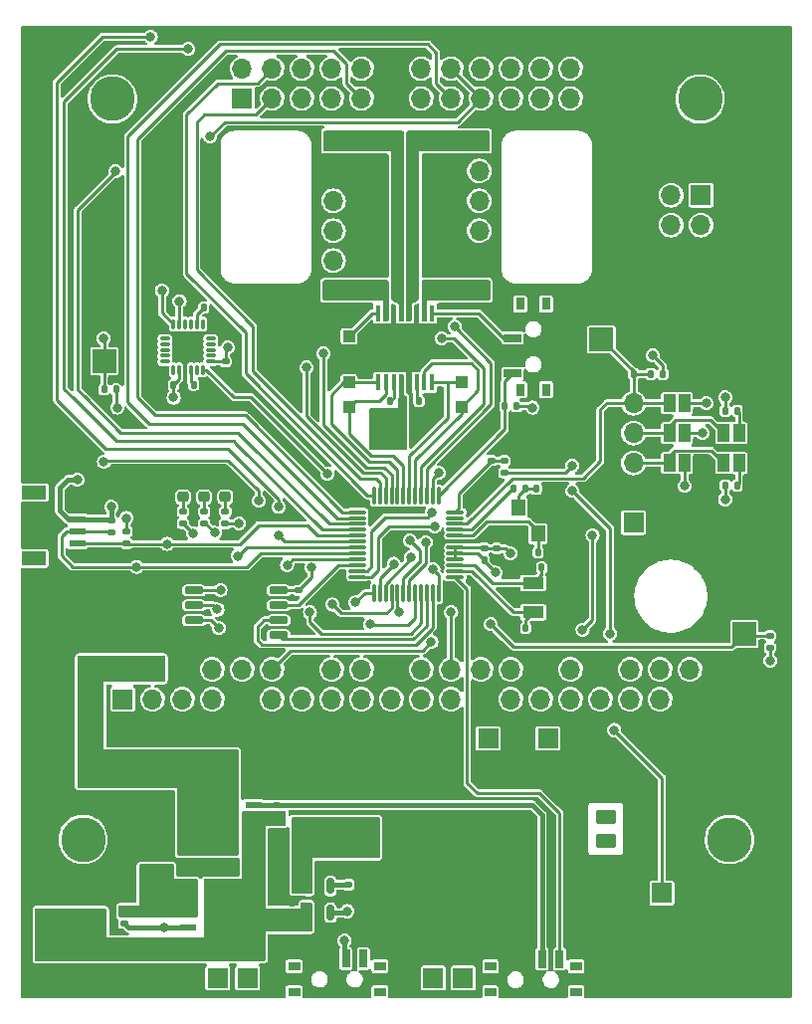
<source format=gtl>
%TF.GenerationSoftware,KiCad,Pcbnew,(6.0.0-0)*%
%TF.CreationDate,2022-06-01T09:02:50+02:00*%
%TF.ProjectId,Zumo_PiZero,5a756d6f-5f50-4695-9a65-726f2e6b6963,rev?*%
%TF.SameCoordinates,Original*%
%TF.FileFunction,Copper,L1,Top*%
%TF.FilePolarity,Positive*%
%FSLAX46Y46*%
G04 Gerber Fmt 4.6, Leading zero omitted, Abs format (unit mm)*
G04 Created by KiCad (PCBNEW (6.0.0-0)) date 2022-06-01 09:02:50*
%MOMM*%
%LPD*%
G01*
G04 APERTURE LIST*
G04 Aperture macros list*
%AMRoundRect*
0 Rectangle with rounded corners*
0 $1 Rounding radius*
0 $2 $3 $4 $5 $6 $7 $8 $9 X,Y pos of 4 corners*
0 Add a 4 corners polygon primitive as box body*
4,1,4,$2,$3,$4,$5,$6,$7,$8,$9,$2,$3,0*
0 Add four circle primitives for the rounded corners*
1,1,$1+$1,$2,$3*
1,1,$1+$1,$4,$5*
1,1,$1+$1,$6,$7*
1,1,$1+$1,$8,$9*
0 Add four rect primitives between the rounded corners*
20,1,$1+$1,$2,$3,$4,$5,0*
20,1,$1+$1,$4,$5,$6,$7,0*
20,1,$1+$1,$6,$7,$8,$9,0*
20,1,$1+$1,$8,$9,$2,$3,0*%
G04 Aperture macros list end*
%TA.AperFunction,SMDPad,CuDef*%
%ADD10RoundRect,0.075000X-0.350000X-0.075000X0.350000X-0.075000X0.350000X0.075000X-0.350000X0.075000X0*%
%TD*%
%TA.AperFunction,SMDPad,CuDef*%
%ADD11RoundRect,0.075000X0.075000X-0.350000X0.075000X0.350000X-0.075000X0.350000X-0.075000X-0.350000X0*%
%TD*%
%TA.AperFunction,SMDPad,CuDef*%
%ADD12RoundRect,0.135000X-0.185000X0.135000X-0.185000X-0.135000X0.185000X-0.135000X0.185000X0.135000X0*%
%TD*%
%TA.AperFunction,SMDPad,CuDef*%
%ADD13RoundRect,0.150000X-0.650000X-0.150000X0.650000X-0.150000X0.650000X0.150000X-0.650000X0.150000X0*%
%TD*%
%TA.AperFunction,ComponentPad*%
%ADD14R,1.700000X1.700000*%
%TD*%
%TA.AperFunction,ComponentPad*%
%ADD15RoundRect,0.250000X-0.625000X0.350000X-0.625000X-0.350000X0.625000X-0.350000X0.625000X0.350000X0*%
%TD*%
%TA.AperFunction,WasherPad*%
%ADD16C,3.800000*%
%TD*%
%TA.AperFunction,SMDPad,CuDef*%
%ADD17RoundRect,0.140000X-0.140000X-0.170000X0.140000X-0.170000X0.140000X0.170000X-0.140000X0.170000X0*%
%TD*%
%TA.AperFunction,SMDPad,CuDef*%
%ADD18RoundRect,0.135000X0.135000X0.185000X-0.135000X0.185000X-0.135000X-0.185000X0.135000X-0.185000X0*%
%TD*%
%TA.AperFunction,SMDPad,CuDef*%
%ADD19R,1.348740X0.599440*%
%TD*%
%TA.AperFunction,SMDPad,CuDef*%
%ADD20R,1.998980X1.198880*%
%TD*%
%TA.AperFunction,SMDPad,CuDef*%
%ADD21R,0.449999X1.400000*%
%TD*%
%TA.AperFunction,SMDPad,CuDef*%
%ADD22R,2.560000X2.460000*%
%TD*%
%TA.AperFunction,SMDPad,CuDef*%
%ADD23RoundRect,0.140000X0.170000X-0.140000X0.170000X0.140000X-0.170000X0.140000X-0.170000X-0.140000X0*%
%TD*%
%TA.AperFunction,SMDPad,CuDef*%
%ADD24RoundRect,0.140000X0.140000X0.170000X-0.140000X0.170000X-0.140000X-0.170000X0.140000X-0.170000X0*%
%TD*%
%TA.AperFunction,SMDPad,CuDef*%
%ADD25R,1.200000X1.400000*%
%TD*%
%TA.AperFunction,SMDPad,CuDef*%
%ADD26R,2.000000X2.000000*%
%TD*%
%TA.AperFunction,ComponentPad*%
%ADD27O,1.700000X1.700000*%
%TD*%
%TA.AperFunction,SMDPad,CuDef*%
%ADD28RoundRect,0.150000X0.150000X-0.512500X0.150000X0.512500X-0.150000X0.512500X-0.150000X-0.512500X0*%
%TD*%
%TA.AperFunction,SMDPad,CuDef*%
%ADD29R,1.420000X0.610000*%
%TD*%
%TA.AperFunction,SMDPad,CuDef*%
%ADD30R,3.910000X3.750000*%
%TD*%
%TA.AperFunction,SMDPad,CuDef*%
%ADD31RoundRect,0.250000X-0.250000X-0.475000X0.250000X-0.475000X0.250000X0.475000X-0.250000X0.475000X0*%
%TD*%
%TA.AperFunction,SMDPad,CuDef*%
%ADD32RoundRect,0.140000X-0.170000X0.140000X-0.170000X-0.140000X0.170000X-0.140000X0.170000X0.140000X0*%
%TD*%
%TA.AperFunction,SMDPad,CuDef*%
%ADD33R,1.000000X1.000000*%
%TD*%
%TA.AperFunction,SMDPad,CuDef*%
%ADD34R,1.000000X0.800000*%
%TD*%
%TA.AperFunction,SMDPad,CuDef*%
%ADD35R,0.700000X1.500000*%
%TD*%
%TA.AperFunction,SMDPad,CuDef*%
%ADD36RoundRect,0.135000X-0.135000X-0.185000X0.135000X-0.185000X0.135000X0.185000X-0.135000X0.185000X0*%
%TD*%
%TA.AperFunction,SMDPad,CuDef*%
%ADD37RoundRect,0.135000X0.185000X-0.135000X0.185000X0.135000X-0.185000X0.135000X-0.185000X-0.135000X0*%
%TD*%
%TA.AperFunction,SMDPad,CuDef*%
%ADD38RoundRect,0.218750X-0.256250X0.218750X-0.256250X-0.218750X0.256250X-0.218750X0.256250X0.218750X0*%
%TD*%
%TA.AperFunction,SMDPad,CuDef*%
%ADD39RoundRect,0.075000X0.662500X0.075000X-0.662500X0.075000X-0.662500X-0.075000X0.662500X-0.075000X0*%
%TD*%
%TA.AperFunction,SMDPad,CuDef*%
%ADD40RoundRect,0.075000X0.075000X0.662500X-0.075000X0.662500X-0.075000X-0.662500X0.075000X-0.662500X0*%
%TD*%
%TA.AperFunction,SMDPad,CuDef*%
%ADD41R,1.000000X1.500000*%
%TD*%
%TA.AperFunction,SMDPad,CuDef*%
%ADD42R,1.800000X1.000000*%
%TD*%
%TA.AperFunction,SMDPad,CuDef*%
%ADD43R,0.800000X1.000000*%
%TD*%
%TA.AperFunction,SMDPad,CuDef*%
%ADD44R,1.500000X0.700000*%
%TD*%
%TA.AperFunction,ViaPad*%
%ADD45C,0.800000*%
%TD*%
%TA.AperFunction,Conductor*%
%ADD46C,0.250000*%
%TD*%
%TA.AperFunction,Conductor*%
%ADD47C,0.400000*%
%TD*%
G04 APERTURE END LIST*
D10*
%TO.P,U6,1,CLKIN*%
%TO.N,GND*%
X92466000Y-86244000D03*
%TO.P,U6,2*%
%TO.N,N/C*%
X92466000Y-86744000D03*
%TO.P,U6,3*%
X92466000Y-87244000D03*
%TO.P,U6,4*%
X92466000Y-87744000D03*
%TO.P,U6,5*%
X92466000Y-88244000D03*
%TO.P,U6,6,AUX_SDA*%
%TO.N,unconnected-(U6-Pad6)*%
X92466000Y-88744000D03*
D11*
%TO.P,U6,7,AUX_SCL*%
%TO.N,unconnected-(U6-Pad7)*%
X93166000Y-89444000D03*
%TO.P,U6,8,VDDIO*%
%TO.N,+3V3*%
X93666000Y-89444000D03*
%TO.P,U6,9,AD0*%
%TO.N,GND*%
X94166000Y-89444000D03*
%TO.P,U6,10,REGOUT*%
%TO.N,Net-(C17-Pad1)*%
X94666000Y-89444000D03*
%TO.P,U6,11,FSYNC*%
%TO.N,unconnected-(U6-Pad11)*%
X95166000Y-89444000D03*
%TO.P,U6,12,INT*%
%TO.N,/Controller MCU/MPU6050_INT*%
X95666000Y-89444000D03*
D10*
%TO.P,U6,13,VDD*%
%TO.N,+3V3*%
X96366000Y-88744000D03*
%TO.P,U6,14*%
%TO.N,N/C*%
X96366000Y-88244000D03*
%TO.P,U6,15*%
X96366000Y-87744000D03*
%TO.P,U6,16*%
X96366000Y-87244000D03*
%TO.P,U6,17*%
X96366000Y-86744000D03*
%TO.P,U6,18,GND*%
%TO.N,GND*%
X96366000Y-86244000D03*
D11*
%TO.P,U6,19*%
%TO.N,N/C*%
X95666000Y-85544000D03*
%TO.P,U6,20,CPOUT*%
%TO.N,Net-(C18-Pad1)*%
X95166000Y-85544000D03*
%TO.P,U6,21*%
%TO.N,N/C*%
X94666000Y-85544000D03*
%TO.P,U6,22*%
X94166000Y-85544000D03*
%TO.P,U6,23,SCL*%
%TO.N,SCL*%
X93666000Y-85544000D03*
%TO.P,U6,24,SDA*%
%TO.N,SDA*%
X93166000Y-85544000D03*
%TD*%
D12*
%TO.P,R1,1*%
%TO.N,VPP*%
X89000000Y-135500000D03*
%TO.P,R1,2*%
%TO.N,Net-(D1-Pad4)*%
X89000000Y-136520000D03*
%TD*%
D13*
%TO.P,U5,1,~{CS}*%
%TO.N,/Controller MCU/SPI_~{SS}*%
X94922000Y-108213000D03*
%TO.P,U5,2,DO(IO1)*%
%TO.N,/Controller MCU/SPI_MISO*%
X94922000Y-109483000D03*
%TO.P,U5,3,IO2*%
%TO.N,/Controller MCU/FLASH_~{WP}*%
X94922000Y-110753000D03*
%TO.P,U5,4,GND*%
%TO.N,GND*%
X94922000Y-112023000D03*
%TO.P,U5,5,DI(IO0)*%
%TO.N,/Controller MCU/SPI_MOSI*%
X102122000Y-112023000D03*
%TO.P,U5,6,CLK*%
%TO.N,/Controller MCU/SPI_CLK*%
X102122000Y-110753000D03*
%TO.P,U5,7,IO3*%
%TO.N,/Controller MCU/FLASH_~{RST}*%
X102122000Y-109483000D03*
%TO.P,U5,8,VCC*%
%TO.N,+3V3*%
X102122000Y-108213000D03*
%TD*%
D12*
%TO.P,R6,1*%
%TO.N,/Controller MCU/BATT_LEVEL*%
X121349000Y-97173000D03*
%TO.P,R6,2*%
%TO.N,+BATT*%
X121349000Y-98193000D03*
%TD*%
D14*
%TO.P,U1,1,GND*%
%TO.N,GND*%
X134750000Y-136495000D03*
%TO.P,U1,2,BATT+*%
%TO.N,+BATT*%
X134750000Y-133955000D03*
D15*
%TO.P,U1,3,BATT+*%
%TO.N,unconnected-(U1-Pad3)*%
X129950000Y-129495000D03*
%TO.P,U1,4,GND*%
%TO.N,unconnected-(U1-Pad4)*%
X129950000Y-127495000D03*
D14*
%TO.P,U1,5,GND*%
%TO.N,GND*%
X127580000Y-120795000D03*
%TO.P,U1,6,!PG*%
%TO.N,~{PG}*%
X125040000Y-120795000D03*
%TO.P,U1,7,GND*%
%TO.N,GND*%
X122500000Y-120795000D03*
%TO.P,U1,8,!CHG*%
%TO.N,~{CHG}*%
X119960000Y-120795000D03*
%TO.P,U1,9,GND*%
%TO.N,GND*%
X91300000Y-127293000D03*
%TO.P,U1,10,GND*%
X91300000Y-129833000D03*
%TO.P,U1,11,5.17V*%
%TO.N,VPP*%
X91300000Y-132373000D03*
%TO.P,U1,12,5.17V*%
X91300000Y-134913000D03*
%TO.P,U1,13,V_{CC}*%
%TO.N,unconnected-(U1-Pad13)*%
X96960000Y-141195000D03*
%TO.P,U1,14,EN*%
%TO.N,unconnected-(U1-Pad14)*%
X99500000Y-141195000D03*
%TO.P,U1,15,GND*%
%TO.N,unconnected-(U1-Pad15)*%
X115300000Y-141195000D03*
%TO.P,U1,16,VBUS*%
%TO.N,unconnected-(U1-Pad16)*%
X117840000Y-141195000D03*
%TD*%
D16*
%TO.P,H1,*%
%TO.N,*%
X88000000Y-66400000D03*
%TD*%
%TO.P,H3,*%
%TO.N,*%
X140500000Y-129400000D03*
%TD*%
D12*
%TO.P,R3,1*%
%TO.N,/Controller MCU/BUTTON_1*%
X143957000Y-112049000D03*
%TO.P,R3,2*%
%TO.N,+3V3*%
X143957000Y-113069000D03*
%TD*%
D16*
%TO.P,H2,*%
%TO.N,*%
X138000000Y-66400000D03*
%TD*%
D17*
%TO.P,C5,1*%
%TO.N,/Controller MCU/OSC32_IN*%
X123163993Y-111403940D03*
%TO.P,C5,2*%
%TO.N,GND*%
X124123993Y-111403940D03*
%TD*%
%TO.P,C16,1*%
%TO.N,Net-(C16-Pad1)*%
X114080000Y-92104999D03*
%TO.P,C16,2*%
%TO.N,GND*%
X115040000Y-92104999D03*
%TD*%
D18*
%TO.P,R13,1*%
%TO.N,Net-(JP2-Pad2)*%
X141160000Y-92919000D03*
%TO.P,R13,2*%
%TO.N,+3V3*%
X140140000Y-92919000D03*
%TD*%
D19*
%TO.P,J3,1,Pin_1*%
%TO.N,GND*%
X85013285Y-101185400D03*
%TO.P,J3,2,Pin_2*%
%TO.N,+3V3*%
X85013285Y-102186160D03*
%TO.P,J3,3,Pin_3*%
%TO.N,SDA*%
X85013285Y-103181840D03*
%TO.P,J3,4,Pin_4*%
%TO.N,SCL*%
X85013285Y-104182600D03*
D20*
%TO.P,J3,GND*%
%TO.N,N/C*%
X81340445Y-105483080D03*
X81340445Y-99884920D03*
%TD*%
D21*
%TO.P,U7,1,SLEEP_N*%
%TO.N,Net-(SW6-Pad2)*%
X115174999Y-84625001D03*
%TO.P,U7,2,AOUT1*%
%TO.N,/Controller MCU/RIGHT_MOTOR_A*%
X114524998Y-84625001D03*
%TO.P,U7,3,AISEN*%
%TO.N,GND*%
X113874999Y-84625001D03*
%TO.P,U7,4,AOUT2*%
%TO.N,/Controller MCU/RIGHT_MOTOR_B*%
X113224998Y-84625001D03*
%TO.P,U7,5,BOUT2*%
%TO.N,/Controller MCU/LEFT_MOTOR_A*%
X112574999Y-84625001D03*
%TO.P,U7,6,BISEN*%
%TO.N,GND*%
X111924998Y-84625001D03*
%TO.P,U7,7,BOUT1*%
%TO.N,/Controller MCU/LEFT_MOTOR_B*%
X111274999Y-84625001D03*
%TO.P,U7,8,FAULT_N*%
%TO.N,Net-(TP5-Pad1)*%
X110624998Y-84625001D03*
%TO.P,U7,9,BIN1*%
%TO.N,/Controller MCU/LEFT_MOTOR_SPEED*%
X110624998Y-90525002D03*
%TO.P,U7,10,BIN2*%
%TO.N,/Controller MCU/LEFT_MOTOR_DIRECTION*%
X111274999Y-90525002D03*
%TO.P,U7,11,VCP*%
%TO.N,Net-(C19-Pad1)*%
X111924998Y-90525002D03*
%TO.P,U7,12,VM*%
%TO.N,VDC*%
X112574999Y-90525002D03*
%TO.P,U7,13,GND*%
%TO.N,GND*%
X113224998Y-90525002D03*
%TO.P,U7,14,VINT*%
%TO.N,Net-(C16-Pad1)*%
X113874999Y-90525002D03*
%TO.P,U7,15,AIN2*%
%TO.N,/Controller MCU/RIGHT_MOTOR_SPEED*%
X114524998Y-90525002D03*
%TO.P,U7,16,AIN1*%
%TO.N,/Controller MCU/RIGHT_MOTOR_DIRECTION*%
X115174999Y-90525002D03*
D22*
%TO.P,U7,17,PPAD*%
%TO.N,GND*%
X112900000Y-87575000D03*
%TD*%
D23*
%TO.P,C12,1*%
%TO.N,+3V3*%
X103822000Y-108206000D03*
%TO.P,C12,2*%
%TO.N,GND*%
X103822000Y-107246000D03*
%TD*%
%TO.P,C1,1*%
%TO.N,VDC*%
X103250000Y-135750000D03*
%TO.P,C1,2*%
%TO.N,GND*%
X103250000Y-134790000D03*
%TD*%
D12*
%TO.P,R11,1*%
%TO.N,Net-(D5-Pad2)*%
X95800000Y-101490000D03*
%TO.P,R11,2*%
%TO.N,/Controller MCU/GREEN_LED*%
X95800000Y-102510000D03*
%TD*%
D24*
%TO.P,C13,1*%
%TO.N,+3V3*%
X93175000Y-90747000D03*
%TO.P,C13,2*%
%TO.N,GND*%
X92215000Y-90747000D03*
%TD*%
D25*
%TO.P,Y1,1,1*%
%TO.N,/Controller MCU/OSC_IN*%
X124205521Y-103376790D03*
%TO.P,Y1,2,2*%
%TO.N,GND*%
X124205521Y-101176790D03*
%TO.P,Y1,3,3*%
%TO.N,Net-(C7-Pad1)*%
X122505521Y-101176790D03*
%TO.P,Y1,4,4*%
%TO.N,GND*%
X122505521Y-103376790D03*
%TD*%
D26*
%TO.P,SW5,1,1*%
%TO.N,/Controller MCU/MCU_~{RST}*%
X129603000Y-86855000D03*
%TO.P,SW5,2,2*%
%TO.N,GND*%
X137603000Y-86855000D03*
%TD*%
D12*
%TO.P,R10,1*%
%TO.N,Net-(D4-Pad2)*%
X94000000Y-101490000D03*
%TO.P,R10,2*%
%TO.N,/Controller MCU/BLUE_LED*%
X94000000Y-102510000D03*
%TD*%
D24*
%TO.P,C8,1*%
%TO.N,/Controller MCU/OSC32_OUT*%
X124513608Y-106254082D03*
%TO.P,C8,2*%
%TO.N,GND*%
X123553608Y-106254082D03*
%TD*%
D14*
%TO.P,J5,1,Pin_1*%
%TO.N,/Controller MCU/LEFT_MOTOR_A*%
X106801000Y-69983000D03*
D27*
%TO.P,J5,2,Pin_2*%
%TO.N,GND*%
X106801000Y-72523000D03*
%TO.P,J5,3,Pin_3*%
%TO.N,/Controller MCU/LEFT_ENCODER_A*%
X106801000Y-75063000D03*
%TO.P,J5,4,Pin_4*%
%TO.N,/Controller MCU/LEFT_ENCODER_B*%
X106801000Y-77603000D03*
%TO.P,J5,5,Pin_5*%
%TO.N,+3V3*%
X106801000Y-80143000D03*
%TO.P,J5,6,Pin_6*%
%TO.N,/Controller MCU/LEFT_MOTOR_B*%
X106801000Y-82683000D03*
%TD*%
D28*
%TO.P,U2,1,IN*%
%TO.N,VDC*%
X104650000Y-135637500D03*
%TO.P,U2,2,GND*%
%TO.N,GND*%
X105600000Y-135637500D03*
%TO.P,U2,3,EN*%
%TO.N,VDC*%
X106550000Y-135637500D03*
%TO.P,U2,4,NR*%
%TO.N,Net-(C2-Pad1)*%
X106550000Y-133362500D03*
%TO.P,U2,5,OUT*%
%TO.N,+3V3*%
X104650000Y-133362500D03*
%TD*%
D29*
%TO.P,D1,1,S1*%
%TO.N,VPP*%
X94470000Y-133095000D03*
%TO.P,D1,2,S2*%
X94470000Y-134365000D03*
%TO.P,D1,3,S3*%
X94470000Y-135635000D03*
%TO.P,D1,4,G*%
%TO.N,Net-(D1-Pad4)*%
X94470000Y-136905000D03*
%TO.P,D1,5,D5*%
%TO.N,VDC*%
X99960000Y-136905000D03*
%TO.P,D1,6,D6*%
X99960000Y-135630000D03*
%TO.P,D1,7,D7*%
X99960000Y-134365000D03*
%TO.P,D1,8,D8*%
X99960000Y-133095000D03*
D30*
%TO.P,D1,9,D9*%
X97875000Y-135000000D03*
%TD*%
D31*
%TO.P,C14,1*%
%TO.N,VDC*%
X112500000Y-93641999D03*
%TO.P,C14,2*%
%TO.N,GND*%
X114400000Y-93641999D03*
%TD*%
D14*
%TO.P,J6,1,Pin_1*%
%TO.N,/Controller MCU/RIGHT_MOTOR_B*%
X119199000Y-69983000D03*
D27*
%TO.P,J6,2,Pin_2*%
%TO.N,+3V3*%
X119199000Y-72523000D03*
%TO.P,J6,3,Pin_3*%
%TO.N,/Controller MCU/RIGHT_ENCODER_A*%
X119199000Y-75063000D03*
%TO.P,J6,4,Pin_4*%
%TO.N,/Controller MCU/RIGHT_ENCODER_B*%
X119199000Y-77603000D03*
%TO.P,J6,5,Pin_5*%
%TO.N,GND*%
X119199000Y-80143000D03*
%TO.P,J6,6,Pin_6*%
%TO.N,/Controller MCU/RIGHT_MOTOR_A*%
X119199000Y-82683000D03*
%TD*%
D32*
%TO.P,C15,1*%
%TO.N,+3V3*%
X97608000Y-88738000D03*
%TO.P,C15,2*%
%TO.N,GND*%
X97608000Y-89698000D03*
%TD*%
D17*
%TO.P,C7,1*%
%TO.N,Net-(C7-Pad1)*%
X124057097Y-99570692D03*
%TO.P,C7,2*%
%TO.N,GND*%
X125017097Y-99570692D03*
%TD*%
D33*
%TO.P,TP3,1,1*%
%TO.N,/Controller MCU/RIGHT_MOTOR_DIRECTION*%
X117675000Y-90525000D03*
%TD*%
D17*
%TO.P,C19,1*%
%TO.N,Net-(C19-Pad1)*%
X111629000Y-92110999D03*
%TO.P,C19,2*%
%TO.N,VDC*%
X112589000Y-92110999D03*
%TD*%
D34*
%TO.P,SW2,*%
%TO.N,*%
X127450000Y-142430000D03*
X120150000Y-142430000D03*
X120150000Y-140220000D03*
X127450000Y-140220000D03*
D35*
%TO.P,SW2,1,A*%
%TO.N,GND*%
X121550000Y-139570000D03*
%TO.P,SW2,2,B*%
%TO.N,Net-(D2-Pad4)*%
X124550000Y-139570000D03*
%TO.P,SW2,3,C*%
%TO.N,Pi_Power*%
X126050000Y-139570000D03*
%TD*%
D36*
%TO.P,R16,1*%
%TO.N,/Controller MCU/MOTOR_~{SLEEP}*%
X121380000Y-92550000D03*
%TO.P,R16,2*%
%TO.N,+3V3*%
X122400000Y-92550000D03*
%TD*%
D26*
%TO.P,SW3,1,1*%
%TO.N,/Controller MCU/BUTTON_1*%
X141756000Y-111913000D03*
%TO.P,SW3,2,2*%
%TO.N,GND*%
X141756000Y-103913000D03*
%TD*%
D24*
%TO.P,C4,1*%
%TO.N,/Controller MCU/MCU_~{RST}*%
X132333000Y-89784000D03*
%TO.P,C4,2*%
%TO.N,GND*%
X131373000Y-89784000D03*
%TD*%
D37*
%TO.P,R2,1*%
%TO.N,VDC*%
X102000000Y-127510000D03*
%TO.P,R2,2*%
%TO.N,Net-(D2-Pad4)*%
X102000000Y-126490000D03*
%TD*%
D18*
%TO.P,R12,1*%
%TO.N,Net-(JP1-Pad2)*%
X141160000Y-99269000D03*
%TO.P,R12,2*%
%TO.N,+3V3*%
X140140000Y-99269000D03*
%TD*%
D24*
%TO.P,C6,1*%
%TO.N,/Controller MCU/OSC_IN*%
X124206000Y-104967000D03*
%TO.P,C6,2*%
%TO.N,GND*%
X123246000Y-104967000D03*
%TD*%
D38*
%TO.P,D3,1,K*%
%TO.N,GND*%
X97600000Y-98675000D03*
%TO.P,D3,2,A*%
%TO.N,Net-(D3-Pad2)*%
X97600000Y-100250000D03*
%TD*%
D39*
%TO.P,U4,1,PC_{13}*%
%TO.N,Pi_Power*%
X117162500Y-107050000D03*
%TO.P,U4,2,PC14RCC_OSC32_IN*%
%TO.N,/Controller MCU/OSC32_IN*%
X117162500Y-106550000D03*
%TO.P,U4,3,PC15RCC_OSC32_OUT*%
%TO.N,/Controller MCU/OSC32_OUT*%
X117162500Y-106050000D03*
%TO.P,U4,4,VBAT*%
%TO.N,+3V3*%
X117162500Y-105550000D03*
%TO.P,U4,5,VREF+*%
X117162500Y-105050000D03*
%TO.P,U4,6,VDD/VDDA*%
X117162500Y-104550000D03*
%TO.P,U4,7,VSS/VSSA*%
%TO.N,GND*%
X117162500Y-104050000D03*
%TO.P,U4,8,RCC_OSC_IN*%
%TO.N,/Controller MCU/OSC_IN*%
X117162500Y-103550000D03*
%TO.P,U4,9,RCC_OSC_OUT*%
%TO.N,/Controller MCU/OSC_OUT*%
X117162500Y-103050000D03*
%TO.P,U4,10,~{RST}*%
%TO.N,/Controller MCU/MCU_~{RST}*%
X117162500Y-102550000D03*
%TO.P,U4,11,PA_{0}*%
%TO.N,unconnected-(U4-Pad11)*%
X117162500Y-102050000D03*
%TO.P,U4,12,PA_{1}*%
%TO.N,/Controller MCU/BATT_LEVEL*%
X117162500Y-101550000D03*
D40*
%TO.P,U4,13,PA_{2}*%
%TO.N,/Controller MCU/MOTOR_~{SLEEP}*%
X115750000Y-100137500D03*
%TO.P,U4,14,PA_{3}*%
%TO.N,/Controller MCU/MPU6050_INT*%
X115250000Y-100137500D03*
%TO.P,U4,15,PA_{4}*%
%TO.N,/Controller MCU/RIGHT_ENCODER_B*%
X114750000Y-100137500D03*
%TO.P,U4,16,PA_{5}*%
%TO.N,/Controller MCU/RIGHT_ENCODER_A*%
X114250000Y-100137500D03*
%TO.P,U4,17,PA_{6}*%
%TO.N,/Controller MCU/RIGHT_MOTOR_SPEED*%
X113750000Y-100137500D03*
%TO.P,U4,18,PA_{7}*%
%TO.N,/Controller MCU/RIGHT_MOTOR_DIRECTION*%
X113250000Y-100137500D03*
%TO.P,U4,19,PB_{0}*%
%TO.N,/Controller MCU/LEFT_MOTOR_DIRECTION*%
X112750000Y-100137500D03*
%TO.P,U4,20,PB_{1}*%
%TO.N,/Controller MCU/LEFT_MOTOR_SPEED*%
X112250000Y-100137500D03*
%TO.P,U4,21,PB_{2}*%
%TO.N,/Controller MCU/LEFT_ENCODER_A*%
X111750000Y-100137500D03*
%TO.P,U4,22,PB_{10}*%
%TO.N,/Controller MCU/LEFT_ENCODER_B*%
X111250000Y-100137500D03*
%TO.P,U4,23,PB_{11}*%
%TO.N,/Controller MCU/ZSA_0*%
X110750000Y-100137500D03*
%TO.P,U4,24,PB_{12}*%
%TO.N,/Controller MCU/ZSA_1*%
X110250000Y-100137500D03*
D39*
%TO.P,U4,25,PB_{13}*%
%TO.N,/Controller MCU/ZSA_2*%
X108837500Y-101550000D03*
%TO.P,U4,26,PB_{14}*%
%TO.N,/Controller MCU/ZSA_5*%
X108837500Y-102050000D03*
%TO.P,U4,27,PB_{15}*%
%TO.N,/Controller MCU/ZSA_LED*%
X108837500Y-102550000D03*
%TO.P,U4,28,PA_{8}*%
%TO.N,/Controller MCU/ZSA_4*%
X108837500Y-103050000D03*
%TO.P,U4,29,PA_{9}*%
%TO.N,SCL*%
X108837500Y-103550000D03*
%TO.P,U4,30,PC_{6}*%
%TO.N,/Controller MCU/ZSA_3*%
X108837500Y-104050000D03*
%TO.P,U4,31,PC_{7}*%
%TO.N,/Controller MCU/RED_LED*%
X108837500Y-104550000D03*
%TO.P,U4,32,PA_{10}*%
%TO.N,SDA*%
X108837500Y-105050000D03*
%TO.P,U4,33,PA_{11}*%
%TO.N,/Controller MCU/GREEN_LED*%
X108837500Y-105550000D03*
%TO.P,U4,34,PA_{12}*%
%TO.N,/Controller MCU/FLASH_~{RST}*%
X108837500Y-106050000D03*
%TO.P,U4,35,PA_{13}*%
%TO.N,/Controller MCU/MCU_SWDIO*%
X108837500Y-106550000D03*
%TO.P,U4,36,PA_{14}*%
%TO.N,/Controller MCU/MCU_SWCLK*%
X108837500Y-107050000D03*
D40*
%TO.P,U4,37,PA_{15}*%
%TO.N,RPI_POWER_STATUS*%
X110250000Y-108462500D03*
%TO.P,U4,38,PD_{0}*%
%TO.N,/Controller MCU/BUTTON_2*%
X110750000Y-108462500D03*
%TO.P,U4,39,PD_{1}*%
%TO.N,/Controller MCU/BLUE_LED*%
X111250000Y-108462500D03*
%TO.P,U4,40,PD_{2}*%
%TO.N,/Controller MCU/FLASH_~{WP}*%
X111750000Y-108462500D03*
%TO.P,U4,41,PD_{3}*%
%TO.N,RPI_POWER_DOWN*%
X112250000Y-108462500D03*
%TO.P,U4,42,PB_{3}*%
%TO.N,/Controller MCU/SERVO1*%
X112750000Y-108462500D03*
%TO.P,U4,43,PB_{4}*%
%TO.N,/Controller MCU/SERVO2*%
X113250000Y-108462500D03*
%TO.P,U4,44,PB_{5}*%
%TO.N,/Controller MCU/BUTTON_1*%
X113750000Y-108462500D03*
%TO.P,U4,45,PB_{6}*%
%TO.N,/Controller MCU/SPI_MISO*%
X114250000Y-108462500D03*
%TO.P,U4,46,PB_{7}*%
%TO.N,/Controller MCU/SPI_MOSI*%
X114750000Y-108462500D03*
%TO.P,U4,47,PB_{8}*%
%TO.N,/Controller MCU/SPI_CLK*%
X115250000Y-108462500D03*
%TO.P,U4,48,PB_{9}*%
%TO.N,/Controller MCU/SPI_~{SS}*%
X115750000Y-108462500D03*
%TD*%
D36*
%TO.P,R4,1*%
%TO.N,/Controller MCU/BUTTON_2*%
X87280000Y-91100000D03*
%TO.P,R4,2*%
%TO.N,+3V3*%
X88300000Y-91100000D03*
%TD*%
D37*
%TO.P,R7,1*%
%TO.N,GND*%
X120247000Y-98182000D03*
%TO.P,R7,2*%
%TO.N,/Controller MCU/BATT_LEVEL*%
X120247000Y-97162000D03*
%TD*%
D14*
%TO.P,J1,1,Pin_1*%
%TO.N,/Controller MCU/SERVO1*%
X138065000Y-74583000D03*
D27*
%TO.P,J1,2,Pin_2*%
%TO.N,/Controller MCU/SERVO2*%
X138065000Y-77123000D03*
%TO.P,J1,3,Pin_3*%
%TO.N,VDC*%
X135525000Y-74583000D03*
%TO.P,J1,4,Pin_4*%
X135525000Y-77123000D03*
%TO.P,J1,5,Pin_5*%
%TO.N,GND*%
X132985000Y-74583000D03*
%TO.P,J1,6,Pin_6*%
X132985000Y-77123000D03*
%TD*%
D24*
%TO.P,C18,1*%
%TO.N,Net-(C18-Pad1)*%
X95750000Y-84150000D03*
%TO.P,C18,2*%
%TO.N,GND*%
X94790000Y-84150000D03*
%TD*%
D34*
%TO.P,SW1,*%
%TO.N,*%
X110750000Y-142400000D03*
X103450000Y-140190000D03*
X110750000Y-140190000D03*
X103450000Y-142400000D03*
D35*
%TO.P,SW1,1,A*%
%TO.N,GND*%
X104850000Y-139540000D03*
%TO.P,SW1,2,B*%
%TO.N,Net-(D1-Pad4)*%
X107850000Y-139540000D03*
%TO.P,SW1,3,C*%
%TO.N,unconnected-(SW1-Pad3)*%
X109350000Y-139540000D03*
%TD*%
D41*
%TO.P,JP5,1,A*%
%TO.N,~{RST}*%
X136685000Y-92284000D03*
%TO.P,JP5,2,B*%
%TO.N,/Controller MCU/MCU_~{RST}*%
X135385000Y-92284000D03*
%TD*%
%TO.P,JP1,1,A*%
%TO.N,/Controller MCU/MCU_SWCLK*%
X140000000Y-97364000D03*
%TO.P,JP1,2,B*%
%TO.N,Net-(JP1-Pad2)*%
X141300000Y-97364000D03*
%TD*%
D23*
%TO.P,C9,1*%
%TO.N,+3V3*%
X120682500Y-104630000D03*
%TO.P,C9,2*%
%TO.N,GND*%
X120682500Y-103670000D03*
%TD*%
D16*
%TO.P,H4,*%
%TO.N,*%
X85500000Y-129400000D03*
%TD*%
D14*
%TO.P,U3,1,3v3_Power*%
%TO.N,unconnected-(U3-Pad1)*%
X88870000Y-117474000D03*
D27*
%TO.P,U3,2,5V_Power*%
%TO.N,+5V*%
X88870000Y-114934000D03*
%TO.P,U3,3,GPIO2_WIRING8(I2C1_SDA/SMI_SA3/DPI_VSYNC/AVEOUT_VSYNC/AVEIN_VSYNC)*%
%TO.N,SDA*%
X91410000Y-117474000D03*
%TO.P,U3,4,5V_Power*%
%TO.N,+5V*%
X91410000Y-114934000D03*
%TO.P,U3,5,GPIO3_WIRING9(I2C1_SCL/SMI_SA2/DPI_HSYNC/AVEOUT_HSYNC/AVEIN_HSYNC)*%
%TO.N,SCL*%
X93950000Y-117474000D03*
%TO.P,U3,6,Ground*%
%TO.N,GND*%
X93950000Y-114934000D03*
%TO.P,U3,7,GPIO4_WIRING7(GPCLK0/SMI_SA1/DPI_D0/AVEOUT_VID0/AVEIN_VID0/JTAG_TDI)*%
%TO.N,unconnected-(U3-Pad7)*%
X96490000Y-117474000D03*
%TO.P,U3,8,(UART1_TXD/AVEIN_VID10/AVEOUT_VID10/DSI_D10/SMI_SD6/UART0_TXD)WIRING15_GPIO14*%
%TO.N,unconnected-(U3-Pad8)*%
X96490000Y-114934000D03*
%TO.P,U3,9,Ground*%
%TO.N,GND*%
X99030000Y-117474000D03*
%TO.P,U3,10,(UART1_RXD/AVEIN_VID11/AVEOUT_VID11/DPI_D11/SMI_SD7/UART0_RXD)WIRING16_GPIO15*%
%TO.N,unconnected-(U3-Pad10)*%
X99030000Y-114934000D03*
%TO.P,U3,11,GPIO17_WIRING0(FL1/SMI_SD9/DPI_D13/UART0_RTS/SPI1_CE1/UART1_RTS)*%
%TO.N,unconnected-(U3-Pad11)*%
X101570000Y-117474000D03*
%TO.P,U3,12,(PWM0/SPI1_CE0/I2CSCL_SDA_/MOSI/DPI_D14/SMI_SD10/PCM_CLK)WIRING1_GPIO18*%
%TO.N,~{RST}*%
X101570000Y-114934000D03*
%TO.P,U3,13,GPIO27_WIRING27(SD0_DAT3/TE1/DPI_D23/SD1_DAT3/JTAG_TMS)*%
%TO.N,unconnected-(U3-Pad13)*%
X104110000Y-117474000D03*
%TO.P,U3,14,Ground*%
%TO.N,GND*%
X104110000Y-114934000D03*
%TO.P,U3,15,GPIO22_WIRING3(SD0_CLK/SMI_SD14/DPI_D18/SD1_CLK/JTAG_TRST)*%
%TO.N,unconnected-(U3-Pad15)*%
X106650000Y-117474000D03*
%TO.P,U3,16,JTAG_RTCK/SD1_CMD/DPI_D19/SMI_SD15/SD0_CMD)WIRING4_GPIO23*%
%TO.N,RPI_POWER_STATUS*%
X106650000Y-114934000D03*
%TO.P,U3,17,3v3_Power*%
%TO.N,unconnected-(U3-Pad17)*%
X109190000Y-117474000D03*
%TO.P,U3,18,(JTAG_TDO/SD1_DAT0/DPI_D20/SMI_SD16/SD0_DAT0)WIRING5_GPIO24*%
%TO.N,SWDIO*%
X109190000Y-114934000D03*
%TO.P,U3,19,GPIO10_WIRING12(SPI0_MOSI/SMI_SD2/DPI_D6/AVEOUT_VID6/AVEIN_VID6)*%
%TO.N,unconnected-(U3-Pad19)*%
X111730000Y-117474000D03*
%TO.P,U3,20,Ground*%
%TO.N,GND*%
X111730000Y-114934000D03*
%TO.P,U3,21,GPIO9_WIRING13(SPI0_MISO/SMI_SD1/DPI_D5/AVEOUT_VID5/AVEIN_VID5)*%
%TO.N,unconnected-(U3-Pad21)*%
X114270000Y-117474000D03*
%TO.P,U3,22,(JTAG_TCK/SD1_DAT1/DPI_D21/SMI_SD17/SD0_DAT1)WIRING6_GPIO25*%
%TO.N,SWCLK*%
X114270000Y-114934000D03*
%TO.P,U3,23,GPIO11_WIRING14(SPI0_SCLK/SMI_SD3/DPI_D7/AVEOUT_VID7/AVEIN_VID7)*%
%TO.N,unconnected-(U3-Pad23)*%
X116810000Y-117474000D03*
%TO.P,U3,24,(AVEIN_VID4/AVEOUT_VID4/DPI_D4/SMI_SD0/SPI0_CE0)WIRING10_GPIO8*%
%TO.N,RPI_POWER_DOWN*%
X116810000Y-114934000D03*
%TO.P,U3,25,Ground*%
%TO.N,GND*%
X119350000Y-117474000D03*
%TO.P,U3,26,(AVEIN_VID3/AVEOUT_VID3/DPI_D3/SMI_SWE_N_/SRW_N/SPI0_CE1)WIRNG11_GPIO7*%
%TO.N,unconnected-(U3-Pad26)*%
X119350000Y-114934000D03*
%TO.P,U3,27,GPIO0_WIRING30(I2C0_SDA/SMI_SA5/DPI_CLK/AVEOUT_VCLK/AVEIN_VCLK)*%
%TO.N,unconnected-(U3-Pad27)*%
X121890000Y-117474000D03*
%TO.P,U3,28,(AVEIN_DSYNC/AVEOUT_DSYNC/DPI_DEN/SMI_SA4/I2C0_SCL)WIRING31_GPIO1*%
%TO.N,unconnected-(U3-Pad28)*%
X121890000Y-114934000D03*
%TO.P,U3,29,GPIO5_WIRING21(GPCLK1/SMI_SA0/DPI_D1/AVEOUT_VID1/AVEIN_VID1/JTAG_TDO)*%
%TO.N,unconnected-(U3-Pad29)*%
X124430000Y-117474000D03*
%TO.P,U3,30,Ground*%
%TO.N,GND*%
X124430000Y-114934000D03*
%TO.P,U3,31,GPIO6_WIRING22(GPCLK2/SMI_SOE_N/SE/DPI_D2/AVEOUT_VID2/AVEIN_VID2/JTAG_RTCK)*%
%TO.N,unconnected-(U3-Pad31)*%
X126970000Y-117474000D03*
%TO.P,U3,32,(JTAG_TMS/AVEIN_VID8/AVEOUT_VID8/DPI_D8/SMI_SD4/PWM0)WIRING26_GPIO12*%
%TO.N,unconnected-(U3-Pad32)*%
X126970000Y-114934000D03*
%TO.P,U3,33,GPIO13_WIRING23(PWM1/SMI_SD5/DPI_D9/AVEOUT_VID9/AVEIN_VID9/JTAG_TCK)*%
%TO.N,unconnected-(U3-Pad33)*%
X129510000Y-117474000D03*
%TO.P,U3,34,Ground*%
%TO.N,GND*%
X129510000Y-114934000D03*
%TO.P,U3,35,GPIO19_WIRING24(PCM_FS/SMI_SD11/DPI_D15/I2CSL_SCL_/SCLK/SPI1_MISO/PWM1)*%
%TO.N,unconnected-(U3-Pad35)*%
X132050000Y-117474000D03*
%TO.P,U3,36,(UART1_CTS/SPI1_CE2/UART0_CTS/DPI_D12/SMI_SD8/FL0)WIRING27_GPIO16*%
%TO.N,unconnected-(U3-Pad36)*%
X132050000Y-114934000D03*
%TO.P,U3,37,GPIO26_WIRING25(SD0_DAT2/TE0/DPI_D22/SD1_DAT2/JTAG_TDI)*%
%TO.N,unconnected-(U3-Pad37)*%
X134590000Y-117474000D03*
%TO.P,U3,38,(GPCLK0/SPI1_MOSI/I2CSL_MISO/DPI_D16/SMI_SD12/PCM_DIN)WIRING28_GPIO20*%
%TO.N,unconnected-(U3-Pad38)*%
X134590000Y-114934000D03*
%TO.P,U3,39,Ground*%
%TO.N,GND*%
X137130000Y-117474000D03*
%TO.P,U3,40,(GPCLK1/SPI1_SCLK/I2CSL_CE/DPI_D17/SMI_SD13/PCM_DOUT)WIRING29_GPIO21*%
%TO.N,unconnected-(U3-Pad40)*%
X137130000Y-114934000D03*
%TD*%
D32*
%TO.P,C2,1*%
%TO.N,Net-(C2-Pad1)*%
X108100000Y-133250000D03*
%TO.P,C2,2*%
%TO.N,GND*%
X108100000Y-134210000D03*
%TD*%
D29*
%TO.P,D2,1,S1*%
%TO.N,VDC*%
X99994500Y-130300036D03*
%TO.P,D2,2,S2*%
X99994500Y-129030036D03*
%TO.P,D2,3,S3*%
X99994500Y-127760036D03*
%TO.P,D2,4,G*%
%TO.N,Net-(D2-Pad4)*%
X99994500Y-126490036D03*
%TO.P,D2,5,D5*%
%TO.N,+5V*%
X94504500Y-126490036D03*
%TO.P,D2,6,D6*%
X94504500Y-127765036D03*
%TO.P,D2,7,D7*%
X94504500Y-129030036D03*
%TO.P,D2,8,D8*%
X94504500Y-130300036D03*
D30*
%TO.P,D2,9,D9*%
X96589500Y-128395036D03*
%TD*%
D42*
%TO.P,Y2,1,1*%
%TO.N,/Controller MCU/OSC32_IN*%
X123784000Y-110073000D03*
%TO.P,Y2,2,2*%
%TO.N,/Controller MCU/OSC32_OUT*%
X123784000Y-107573000D03*
%TD*%
D41*
%TO.P,JP4,1,A*%
%TO.N,SWDIO*%
X136685000Y-94824000D03*
%TO.P,JP4,2,B*%
%TO.N,/Controller MCU/MCU_SWDIO*%
X135385000Y-94824000D03*
%TD*%
D14*
%TO.P,J4,1,Pin_1*%
%TO.N,+3V3*%
X132333000Y-102444000D03*
D27*
%TO.P,J4,2,Pin_2*%
%TO.N,GND*%
X132333000Y-99904000D03*
%TO.P,J4,3,Pin_3*%
%TO.N,/Controller MCU/MCU_SWCLK*%
X132333000Y-97364000D03*
%TO.P,J4,4,Pin_4*%
%TO.N,/Controller MCU/MCU_SWDIO*%
X132333000Y-94824000D03*
%TO.P,J4,5,Pin_5*%
%TO.N,/Controller MCU/MCU_~{RST}*%
X132333000Y-92284000D03*
%TD*%
D12*
%TO.P,R14,1*%
%TO.N,+3V3*%
X87879000Y-102219000D03*
%TO.P,R14,2*%
%TO.N,SDA*%
X87879000Y-103239000D03*
%TD*%
D36*
%TO.P,R5,1*%
%TO.N,/Controller MCU/MCU_~{RST}*%
X133812000Y-89784000D03*
%TO.P,R5,2*%
%TO.N,+3V3*%
X134832000Y-89784000D03*
%TD*%
D33*
%TO.P,TP2,1,1*%
%TO.N,/Controller MCU/LEFT_MOTOR_DIRECTION*%
X108125000Y-92625000D03*
%TD*%
D38*
%TO.P,D4,1,K*%
%TO.N,GND*%
X94000000Y-98675000D03*
%TO.P,D4,2,A*%
%TO.N,Net-(D4-Pad2)*%
X94000000Y-100250000D03*
%TD*%
D33*
%TO.P,TP1,1,1*%
%TO.N,/Controller MCU/RIGHT_MOTOR_SPEED*%
X117675000Y-92625000D03*
%TD*%
D41*
%TO.P,JP2,1,A*%
%TO.N,/Controller MCU/MCU_SWDIO*%
X140000000Y-94824000D03*
%TO.P,JP2,2,B*%
%TO.N,Net-(JP2-Pad2)*%
X141300000Y-94824000D03*
%TD*%
D33*
%TO.P,TP4,1,1*%
%TO.N,/Controller MCU/LEFT_MOTOR_SPEED*%
X108125000Y-90525000D03*
%TD*%
D23*
%TO.P,C10,1*%
%TO.N,+3V3*%
X119620000Y-104630000D03*
%TO.P,C10,2*%
%TO.N,GND*%
X119620000Y-103670000D03*
%TD*%
D43*
%TO.P,SW6,*%
%TO.N,*%
X122694000Y-91133000D03*
X124904000Y-83833000D03*
X122694000Y-83833000D03*
X124904000Y-91133000D03*
D44*
%TO.P,SW6,1,A*%
%TO.N,/Controller MCU/MOTOR_~{SLEEP}*%
X122044000Y-89733000D03*
%TO.P,SW6,2,B*%
%TO.N,Net-(SW6-Pad2)*%
X122044000Y-86733000D03*
%TO.P,SW6,3,C*%
%TO.N,GND*%
X122044000Y-85233000D03*
%TD*%
D33*
%TO.P,TP5,1,1*%
%TO.N,Net-(TP5-Pad1)*%
X108125000Y-86600000D03*
%TD*%
D26*
%TO.P,SW4,1,1*%
%TO.N,/Controller MCU/BUTTON_2*%
X87300000Y-88700000D03*
%TO.P,SW4,2,2*%
%TO.N,GND*%
X87300000Y-80700000D03*
%TD*%
D17*
%TO.P,C17,1*%
%TO.N,Net-(C17-Pad1)*%
X94918000Y-90703000D03*
%TO.P,C17,2*%
%TO.N,GND*%
X95878000Y-90703000D03*
%TD*%
D12*
%TO.P,R15,1*%
%TO.N,+3V3*%
X89189000Y-103217000D03*
%TO.P,R15,2*%
%TO.N,SCL*%
X89189000Y-104237000D03*
%TD*%
D17*
%TO.P,C3,1*%
%TO.N,+3V3*%
X104663000Y-131646000D03*
%TO.P,C3,2*%
%TO.N,GND*%
X105623000Y-131646000D03*
%TD*%
D18*
%TO.P,R8,1*%
%TO.N,Net-(C7-Pad1)*%
X123094068Y-99582006D03*
%TO.P,R8,2*%
%TO.N,/Controller MCU/OSC_OUT*%
X122074068Y-99582006D03*
%TD*%
D17*
%TO.P,C11,1*%
%TO.N,+3V3*%
X119620000Y-105634000D03*
%TO.P,C11,2*%
%TO.N,GND*%
X120580000Y-105634000D03*
%TD*%
D41*
%TO.P,JP3,1,A*%
%TO.N,SWCLK*%
X136685000Y-97364000D03*
%TO.P,JP3,2,B*%
%TO.N,/Controller MCU/MCU_SWCLK*%
X135385000Y-97364000D03*
%TD*%
D12*
%TO.P,R9,1*%
%TO.N,Net-(D3-Pad2)*%
X97600000Y-101490000D03*
%TO.P,R9,2*%
%TO.N,/Controller MCU/RED_LED*%
X97600000Y-102510000D03*
%TD*%
D38*
%TO.P,D5,1,K*%
%TO.N,GND*%
X95800000Y-98675000D03*
%TO.P,D5,2,A*%
%TO.N,Net-(D5-Pad2)*%
X95800000Y-100250000D03*
%TD*%
D14*
%TO.P,J2,1,V_POWER*%
%TO.N,VDC*%
X99030000Y-66350000D03*
D27*
%TO.P,J2,2,DUD2*%
%TO.N,unconnected-(J2-Pad2)*%
X99030000Y-63810000D03*
%TO.P,J2,3,ZSA_0*%
%TO.N,/Controller MCU/ZSA_0*%
X101570000Y-66350000D03*
%TO.P,J2,4,ZSA_1*%
%TO.N,/Controller MCU/ZSA_1*%
X101570000Y-63810000D03*
%TO.P,J2,5,DUD5*%
%TO.N,unconnected-(J2-Pad5)*%
X104110000Y-66350000D03*
%TO.P,J2,6,DUD6*%
%TO.N,unconnected-(J2-Pad6)*%
X104110000Y-63810000D03*
%TO.P,J2,7,DUD7*%
%TO.N,unconnected-(J2-Pad7)*%
X106650000Y-66350000D03*
%TO.P,J2,8,DUD8*%
%TO.N,unconnected-(J2-Pad8)*%
X106650000Y-63810000D03*
%TO.P,J2,9,ZSA2*%
%TO.N,/Controller MCU/ZSA_2*%
X109190000Y-66350000D03*
%TO.P,J2,10,DUD10*%
%TO.N,unconnected-(J2-Pad10)*%
X109190000Y-63810000D03*
%TO.P,J2,11,GND*%
%TO.N,GND*%
X111730000Y-66350000D03*
%TO.P,J2,12,GND*%
X111730000Y-63810000D03*
%TO.P,J2,13,DUD13*%
%TO.N,unconnected-(J2-Pad13)*%
X114270000Y-66350000D03*
%TO.P,J2,14,V_LOGIC*%
%TO.N,+3V3*%
X114270000Y-63810000D03*
%TO.P,J2,15,ZSA_5*%
%TO.N,/Controller MCU/ZSA_5*%
X116810000Y-66350000D03*
%TO.P,J2,16,LED_CONTRO1*%
%TO.N,/Controller MCU/ZSA_LED*%
X116810000Y-63810000D03*
%TO.P,J2,17,LED_CONTROL2*%
X119350000Y-66350000D03*
%TO.P,J2,18,ZSA_4*%
%TO.N,/Controller MCU/ZSA_4*%
X119350000Y-63810000D03*
%TO.P,J2,19,DUD19*%
%TO.N,unconnected-(J2-Pad19)*%
X121890000Y-66350000D03*
%TO.P,J2,20,DUD20*%
%TO.N,unconnected-(J2-Pad20)*%
X121890000Y-63810000D03*
%TO.P,J2,21,DUD21*%
%TO.N,unconnected-(J2-Pad21)*%
X124430000Y-66350000D03*
%TO.P,J2,22,ZSA_3*%
%TO.N,/Controller MCU/ZSA_3*%
X124430000Y-63810000D03*
%TO.P,J2,23,DUD23*%
%TO.N,unconnected-(J2-Pad23)*%
X126970000Y-66350000D03*
%TO.P,J2,24,DUD24*%
%TO.N,unconnected-(J2-Pad24)*%
X126970000Y-63810000D03*
%TD*%
D45*
%TO.N,VDC*%
X111500000Y-93900000D03*
X110400000Y-93900000D03*
X110400000Y-94900000D03*
X111500000Y-94900000D03*
X112600000Y-94900000D03*
X110400000Y-95800000D03*
X111500000Y-95800000D03*
X112600000Y-95800000D03*
%TO.N,GND*%
X84104000Y-65302000D03*
X87400000Y-62000000D03*
X92200000Y-63200000D03*
X87354000Y-133183000D03*
X103200000Y-120400000D03*
X88000000Y-105200000D03*
X130400000Y-141200000D03*
X112088000Y-86868000D03*
X117800000Y-133600000D03*
X99238000Y-99861000D03*
X85600000Y-105200000D03*
X113800000Y-95000000D03*
X110000000Y-124400000D03*
X144200000Y-141000000D03*
X98600000Y-90600000D03*
X116810000Y-97205000D03*
X113748000Y-88379000D03*
X104400000Y-86600000D03*
X96250000Y-131750000D03*
X115658000Y-93200000D03*
X102400000Y-88800000D03*
X91200000Y-80600000D03*
X144200000Y-63600000D03*
X104400000Y-84600000D03*
X144000000Y-122200000D03*
X126000000Y-106400000D03*
X89000000Y-112200000D03*
X126000000Y-104200000D03*
X144600000Y-79000000D03*
X144200000Y-69800000D03*
X91000000Y-74600000D03*
X135121000Y-86773000D03*
X126000000Y-101600000D03*
X98496000Y-110652000D03*
X116600000Y-124400000D03*
X85200000Y-72800000D03*
X144000000Y-130200000D03*
X86650000Y-100200000D03*
X132000000Y-69800000D03*
X137800000Y-141000000D03*
X96400000Y-92200000D03*
X91400000Y-110400000D03*
X111800000Y-137800000D03*
X87350000Y-77800000D03*
X88225000Y-126667000D03*
X111800000Y-133800000D03*
X132000000Y-63600000D03*
X144600000Y-90200000D03*
X99194000Y-108663000D03*
X85600000Y-97400000D03*
X144600000Y-102600000D03*
X98000000Y-131750000D03*
X89000000Y-108200000D03*
X129600000Y-91400000D03*
X132177000Y-86871000D03*
X100800000Y-86600000D03*
X117800000Y-137800000D03*
X93200000Y-77200000D03*
X138800000Y-102800000D03*
X107088000Y-107362000D03*
X112075000Y-88347000D03*
X101013000Y-101788000D03*
X107800000Y-99800000D03*
X103200000Y-124400000D03*
X82200000Y-62800000D03*
X110000000Y-120200000D03*
X91600000Y-120400000D03*
X100800000Y-84600000D03*
X113741000Y-86861000D03*
X85400000Y-108200000D03*
X97400000Y-120200000D03*
X111978000Y-104418000D03*
X119813000Y-99180000D03*
X126000000Y-108600000D03*
X85600000Y-112200000D03*
X116600000Y-120200000D03*
X91400000Y-100600000D03*
%TO.N,+3V3*%
X123750000Y-92650000D03*
X109250000Y-129250000D03*
X87900000Y-101100000D03*
X104500000Y-128000000D03*
X85000000Y-98800000D03*
X97800000Y-87550000D03*
X106500000Y-128000000D03*
X103750000Y-129250000D03*
X108250000Y-130500000D03*
X140139000Y-91792000D03*
X121848000Y-105056000D03*
X110000000Y-128000000D03*
X140122000Y-100466000D03*
X89200000Y-102050000D03*
X108250000Y-128000000D03*
X104932000Y-106274500D03*
X104750000Y-130500000D03*
X105750000Y-129250000D03*
X88400000Y-92650000D03*
X143983000Y-114183000D03*
X107500000Y-129250000D03*
X133964000Y-88222000D03*
X110000000Y-130500000D03*
X120600000Y-106700000D03*
X106500000Y-130500000D03*
X93200000Y-91800000D03*
%TO.N,SDA*%
X90050000Y-106200000D03*
X92200000Y-82700000D03*
%TO.N,SCL*%
X92650000Y-104250000D03*
X93700000Y-83600000D03*
%TO.N,SWDIO*%
X138196000Y-94830000D03*
%TO.N,SWCLK*%
X136679000Y-99313000D03*
%TO.N,VDC*%
X84750000Y-138500000D03*
X84750000Y-136750000D03*
X86250000Y-139250000D03*
X83250000Y-137750000D03*
X108000000Y-135500000D03*
X86250000Y-136000000D03*
X101750000Y-135750000D03*
X82000000Y-136750000D03*
X82000000Y-138500000D03*
X83250000Y-139250000D03*
X83250000Y-136000000D03*
X86250000Y-137500000D03*
%TO.N,Net-(D1-Pad4)*%
X107750000Y-138000000D03*
X92405000Y-136905000D03*
%TO.N,+BATT*%
X130694000Y-120089000D03*
X127127000Y-99743000D03*
X127113000Y-97584000D03*
X130353000Y-111887000D03*
%TO.N,/Controller MCU/MCU_SWCLK*%
X115411000Y-102756000D03*
%TO.N,/Controller MCU/MCU_SWDIO*%
X115201000Y-101573000D03*
%TO.N,~{RST}*%
X138527000Y-92290000D03*
X115128000Y-112602000D03*
X128844000Y-103512000D03*
X127993000Y-111560000D03*
%TO.N,/Controller MCU/LEFT_ENCODER_A*%
X105950000Y-88050000D03*
%TO.N,/Controller MCU/LEFT_ENCODER_B*%
X104500000Y-89250000D03*
%TO.N,/Controller MCU/RIGHT_ENCODER_A*%
X116000000Y-86750000D03*
%TO.N,/Controller MCU/RIGHT_ENCODER_B*%
X117100000Y-85750000D03*
%TO.N,/Controller MCU/ZSA_LED*%
X88250000Y-72550000D03*
X96300000Y-69600000D03*
%TO.N,/Controller MCU/ZSA_4*%
X94450000Y-62150000D03*
%TO.N,/Controller MCU/ZSA_3*%
X102161000Y-103562000D03*
X91250000Y-61100000D03*
X102150000Y-101100000D03*
%TO.N,/Controller MCU/MPU6050_INT*%
X106309000Y-98304000D03*
X115737000Y-98218000D03*
%TO.N,/Controller MCU/RED_LED*%
X98760000Y-102502000D03*
X98690000Y-105265000D03*
%TO.N,/Controller MCU/BLUE_LED*%
X113398000Y-105388000D03*
X94880000Y-103362000D03*
%TO.N,/Controller MCU/GREEN_LED*%
X96685000Y-103292000D03*
X102860000Y-106045000D03*
%TO.N,/Controller MCU/SERVO1*%
X113294000Y-103973000D03*
%TO.N,/Controller MCU/SERVO2*%
X114644000Y-104105000D03*
%TO.N,/Controller MCU/BUTTON_1*%
X120194000Y-111078000D03*
X109905000Y-111077000D03*
%TO.N,/Controller MCU/BUTTON_2*%
X100452000Y-100582000D03*
X87250000Y-86750000D03*
X111934698Y-105950698D03*
X87275000Y-97270000D03*
%TO.N,RPI_POWER_DOWN*%
X116815000Y-110075000D03*
X112420000Y-110043000D03*
%TO.N,RPI_POWER_STATUS*%
X108680000Y-109241000D03*
%TO.N,/Controller MCU/SPI_~{SS}*%
X97186000Y-108203000D03*
X115294000Y-106417000D03*
%TO.N,/Controller MCU/SPI_MISO*%
X104796000Y-110065000D03*
X96926000Y-109834000D03*
%TO.N,/Controller MCU/FLASH_~{WP}*%
X106714000Y-109411000D03*
X97034000Y-111399000D03*
%TD*%
D46*
%TO.N,/Controller MCU/LEFT_MOTOR_DIRECTION*%
X111274999Y-90525002D02*
X111274999Y-91475002D01*
X111274999Y-91475002D02*
X110650001Y-92100000D01*
X110650001Y-92100000D02*
X108650000Y-92100000D01*
X108650000Y-92100000D02*
X108125000Y-92625000D01*
%TO.N,/Controller MCU/ZSA_5*%
X116810000Y-66350000D02*
X115531000Y-65071000D01*
X115531000Y-65071000D02*
X115531000Y-62431000D01*
X99100000Y-94050000D02*
X107100000Y-102050000D01*
X115531000Y-62431000D02*
X114844000Y-61744000D01*
X114844000Y-61744000D02*
X97156000Y-61744000D01*
X97156000Y-61744000D02*
X89300000Y-69600000D01*
X89300000Y-69600000D02*
X89300000Y-92200000D01*
X107100000Y-102050000D02*
X108837500Y-102050000D01*
X89300000Y-92200000D02*
X91150000Y-94050000D01*
X91150000Y-94050000D02*
X99100000Y-94050000D01*
%TO.N,/Controller MCU/ZSA_2*%
X97662000Y-62288000D02*
X106549000Y-62288000D01*
X106781939Y-62288000D02*
X106549000Y-62288000D01*
X109190000Y-66350000D02*
X107912000Y-65072000D01*
X107912000Y-65072000D02*
X107912000Y-63418061D01*
X107912000Y-63418061D02*
X106781939Y-62288000D01*
X108837500Y-101550000D02*
X107550000Y-101550000D01*
X107550000Y-101550000D02*
X99300000Y-93300000D01*
X99300000Y-93300000D02*
X91600000Y-93300000D01*
X91600000Y-93300000D02*
X90100000Y-91800000D01*
X90100000Y-91800000D02*
X90100000Y-69850000D01*
X90100000Y-69850000D02*
X97662000Y-62288000D01*
%TO.N,/Controller MCU/ZSA_3*%
X102150000Y-101100000D02*
X102150000Y-100450000D01*
X102150000Y-100450000D02*
X97850000Y-96150000D01*
X97850000Y-96150000D02*
X87400000Y-96150000D01*
X87400000Y-96150000D02*
X83265000Y-92015000D01*
X83265000Y-92015000D02*
X83265000Y-64985000D01*
X83265000Y-64985000D02*
X87150000Y-61100000D01*
X87150000Y-61100000D02*
X91250000Y-61100000D01*
%TO.N,GND*%
X85013285Y-101185400D02*
X85664600Y-101185400D01*
X120247000Y-98182000D02*
X120247000Y-98746000D01*
X87300000Y-80700000D02*
X87300000Y-77850000D01*
X85664600Y-101185400D02*
X86650000Y-100200000D01*
X120247000Y-98746000D02*
X119813000Y-99180000D01*
X87300000Y-77850000D02*
X87350000Y-77800000D01*
D47*
%TO.N,+3V3*%
X83500000Y-101200000D02*
X83500000Y-99500000D01*
D46*
X89189000Y-102061000D02*
X89200000Y-102050000D01*
X93175000Y-91775000D02*
X93200000Y-91800000D01*
X103828930Y-108206000D02*
X104932000Y-107102930D01*
X140140000Y-92919000D02*
X140140000Y-91793000D01*
X97602000Y-88744000D02*
X97608000Y-88738000D01*
D47*
X87846160Y-102186160D02*
X87879000Y-102219000D01*
X87879000Y-102219000D02*
X87879000Y-101121000D01*
D46*
X143957000Y-113069000D02*
X143957000Y-114157000D01*
D47*
X84200000Y-98800000D02*
X85000000Y-98800000D01*
D46*
X104932000Y-107102930D02*
X104932000Y-106274500D01*
X97608000Y-88738000D02*
X97608000Y-87742000D01*
X119540000Y-104550000D02*
X119620000Y-104630000D01*
D47*
X85013285Y-102186160D02*
X87846160Y-102186160D01*
X83500000Y-99500000D02*
X84050000Y-98950000D01*
D46*
X140140000Y-99269000D02*
X140140000Y-100448000D01*
D47*
X85013285Y-102186160D02*
X84240933Y-102186160D01*
D46*
X119036000Y-105050000D02*
X119620000Y-105634000D01*
X103822000Y-108206000D02*
X103828930Y-108206000D01*
X143957000Y-114157000D02*
X143983000Y-114183000D01*
X88300000Y-91100000D02*
X88300000Y-92550000D01*
X123650000Y-92550000D02*
X123750000Y-92650000D01*
X117162500Y-105050000D02*
X117162500Y-104550000D01*
X117162500Y-105550000D02*
X117162500Y-105050000D01*
X119620000Y-104630000D02*
X120682500Y-104630000D01*
D47*
X84240933Y-102186160D02*
X83500000Y-101445227D01*
D46*
X103815000Y-108213000D02*
X103822000Y-108206000D01*
D47*
X83500000Y-101445227D02*
X83500000Y-101200000D01*
D46*
X134832000Y-89784000D02*
X134832000Y-89090000D01*
X121422000Y-104630000D02*
X121848000Y-105056000D01*
X134832000Y-89090000D02*
X133964000Y-88222000D01*
X93175000Y-90747000D02*
X93175000Y-91775000D01*
X96366000Y-88744000D02*
X97602000Y-88744000D01*
D47*
X84050000Y-98950000D02*
X84200000Y-98800000D01*
D46*
X88300000Y-92550000D02*
X88400000Y-92650000D01*
X93666000Y-90256000D02*
X93175000Y-90747000D01*
X89189000Y-103217000D02*
X89189000Y-102061000D01*
X102122000Y-108213000D02*
X103815000Y-108213000D01*
X97608000Y-87742000D02*
X97800000Y-87550000D01*
X140140000Y-100448000D02*
X140122000Y-100466000D01*
X140140000Y-91793000D02*
X140139000Y-91792000D01*
X117162500Y-104550000D02*
X119540000Y-104550000D01*
X119620000Y-105720000D02*
X120600000Y-106700000D01*
X119620000Y-105634000D02*
X119620000Y-105720000D01*
X120682500Y-104630000D02*
X121422000Y-104630000D01*
D47*
X87879000Y-101121000D02*
X87900000Y-101100000D01*
D46*
X93666000Y-89444000D02*
X93666000Y-90256000D01*
X117162500Y-105050000D02*
X119036000Y-105050000D01*
X122400000Y-92550000D02*
X123650000Y-92550000D01*
%TO.N,SDA*%
X92200000Y-82700000D02*
X92200000Y-84578000D01*
X84600000Y-106200000D02*
X83650000Y-105250000D01*
X90700000Y-106200000D02*
X84600000Y-106200000D01*
X92200000Y-84578000D02*
X93166000Y-85544000D01*
X87879000Y-103239000D02*
X87821840Y-103181840D01*
X90700000Y-106200000D02*
X90050000Y-106200000D01*
X83650000Y-105250000D02*
X83650000Y-103650000D01*
X84118160Y-103181840D02*
X85013285Y-103181840D01*
X99450000Y-106200000D02*
X90700000Y-106200000D01*
X108837500Y-105050000D02*
X100600000Y-105050000D01*
X87821840Y-103181840D02*
X85013285Y-103181840D01*
X83650000Y-103650000D02*
X84118160Y-103181840D01*
X100600000Y-105050000D02*
X99450000Y-106200000D01*
%TO.N,SCL*%
X105476000Y-103550000D02*
X104582000Y-102656000D01*
X92650000Y-104250000D02*
X89202000Y-104250000D01*
X98814000Y-104250000D02*
X92650000Y-104250000D01*
X108837500Y-103550000D02*
X105476000Y-103550000D01*
X100408000Y-102656000D02*
X98814000Y-104250000D01*
X104582000Y-102656000D02*
X100408000Y-102656000D01*
X93666000Y-85544000D02*
X93666000Y-83634000D01*
X85013285Y-104182600D02*
X89134600Y-104182600D01*
X89134600Y-104182600D02*
X89189000Y-104237000D01*
X89202000Y-104250000D02*
X89189000Y-104237000D01*
X93666000Y-83634000D02*
X93700000Y-83600000D01*
%TO.N,Pi_Power*%
X117162500Y-107050000D02*
X118175489Y-108062989D01*
X118175489Y-108062989D02*
X118175489Y-124616489D01*
X124352000Y-125471000D02*
X126050000Y-127169000D01*
X118175489Y-124616489D02*
X119030000Y-125471000D01*
X126050000Y-127169000D02*
X126050000Y-139570000D01*
X119030000Y-125471000D02*
X124352000Y-125471000D01*
%TO.N,/Controller MCU/OSC32_IN*%
X122123000Y-110073000D02*
X123784000Y-110073000D01*
X118600000Y-106550000D02*
X122123000Y-110073000D01*
X123163993Y-110693007D02*
X123163993Y-111403940D01*
X123784000Y-110073000D02*
X123163993Y-110693007D01*
X117162500Y-106550000D02*
X118600000Y-106550000D01*
%TO.N,/Controller MCU/OSC32_OUT*%
X123784000Y-107573000D02*
X124513608Y-106843392D01*
X120373000Y-107573000D02*
X123784000Y-107573000D01*
X118850000Y-106050000D02*
X120373000Y-107573000D01*
X124513608Y-106843392D02*
X124513608Y-106254082D01*
X117162500Y-106050000D02*
X118850000Y-106050000D01*
%TO.N,/Controller MCU/OSC_IN*%
X118664000Y-103550000D02*
X117162500Y-103550000D01*
X124205521Y-103376790D02*
X124205521Y-103187521D01*
X123370279Y-102352279D02*
X119861721Y-102352279D01*
X119861721Y-102352279D02*
X118664000Y-103550000D01*
X124205521Y-103187521D02*
X123370279Y-102352279D01*
X124206000Y-103377269D02*
X124205521Y-103376790D01*
X124206000Y-104967000D02*
X124206000Y-103377269D01*
%TO.N,/Controller MCU/OSC_OUT*%
X117162500Y-103050000D02*
X118528282Y-103050000D01*
X121996276Y-99582006D02*
X122074068Y-99582006D01*
X118528282Y-103050000D02*
X121996276Y-99582006D01*
%TO.N,/Controller MCU/MCU_~{RST}*%
X132333000Y-89585000D02*
X129603000Y-86855000D01*
X129504000Y-97211000D02*
X129504000Y-92813000D01*
X132333000Y-92284000D02*
X132333000Y-89784000D01*
X128043000Y-98672000D02*
X129504000Y-97211000D01*
X135385000Y-92284000D02*
X132333000Y-92284000D01*
X122014215Y-98672000D02*
X128043000Y-98672000D01*
X129504000Y-92813000D02*
X130033000Y-92284000D01*
X117162500Y-102550000D02*
X118136215Y-102550000D01*
X132333000Y-89784000D02*
X133812000Y-89784000D01*
X132333000Y-89784000D02*
X132333000Y-89585000D01*
X118136215Y-102550000D02*
X122014215Y-98672000D01*
X130033000Y-92284000D02*
X132333000Y-92284000D01*
%TO.N,SWDIO*%
X138196000Y-94830000D02*
X136691000Y-94830000D01*
X136691000Y-94830000D02*
X136685000Y-94824000D01*
%TO.N,SWCLK*%
X136679000Y-97370000D02*
X136685000Y-97364000D01*
X136679000Y-99313000D02*
X136679000Y-97370000D01*
D47*
%TO.N,VDC*%
X107862500Y-135637500D02*
X108000000Y-135500000D01*
X106550000Y-135637500D02*
X107862500Y-135637500D01*
%TO.N,Net-(C2-Pad1)*%
X108100000Y-133250000D02*
X106662500Y-133250000D01*
X106662500Y-133250000D02*
X106550000Y-133362500D01*
%TO.N,Net-(D1-Pad4)*%
X89385000Y-136905000D02*
X89000000Y-136520000D01*
X107750000Y-139440000D02*
X107850000Y-139540000D01*
X107750000Y-138000000D02*
X107750000Y-139440000D01*
X94470000Y-136905000D02*
X89385000Y-136905000D01*
%TO.N,Net-(D2-Pad4)*%
X99994536Y-126490000D02*
X99994500Y-126490036D01*
X124550000Y-127300000D02*
X124550000Y-139570000D01*
X123740000Y-126490000D02*
X124550000Y-127300000D01*
X102000000Y-126490000D02*
X99994536Y-126490000D01*
X102000000Y-126490000D02*
X123740000Y-126490000D01*
D46*
%TO.N,Net-(C7-Pad1)*%
X124045783Y-99582006D02*
X124057097Y-99570692D01*
X123094068Y-99582006D02*
X124045783Y-99582006D01*
X122505521Y-101176790D02*
X122505521Y-100170553D01*
X122505521Y-100170553D02*
X123094068Y-99582006D01*
%TO.N,+BATT*%
X130353000Y-102969000D02*
X130353000Y-111887000D01*
X127127000Y-99743000D02*
X130353000Y-102969000D01*
X130694000Y-120089000D02*
X134750000Y-124145000D01*
X126504000Y-98193000D02*
X127113000Y-97584000D01*
X121349000Y-98193000D02*
X126504000Y-98193000D01*
X134750000Y-124145000D02*
X134750000Y-133955000D01*
%TO.N,Net-(JP1-Pad2)*%
X141300000Y-97364000D02*
X141300000Y-99129000D01*
X141300000Y-99129000D02*
X141160000Y-99269000D01*
%TO.N,/Controller MCU/MCU_SWCLK*%
X110581000Y-104235000D02*
X110581000Y-103718000D01*
X113484000Y-102747000D02*
X115402000Y-102747000D01*
X110581000Y-103718000D02*
X111435000Y-102864000D01*
X110031000Y-107050000D02*
X110394000Y-106687000D01*
X111435000Y-102864000D02*
X111552000Y-102747000D01*
X111552000Y-102747000D02*
X113484000Y-102747000D01*
X110581000Y-106500000D02*
X110581000Y-104235000D01*
X135860489Y-96289489D02*
X138925489Y-96289489D01*
X135385000Y-96764978D02*
X135860489Y-96289489D01*
X115402000Y-102747000D02*
X115411000Y-102756000D01*
X138925489Y-96289489D02*
X140000000Y-97364000D01*
X110394000Y-106687000D02*
X110581000Y-106500000D01*
X132333000Y-97364000D02*
X135385000Y-97364000D01*
X108837500Y-107050000D02*
X110031000Y-107050000D01*
X135385000Y-97364000D02*
X135385000Y-96764978D01*
%TO.N,Net-(JP2-Pad2)*%
X141300000Y-94824000D02*
X141300000Y-93059000D01*
X141300000Y-93059000D02*
X141160000Y-92919000D01*
%TO.N,/Controller MCU/MCU_SWDIO*%
X109998000Y-104973000D02*
X109998000Y-103186000D01*
X111010000Y-102174000D02*
X111208000Y-101976000D01*
X114798000Y-101976000D02*
X115201000Y-101573000D01*
X109998000Y-106192006D02*
X109998000Y-104973000D01*
X111208000Y-101976000D02*
X113789000Y-101976000D01*
X135876978Y-93733000D02*
X138909000Y-93733000D01*
X113789000Y-101976000D02*
X114798000Y-101976000D01*
X135385000Y-94824000D02*
X135385000Y-94224978D01*
X109640006Y-106550000D02*
X109998000Y-106192006D01*
X138909000Y-93733000D02*
X140000000Y-94824000D01*
X109998000Y-103186000D02*
X111010000Y-102174000D01*
X108837500Y-106550000D02*
X109640006Y-106550000D01*
X135385000Y-94224978D02*
X135876978Y-93733000D01*
X135385000Y-94824000D02*
X132333000Y-94824000D01*
%TO.N,~{RST}*%
X138527000Y-92290000D02*
X136691000Y-92290000D01*
X101570000Y-114934000D02*
X103168000Y-113336000D01*
X136691000Y-92290000D02*
X136685000Y-92284000D01*
X127993000Y-111560000D02*
X128844000Y-110709000D01*
X105287000Y-113336000D02*
X114394000Y-113336000D01*
X128844000Y-110709000D02*
X128844000Y-103512000D01*
X114394000Y-113336000D02*
X115128000Y-112602000D01*
X103168000Y-113336000D02*
X105287000Y-113336000D01*
%TO.N,/Controller MCU/LEFT_ENCODER_A*%
X111750000Y-98400000D02*
X111100000Y-97750000D01*
X105950000Y-94100000D02*
X105950000Y-88050000D01*
X109600000Y-97750000D02*
X107300000Y-95450000D01*
X111100000Y-97750000D02*
X109600000Y-97750000D01*
X111750000Y-100137500D02*
X111750000Y-98400000D01*
X107300000Y-95450000D02*
X105950000Y-94100000D01*
%TO.N,/Controller MCU/LEFT_ENCODER_B*%
X111250000Y-100137500D02*
X111250000Y-98650000D01*
X109300000Y-98200000D02*
X104500000Y-93400000D01*
X110800000Y-98200000D02*
X109300000Y-98200000D01*
X111250000Y-98650000D02*
X110800000Y-98200000D01*
X104500000Y-93400000D02*
X104500000Y-89250000D01*
%TO.N,/Controller MCU/RIGHT_ENCODER_A*%
X117035718Y-86750000D02*
X119600000Y-89314282D01*
X119600000Y-92349022D02*
X114250000Y-97699022D01*
X119600000Y-89314282D02*
X119600000Y-92349022D01*
X116000000Y-86750000D02*
X117035718Y-86750000D01*
X114250000Y-97699022D02*
X114250000Y-100137500D01*
%TO.N,/Controller MCU/RIGHT_ENCODER_B*%
X114750000Y-100137500D02*
X114750000Y-97834740D01*
X120200000Y-88850000D02*
X117100000Y-85750000D01*
X114750000Y-97834740D02*
X120200000Y-92384740D01*
X120200000Y-92384740D02*
X120200000Y-88850000D01*
%TO.N,/Controller MCU/RIGHT_MOTOR_SPEED*%
X114524998Y-90525002D02*
X114524998Y-89575002D01*
X114524998Y-89575002D02*
X115200000Y-88900000D01*
X118550000Y-88900000D02*
X119100000Y-89450000D01*
X113750000Y-97114000D02*
X117675000Y-93189000D01*
X115200000Y-88900000D02*
X118550000Y-88900000D01*
X117675000Y-93189000D02*
X117675000Y-92625000D01*
X119100000Y-89450000D02*
X119100000Y-91200000D01*
X119100000Y-91200000D02*
X117675000Y-92625000D01*
X113750000Y-100137500D02*
X113750000Y-97114000D01*
%TO.N,/Controller MCU/LEFT_MOTOR_DIRECTION*%
X111900000Y-96750000D02*
X110000000Y-96750000D01*
X112750000Y-97600000D02*
X111900000Y-96750000D01*
X108125000Y-94875000D02*
X108125000Y-92625000D01*
X112750000Y-100137500D02*
X112750000Y-97600000D01*
X110000000Y-96750000D02*
X108125000Y-94875000D01*
%TO.N,/Controller MCU/RIGHT_MOTOR_DIRECTION*%
X116174998Y-90525002D02*
X115174999Y-90525002D01*
X116493000Y-90590000D02*
X116428000Y-90525000D01*
X113250000Y-100137500D02*
X113250000Y-96774000D01*
X116174998Y-90525002D02*
X116175000Y-90525000D01*
X116493000Y-93531000D02*
X116493000Y-90590000D01*
X116428000Y-90525000D02*
X117675000Y-90525000D01*
X116175000Y-90525000D02*
X116428000Y-90525000D01*
X113250000Y-96774000D02*
X116493000Y-93531000D01*
%TO.N,/Controller MCU/LEFT_MOTOR_SPEED*%
X109864282Y-97250000D02*
X106650000Y-94035718D01*
X107675000Y-90525000D02*
X108125000Y-90525000D01*
X112250000Y-97950000D02*
X111550000Y-97250000D01*
X106650000Y-91550000D02*
X107675000Y-90525000D01*
X111550000Y-97250000D02*
X109864282Y-97250000D01*
X106650000Y-94035718D02*
X106650000Y-91550000D01*
X108125000Y-90525000D02*
X110624996Y-90525000D01*
X112250000Y-100137500D02*
X112250000Y-97950000D01*
X110624996Y-90525000D02*
X110624998Y-90525002D01*
%TO.N,Net-(TP5-Pad1)*%
X110624998Y-84625001D02*
X110099999Y-84625001D01*
X110099999Y-84625001D02*
X108125000Y-86600000D01*
%TO.N,/Controller MCU/ZSA_0*%
X99950000Y-85750000D02*
X99950000Y-89550000D01*
X101570000Y-66350000D02*
X100170000Y-67750000D01*
X95150000Y-68400000D02*
X95150000Y-80950000D01*
X110450000Y-98700000D02*
X110750000Y-99000000D01*
X95800000Y-67750000D02*
X95150000Y-68400000D01*
X110750000Y-99000000D02*
X110750000Y-100137500D01*
X109100000Y-98700000D02*
X110450000Y-98700000D01*
X99950000Y-89550000D02*
X109100000Y-98700000D01*
X95150000Y-80950000D02*
X99950000Y-85750000D01*
X100170000Y-67750000D02*
X95800000Y-67750000D01*
%TO.N,/Controller MCU/ZSA_1*%
X99300000Y-86250000D02*
X94300000Y-81250000D01*
X109687500Y-100137500D02*
X99300000Y-89750000D01*
X110250000Y-100137500D02*
X109687500Y-100137500D01*
X94300000Y-81250000D02*
X94300000Y-67750000D01*
X100330000Y-65050000D02*
X101570000Y-63810000D01*
X97000000Y-65050000D02*
X100330000Y-65050000D01*
X99300000Y-89750000D02*
X99300000Y-86250000D01*
X94300000Y-67750000D02*
X97000000Y-65050000D01*
%TO.N,/Controller MCU/ZSA_LED*%
X85050000Y-91150000D02*
X85050000Y-75800000D01*
X106450000Y-102550000D02*
X99450000Y-95550000D01*
X119350000Y-66350000D02*
X116810000Y-63810000D01*
X88700000Y-94800000D02*
X85600000Y-91700000D01*
X92100000Y-94800000D02*
X88700000Y-94800000D01*
X98700000Y-94800000D02*
X92100000Y-94800000D01*
X85600000Y-91700000D02*
X85050000Y-91150000D01*
X99450000Y-95550000D02*
X98700000Y-94800000D01*
X96300000Y-69600000D02*
X97550000Y-68350000D01*
X97550000Y-68350000D02*
X117350000Y-68350000D01*
X85050000Y-75800000D02*
X88250000Y-72600000D01*
X108837500Y-102550000D02*
X106450000Y-102550000D01*
X88250000Y-72600000D02*
X88250000Y-72550000D01*
X117350000Y-68350000D02*
X119350000Y-66350000D01*
%TO.N,/Controller MCU/ZSA_4*%
X98300000Y-95500000D02*
X88950000Y-95500000D01*
X88950000Y-95500000D02*
X88300000Y-95500000D01*
X88350000Y-62150000D02*
X94450000Y-62150000D01*
X83850000Y-91050000D02*
X83850000Y-66650000D01*
X98500000Y-95700000D02*
X98300000Y-95500000D01*
X83850000Y-66650000D02*
X88350000Y-62150000D01*
X105850000Y-103050000D02*
X98500000Y-95700000D01*
X84600000Y-91800000D02*
X83850000Y-91050000D01*
X88300000Y-95500000D02*
X84600000Y-91800000D01*
X108837500Y-103050000D02*
X105850000Y-103050000D01*
%TO.N,/Controller MCU/ZSA_3*%
X102649000Y-104050000D02*
X102161000Y-103562000D01*
X108837500Y-104050000D02*
X102649000Y-104050000D01*
%TO.N,Net-(C16-Pad1)*%
X113874999Y-90525002D02*
X113874999Y-91899998D01*
X113874999Y-91899998D02*
X114080000Y-92104999D01*
%TO.N,Net-(C17-Pad1)*%
X94666000Y-90451000D02*
X94918000Y-90703000D01*
X94666000Y-89444000D02*
X94666000Y-90451000D01*
%TO.N,Net-(C18-Pad1)*%
X95166000Y-84762718D02*
X95750000Y-84178718D01*
X95750000Y-84178718D02*
X95750000Y-84150000D01*
X95166000Y-85544000D02*
X95166000Y-84762718D01*
%TO.N,/Controller MCU/MPU6050_INT*%
X115250000Y-100137500D02*
X115250000Y-99100000D01*
X95994000Y-89444000D02*
X95666000Y-89444000D01*
X106309000Y-98304000D02*
X99755000Y-91750000D01*
X115250000Y-99100000D02*
X115250000Y-98705000D01*
X99755000Y-91750000D02*
X98300000Y-91750000D01*
X98300000Y-91750000D02*
X95994000Y-89444000D01*
X115250000Y-98705000D02*
X115737000Y-98218000D01*
%TO.N,/Controller MCU/MOTOR_~{SLEEP}*%
X115750000Y-100137500D02*
X121380000Y-94507500D01*
X121380000Y-94507500D02*
X121380000Y-92550000D01*
X121380000Y-92550000D02*
X121380000Y-90397000D01*
X121380000Y-90397000D02*
X122044000Y-89733000D01*
%TO.N,/Controller MCU/BATT_LEVEL*%
X120247000Y-97162000D02*
X121338000Y-97162000D01*
X117162500Y-101550000D02*
X117440520Y-101271980D01*
X117440520Y-99968480D02*
X120247000Y-97162000D01*
X121338000Y-97162000D02*
X121349000Y-97173000D01*
X117440520Y-101271980D02*
X117440520Y-99968480D01*
%TO.N,Net-(D3-Pad2)*%
X97600000Y-101490000D02*
X97600000Y-100250000D01*
%TO.N,Net-(D4-Pad2)*%
X94000000Y-101490000D02*
X94000000Y-100250000D01*
%TO.N,Net-(D5-Pad2)*%
X95800000Y-101490000D02*
X95800000Y-100250000D01*
%TO.N,/Controller MCU/RED_LED*%
X99405000Y-104550000D02*
X98690000Y-105265000D01*
X98760000Y-102502000D02*
X97608000Y-102502000D01*
X97608000Y-102502000D02*
X97600000Y-102510000D01*
X99994000Y-104550000D02*
X99405000Y-104550000D01*
X108837500Y-104550000D02*
X99994000Y-104550000D01*
%TO.N,/Controller MCU/BLUE_LED*%
X111250000Y-108462500D02*
X111250000Y-107659994D01*
X94000000Y-102510000D02*
X94028000Y-102510000D01*
X111250000Y-107659994D02*
X113398000Y-105511994D01*
X113398000Y-105511994D02*
X113398000Y-105388000D01*
X94028000Y-102510000D02*
X94880000Y-103362000D01*
%TO.N,/Controller MCU/GREEN_LED*%
X95903000Y-102510000D02*
X96685000Y-103292000D01*
X102860000Y-106045000D02*
X103355000Y-105550000D01*
X103355000Y-105550000D02*
X108837500Y-105550000D01*
X95800000Y-102510000D02*
X95903000Y-102510000D01*
%TO.N,/Controller MCU/SERVO1*%
X112750000Y-107152000D02*
X114050000Y-105852000D01*
X114122511Y-104801511D02*
X113294000Y-103973000D01*
X112750000Y-108462500D02*
X112750000Y-107152000D01*
X114122511Y-105779489D02*
X114122511Y-104801511D01*
X114050000Y-105852000D02*
X114122511Y-105779489D01*
%TO.N,/Controller MCU/SERVO2*%
X114644000Y-105919000D02*
X114644000Y-104105000D01*
X113250000Y-107313000D02*
X114644000Y-105919000D01*
X113250000Y-108462500D02*
X113250000Y-107313000D01*
%TO.N,Net-(C19-Pad1)*%
X111924998Y-90525002D02*
X111924998Y-91815001D01*
X111924998Y-91815001D02*
X111629000Y-92110999D01*
%TO.N,/Controller MCU/BUTTON_1*%
X143957000Y-112049000D02*
X141892000Y-112049000D01*
X141892000Y-112049000D02*
X141756000Y-111913000D01*
X113750000Y-110515000D02*
X113151000Y-111114000D01*
X141756000Y-111913000D02*
X140670000Y-112999000D01*
X120194000Y-111078000D02*
X122115000Y-112999000D01*
X109942000Y-111114000D02*
X109905000Y-111077000D01*
X122115000Y-112999000D02*
X122908000Y-112999000D01*
X113750000Y-108462500D02*
X113750000Y-110515000D01*
X140670000Y-112999000D02*
X122908000Y-112999000D01*
X113151000Y-111114000D02*
X109942000Y-111114000D01*
%TO.N,/Controller MCU/BUTTON_2*%
X100452000Y-99740000D02*
X97858000Y-97146000D01*
X110750000Y-107135396D02*
X111934698Y-105950698D01*
X87399000Y-97146000D02*
X87275000Y-97270000D01*
X87300000Y-86800000D02*
X87250000Y-86750000D01*
X100452000Y-100582000D02*
X100452000Y-99740000D01*
X87280000Y-91100000D02*
X87280000Y-88720000D01*
X87300000Y-88700000D02*
X87300000Y-86800000D01*
X87280000Y-88720000D02*
X87300000Y-88700000D01*
X97858000Y-97146000D02*
X87399000Y-97146000D01*
X110750000Y-108462500D02*
X110750000Y-107135396D01*
%TO.N,Net-(SW6-Pad2)*%
X119125001Y-84625001D02*
X115174999Y-84625001D01*
X121233000Y-86733000D02*
X119125001Y-84625001D01*
X122044000Y-86733000D02*
X121233000Y-86733000D01*
%TO.N,RPI_POWER_DOWN*%
X112250000Y-109873000D02*
X112420000Y-110043000D01*
X116810000Y-110080000D02*
X116810000Y-114934000D01*
X112250000Y-108462500D02*
X112250000Y-109873000D01*
X116815000Y-110075000D02*
X116810000Y-110080000D01*
%TO.N,RPI_POWER_STATUS*%
X110250000Y-108462500D02*
X109458500Y-108462500D01*
X109458500Y-108462500D02*
X108680000Y-109241000D01*
%TO.N,/Controller MCU/SPI_~{SS}*%
X115750000Y-108462500D02*
X115750000Y-106873000D01*
X97186000Y-108203000D02*
X94932000Y-108203000D01*
X115750000Y-106873000D02*
X115294000Y-106417000D01*
X94932000Y-108203000D02*
X94922000Y-108213000D01*
%TO.N,/Controller MCU/SPI_CLK*%
X113811000Y-112806000D02*
X100686000Y-112806000D01*
X100316000Y-111325000D02*
X100888000Y-110753000D01*
X100686000Y-112806000D02*
X100316000Y-112436000D01*
X100316000Y-112436000D02*
X100316000Y-111325000D01*
X115250000Y-111367000D02*
X113811000Y-112806000D01*
X115250000Y-108462500D02*
X115250000Y-111367000D01*
X100888000Y-110753000D02*
X102122000Y-110753000D01*
%TO.N,/Controller MCU/SPI_MOSI*%
X113586520Y-112356480D02*
X102455480Y-112356480D01*
X114750000Y-111193000D02*
X113586520Y-112356480D01*
X114750000Y-108462500D02*
X114750000Y-111193000D01*
X102455480Y-112356480D02*
X102122000Y-112023000D01*
%TO.N,/Controller MCU/SPI_MISO*%
X105770000Y-111894000D02*
X104796000Y-110920000D01*
X114250000Y-108462500D02*
X114250000Y-111021000D01*
X113377000Y-111894000D02*
X105770000Y-111894000D01*
X94922000Y-109483000D02*
X96575000Y-109483000D01*
X104796000Y-110920000D02*
X104796000Y-110065000D01*
X96575000Y-109483000D02*
X96926000Y-109834000D01*
X114250000Y-111021000D02*
X113377000Y-111894000D01*
%TO.N,/Controller MCU/FLASH_~{WP}*%
X111275000Y-110171000D02*
X107474000Y-110171000D01*
X111750000Y-109696000D02*
X111275000Y-110171000D01*
X107474000Y-110171000D02*
X106714000Y-109411000D01*
X96388000Y-110753000D02*
X94922000Y-110753000D01*
X111750000Y-108462500D02*
X111750000Y-109696000D01*
X97034000Y-111399000D02*
X96388000Y-110753000D01*
%TO.N,/Controller MCU/FLASH_~{RST}*%
X103800000Y-109483000D02*
X107233000Y-106050000D01*
X102122000Y-109483000D02*
X103800000Y-109483000D01*
X107233000Y-106050000D02*
X108837500Y-106050000D01*
%TD*%
%TA.AperFunction,Conductor*%
%TO.N,+3V3*%
G36*
X110692121Y-127520002D02*
G01*
X110738614Y-127573658D01*
X110750000Y-127626000D01*
X110750000Y-130874000D01*
X110729998Y-130942121D01*
X110676342Y-130988614D01*
X110624000Y-131000000D01*
X105000000Y-131000000D01*
X105000000Y-133874000D01*
X104979998Y-133942121D01*
X104926342Y-133988614D01*
X104874000Y-134000000D01*
X103376000Y-134000000D01*
X103307879Y-133979998D01*
X103261386Y-133926342D01*
X103250000Y-133874000D01*
X103250000Y-127626000D01*
X103270002Y-127557879D01*
X103323658Y-127511386D01*
X103376000Y-127500000D01*
X110624000Y-127500000D01*
X110692121Y-127520002D01*
G37*
%TD.AperFunction*%
%TD*%
%TA.AperFunction,Conductor*%
%TO.N,/Controller MCU/LEFT_MOTOR_A*%
G36*
X112740137Y-69120002D02*
G01*
X112786630Y-69173658D01*
X112798016Y-69225982D01*
X112798217Y-70855671D01*
X112799984Y-85190984D01*
X112779990Y-85259108D01*
X112726340Y-85305607D01*
X112673984Y-85317000D01*
X112471497Y-85317000D01*
X112403376Y-85296998D01*
X112356883Y-85243342D01*
X112345497Y-85191000D01*
X112345496Y-83911936D01*
X112345496Y-83905747D01*
X112334154Y-83848721D01*
X112290945Y-83784053D01*
X112249999Y-83756694D01*
X112236594Y-83747737D01*
X112236592Y-83747736D01*
X112226277Y-83740844D01*
X112214108Y-83738423D01*
X112214107Y-83738423D01*
X112175320Y-83730708D01*
X112169252Y-83729501D01*
X112124501Y-83729501D01*
X112051460Y-83706170D01*
X111749959Y-83491676D01*
X111706047Y-83435889D01*
X111697000Y-83389007D01*
X111697000Y-70854000D01*
X106078000Y-70854000D01*
X106009879Y-70833998D01*
X105963386Y-70780342D01*
X105952000Y-70728000D01*
X105952000Y-69226000D01*
X105972002Y-69157879D01*
X106025658Y-69111386D01*
X106078000Y-69100000D01*
X112672016Y-69100000D01*
X112740137Y-69120002D01*
G37*
%TD.AperFunction*%
%TD*%
%TA.AperFunction,Conductor*%
%TO.N,/Controller MCU/RIGHT_MOTOR_B*%
G36*
X120035121Y-69120002D02*
G01*
X120081614Y-69173658D01*
X120093000Y-69226000D01*
X120093000Y-70728000D01*
X120072998Y-70796121D01*
X120019342Y-70842614D01*
X119967000Y-70854000D01*
X114098000Y-70854000D01*
X114098000Y-83389007D01*
X114077998Y-83457128D01*
X114045041Y-83491676D01*
X113743538Y-83706171D01*
X113670498Y-83729502D01*
X113630746Y-83729502D01*
X113573720Y-83740844D01*
X113509052Y-83784053D01*
X113465843Y-83848721D01*
X113457255Y-83891896D01*
X113456443Y-83893659D01*
X113452695Y-83913083D01*
X113450000Y-83915000D01*
X113450000Y-85191000D01*
X113429998Y-85259121D01*
X113376342Y-85305614D01*
X113324000Y-85317000D01*
X113121498Y-85317000D01*
X113053377Y-85296998D01*
X113006884Y-85243342D01*
X112995498Y-85191000D01*
X112995497Y-83910810D01*
X112995497Y-83905747D01*
X112995166Y-83904085D01*
X112995000Y-83900700D01*
X112995000Y-69226000D01*
X113015002Y-69157879D01*
X113068658Y-69111386D01*
X113121000Y-69100000D01*
X119967000Y-69100000D01*
X120035121Y-69120002D01*
G37*
%TD.AperFunction*%
%TD*%
%TA.AperFunction,Conductor*%
%TO.N,/Controller MCU/RIGHT_MOTOR_A*%
G36*
X120085121Y-81820002D02*
G01*
X120131614Y-81873658D01*
X120143000Y-81926000D01*
X120143000Y-83428000D01*
X120122998Y-83496121D01*
X120069342Y-83542614D01*
X120017000Y-83554000D01*
X114750000Y-83554000D01*
X114750000Y-85191000D01*
X114729998Y-85259121D01*
X114676342Y-85305614D01*
X114624000Y-85317000D01*
X114421498Y-85317000D01*
X114353377Y-85296998D01*
X114306884Y-85243342D01*
X114295498Y-85191000D01*
X114295497Y-83910810D01*
X114295497Y-83905747D01*
X114295166Y-83904085D01*
X114295000Y-83900700D01*
X114295000Y-81926000D01*
X114315002Y-81857879D01*
X114368658Y-81811386D01*
X114421000Y-81800000D01*
X120017000Y-81800000D01*
X120085121Y-81820002D01*
G37*
%TD.AperFunction*%
%TD*%
%TA.AperFunction,Conductor*%
%TO.N,VPP*%
G36*
X93192121Y-131520002D02*
G01*
X93238614Y-131573658D01*
X93250000Y-131626000D01*
X93250000Y-132750000D01*
X95124000Y-132750000D01*
X95192121Y-132770002D01*
X95238614Y-132823658D01*
X95250000Y-132876000D01*
X95250000Y-135883813D01*
X95229998Y-135951934D01*
X95176342Y-135998427D01*
X95123813Y-136009813D01*
X88625813Y-136000186D01*
X88557722Y-135980083D01*
X88511309Y-135926358D01*
X88500000Y-135874186D01*
X88500000Y-135126000D01*
X88520002Y-135057879D01*
X88573658Y-135011386D01*
X88626000Y-135000000D01*
X90250000Y-135000000D01*
X90250000Y-131626000D01*
X90270002Y-131557879D01*
X90323658Y-131511386D01*
X90376000Y-131500000D01*
X93124000Y-131500000D01*
X93192121Y-131520002D01*
G37*
%TD.AperFunction*%
%TD*%
%TA.AperFunction,Conductor*%
%TO.N,VDC*%
G36*
X102692121Y-127020002D02*
G01*
X102738614Y-127073658D01*
X102750000Y-127126000D01*
X102750000Y-128124000D01*
X102729998Y-128192121D01*
X102676342Y-128238614D01*
X102624000Y-128250000D01*
X101000000Y-128250000D01*
X101000000Y-135250000D01*
X102932616Y-135250000D01*
X102972069Y-135258747D01*
X102972520Y-135257200D01*
X102981775Y-135259897D01*
X102990513Y-135263972D01*
X103040099Y-135270500D01*
X103249923Y-135270500D01*
X103459900Y-135270499D01*
X103509487Y-135263972D01*
X103518222Y-135259899D01*
X103527482Y-135257200D01*
X103527933Y-135258747D01*
X103567384Y-135250000D01*
X104000000Y-135250000D01*
X104000000Y-134876000D01*
X104020002Y-134807879D01*
X104073658Y-134761386D01*
X104126000Y-134750000D01*
X104874000Y-134750000D01*
X104942121Y-134770002D01*
X104988614Y-134823658D01*
X105000000Y-134876000D01*
X105000000Y-137124000D01*
X104979998Y-137192121D01*
X104926342Y-137238614D01*
X104874000Y-137250000D01*
X101000000Y-137250000D01*
X101000000Y-139624000D01*
X100979998Y-139692121D01*
X100926342Y-139738614D01*
X100874000Y-139750000D01*
X81506000Y-139750000D01*
X81437879Y-139729998D01*
X81391386Y-139676342D01*
X81380000Y-139624000D01*
X81380000Y-135376000D01*
X81400002Y-135307879D01*
X81453658Y-135261386D01*
X81506000Y-135250000D01*
X87374000Y-135250000D01*
X87442121Y-135270002D01*
X87488614Y-135323658D01*
X87500000Y-135376000D01*
X87500000Y-137750000D01*
X95750000Y-137750000D01*
X95750000Y-132876000D01*
X95770002Y-132807879D01*
X95823658Y-132761386D01*
X95876000Y-132750000D01*
X99000000Y-132750000D01*
X99000000Y-127126000D01*
X99020002Y-127057879D01*
X99073658Y-127011386D01*
X99126000Y-127000000D01*
X102624000Y-127000000D01*
X102692121Y-127020002D01*
G37*
%TD.AperFunction*%
%TD*%
%TA.AperFunction,Conductor*%
%TO.N,/Controller MCU/LEFT_MOTOR_B*%
G36*
X111442121Y-81820002D02*
G01*
X111488614Y-81873658D01*
X111500000Y-81926000D01*
X111500000Y-85191000D01*
X111479998Y-85259121D01*
X111426342Y-85305614D01*
X111374000Y-85317000D01*
X111171497Y-85317000D01*
X111103376Y-85296998D01*
X111056883Y-85243342D01*
X111045497Y-85191000D01*
X111045496Y-83910817D01*
X111045496Y-83905747D01*
X111045166Y-83904086D01*
X111045000Y-83900710D01*
X111045000Y-83554000D01*
X106028000Y-83554000D01*
X105959879Y-83533998D01*
X105913386Y-83480342D01*
X105902000Y-83428000D01*
X105902000Y-81926000D01*
X105922002Y-81857879D01*
X105975658Y-81811386D01*
X106028000Y-81800000D01*
X111374000Y-81800000D01*
X111442121Y-81820002D01*
G37*
%TD.AperFunction*%
%TD*%
%TA.AperFunction,Conductor*%
%TO.N,GND*%
G36*
X145742121Y-60220002D02*
G01*
X145788614Y-60273658D01*
X145800000Y-60326000D01*
X145800000Y-142774000D01*
X145779998Y-142842121D01*
X145726342Y-142888614D01*
X145674000Y-142900000D01*
X128276500Y-142900000D01*
X128208379Y-142879998D01*
X128161886Y-142826342D01*
X128150500Y-142774000D01*
X128150500Y-142010252D01*
X128138867Y-141951769D01*
X128094552Y-141885448D01*
X128028231Y-141841133D01*
X128016062Y-141838712D01*
X128016061Y-141838712D01*
X127975816Y-141830707D01*
X127969748Y-141829500D01*
X126930252Y-141829500D01*
X126924184Y-141830707D01*
X126883939Y-141838712D01*
X126883938Y-141838712D01*
X126871769Y-141841133D01*
X126805448Y-141885448D01*
X126761133Y-141951769D01*
X126749500Y-142010252D01*
X126749500Y-142774000D01*
X126729498Y-142842121D01*
X126675842Y-142888614D01*
X126623500Y-142900000D01*
X120976500Y-142900000D01*
X120908379Y-142879998D01*
X120861886Y-142826342D01*
X120850500Y-142774000D01*
X120850500Y-142010252D01*
X120838867Y-141951769D01*
X120794552Y-141885448D01*
X120728231Y-141841133D01*
X120716062Y-141838712D01*
X120716061Y-141838712D01*
X120675816Y-141830707D01*
X120669748Y-141829500D01*
X119630252Y-141829500D01*
X119624184Y-141830707D01*
X119583939Y-141838712D01*
X119583938Y-141838712D01*
X119571769Y-141841133D01*
X119505448Y-141885448D01*
X119461133Y-141951769D01*
X119449500Y-142010252D01*
X119449500Y-142774000D01*
X119429498Y-142842121D01*
X119375842Y-142888614D01*
X119323500Y-142900000D01*
X111576500Y-142900000D01*
X111508379Y-142879998D01*
X111461886Y-142826342D01*
X111450500Y-142774000D01*
X111450500Y-142064748D01*
X114249500Y-142064748D01*
X114261133Y-142123231D01*
X114305448Y-142189552D01*
X114371769Y-142233867D01*
X114383938Y-142236288D01*
X114383939Y-142236288D01*
X114424184Y-142244293D01*
X114430252Y-142245500D01*
X116169748Y-142245500D01*
X116175816Y-142244293D01*
X116216061Y-142236288D01*
X116216062Y-142236288D01*
X116228231Y-142233867D01*
X116294552Y-142189552D01*
X116338867Y-142123231D01*
X116350500Y-142064748D01*
X116789500Y-142064748D01*
X116801133Y-142123231D01*
X116845448Y-142189552D01*
X116911769Y-142233867D01*
X116923938Y-142236288D01*
X116923939Y-142236288D01*
X116964184Y-142244293D01*
X116970252Y-142245500D01*
X118709748Y-142245500D01*
X118715816Y-142244293D01*
X118756061Y-142236288D01*
X118756062Y-142236288D01*
X118768231Y-142233867D01*
X118834552Y-142189552D01*
X118878867Y-142123231D01*
X118890500Y-142064748D01*
X118890500Y-141411105D01*
X121599031Y-141411105D01*
X121638612Y-141575968D01*
X121716375Y-141726631D01*
X121721367Y-141732353D01*
X121721368Y-141732355D01*
X121779942Y-141799500D01*
X121827831Y-141854396D01*
X121834045Y-141858763D01*
X121960330Y-141947518D01*
X121960332Y-141947519D01*
X121966547Y-141951887D01*
X122124513Y-142013476D01*
X122132046Y-142014468D01*
X122132047Y-142014468D01*
X122249739Y-142029962D01*
X122253826Y-142030500D01*
X122342516Y-142030500D01*
X122468320Y-142015276D01*
X122626923Y-141955345D01*
X122671589Y-141924647D01*
X122760392Y-141863614D01*
X122760393Y-141863613D01*
X122766651Y-141859312D01*
X122776132Y-141848671D01*
X122874388Y-141738392D01*
X122874390Y-141738388D01*
X122879440Y-141732721D01*
X122886238Y-141719883D01*
X122955224Y-141589589D01*
X122958776Y-141582881D01*
X123000081Y-141418441D01*
X123000969Y-141248895D01*
X122995592Y-141226495D01*
X122963161Y-141091417D01*
X122961388Y-141084032D01*
X122942422Y-141047285D01*
X122887108Y-140940117D01*
X122887108Y-140940116D01*
X122883625Y-140933369D01*
X122878313Y-140927279D01*
X122816192Y-140856069D01*
X122772169Y-140805604D01*
X122671072Y-140734552D01*
X122639670Y-140712482D01*
X122639668Y-140712481D01*
X122633453Y-140708113D01*
X122475487Y-140646524D01*
X122467954Y-140645532D01*
X122467953Y-140645532D01*
X122350261Y-140630038D01*
X122350260Y-140630038D01*
X122346174Y-140629500D01*
X122257484Y-140629500D01*
X122131680Y-140644724D01*
X121973077Y-140704655D01*
X121966819Y-140708956D01*
X121848173Y-140790500D01*
X121833349Y-140800688D01*
X121828297Y-140806358D01*
X121828296Y-140806359D01*
X121725612Y-140921608D01*
X121725610Y-140921612D01*
X121720560Y-140927279D01*
X121717008Y-140933988D01*
X121717007Y-140933989D01*
X121684746Y-140994920D01*
X121641224Y-141077119D01*
X121599919Y-141241559D01*
X121599031Y-141411105D01*
X118890500Y-141411105D01*
X118890500Y-140639748D01*
X119449500Y-140639748D01*
X119450707Y-140645816D01*
X119457218Y-140678547D01*
X119461133Y-140698231D01*
X119505448Y-140764552D01*
X119571769Y-140808867D01*
X119583938Y-140811288D01*
X119583939Y-140811288D01*
X119624184Y-140819293D01*
X119630252Y-140820500D01*
X120669748Y-140820500D01*
X120675816Y-140819293D01*
X120716061Y-140811288D01*
X120716062Y-140811288D01*
X120728231Y-140808867D01*
X120794552Y-140764552D01*
X120838867Y-140698231D01*
X120842783Y-140678547D01*
X120849293Y-140645816D01*
X120850500Y-140639748D01*
X120850500Y-139800252D01*
X120838867Y-139741769D01*
X120794552Y-139675448D01*
X120728231Y-139631133D01*
X120716062Y-139628712D01*
X120716061Y-139628712D01*
X120675816Y-139620707D01*
X120669748Y-139619500D01*
X119630252Y-139619500D01*
X119624184Y-139620707D01*
X119583939Y-139628712D01*
X119583938Y-139628712D01*
X119571769Y-139631133D01*
X119505448Y-139675448D01*
X119461133Y-139741769D01*
X119449500Y-139800252D01*
X119449500Y-140639748D01*
X118890500Y-140639748D01*
X118890500Y-140325252D01*
X118878867Y-140266769D01*
X118834552Y-140200448D01*
X118768231Y-140156133D01*
X118756062Y-140153712D01*
X118756061Y-140153712D01*
X118715816Y-140145707D01*
X118709748Y-140144500D01*
X116970252Y-140144500D01*
X116964184Y-140145707D01*
X116923939Y-140153712D01*
X116923938Y-140153712D01*
X116911769Y-140156133D01*
X116845448Y-140200448D01*
X116801133Y-140266769D01*
X116789500Y-140325252D01*
X116789500Y-142064748D01*
X116350500Y-142064748D01*
X116350500Y-140325252D01*
X116338867Y-140266769D01*
X116294552Y-140200448D01*
X116228231Y-140156133D01*
X116216062Y-140153712D01*
X116216061Y-140153712D01*
X116175816Y-140145707D01*
X116169748Y-140144500D01*
X114430252Y-140144500D01*
X114424184Y-140145707D01*
X114383939Y-140153712D01*
X114383938Y-140153712D01*
X114371769Y-140156133D01*
X114305448Y-140200448D01*
X114261133Y-140266769D01*
X114249500Y-140325252D01*
X114249500Y-142064748D01*
X111450500Y-142064748D01*
X111450500Y-141980252D01*
X111444858Y-141951887D01*
X111441288Y-141933939D01*
X111441288Y-141933938D01*
X111438867Y-141921769D01*
X111394552Y-141855448D01*
X111328231Y-141811133D01*
X111316062Y-141808712D01*
X111316061Y-141808712D01*
X111275816Y-141800707D01*
X111269748Y-141799500D01*
X110230252Y-141799500D01*
X110224184Y-141800707D01*
X110183939Y-141808712D01*
X110183938Y-141808712D01*
X110171769Y-141811133D01*
X110105448Y-141855448D01*
X110061133Y-141921769D01*
X110058712Y-141933938D01*
X110058712Y-141933939D01*
X110055142Y-141951887D01*
X110049500Y-141980252D01*
X110049500Y-142774000D01*
X110029498Y-142842121D01*
X109975842Y-142888614D01*
X109923500Y-142900000D01*
X104276500Y-142900000D01*
X104208379Y-142879998D01*
X104161886Y-142826342D01*
X104150500Y-142774000D01*
X104150500Y-141980252D01*
X104144858Y-141951887D01*
X104141288Y-141933939D01*
X104141288Y-141933938D01*
X104138867Y-141921769D01*
X104094552Y-141855448D01*
X104028231Y-141811133D01*
X104016062Y-141808712D01*
X104016061Y-141808712D01*
X103975816Y-141800707D01*
X103969748Y-141799500D01*
X102930252Y-141799500D01*
X102924184Y-141800707D01*
X102883939Y-141808712D01*
X102883938Y-141808712D01*
X102871769Y-141811133D01*
X102805448Y-141855448D01*
X102761133Y-141921769D01*
X102758712Y-141933938D01*
X102758712Y-141933939D01*
X102755142Y-141951887D01*
X102749500Y-141980252D01*
X102749500Y-142774000D01*
X102729498Y-142842121D01*
X102675842Y-142888614D01*
X102623500Y-142900000D01*
X80326000Y-142900000D01*
X80257879Y-142879998D01*
X80211386Y-142826342D01*
X80200000Y-142774000D01*
X80200000Y-139624000D01*
X81180000Y-139624000D01*
X81180360Y-139627346D01*
X81180360Y-139627352D01*
X81180767Y-139631133D01*
X81184570Y-139666512D01*
X81195956Y-139718854D01*
X81198378Y-139728762D01*
X81240236Y-139807314D01*
X81286729Y-139860970D01*
X81303851Y-139878445D01*
X81381533Y-139921897D01*
X81414654Y-139931622D01*
X81445331Y-139940630D01*
X81445335Y-139940631D01*
X81449654Y-139941899D01*
X81454102Y-139942539D01*
X81454109Y-139942540D01*
X81501552Y-139949361D01*
X81501559Y-139949361D01*
X81506000Y-139950000D01*
X95924902Y-139950000D01*
X95993023Y-139970002D01*
X96039516Y-140023658D01*
X96049620Y-140093932D01*
X96020126Y-140158512D01*
X95994905Y-140180764D01*
X95975764Y-140193554D01*
X95975761Y-140193557D01*
X95965448Y-140200448D01*
X95921133Y-140266769D01*
X95909500Y-140325252D01*
X95909500Y-142064748D01*
X95921133Y-142123231D01*
X95965448Y-142189552D01*
X96031769Y-142233867D01*
X96043938Y-142236288D01*
X96043939Y-142236288D01*
X96084184Y-142244293D01*
X96090252Y-142245500D01*
X97829748Y-142245500D01*
X97835816Y-142244293D01*
X97876061Y-142236288D01*
X97876062Y-142236288D01*
X97888231Y-142233867D01*
X97954552Y-142189552D01*
X97998867Y-142123231D01*
X98010500Y-142064748D01*
X98010500Y-140325252D01*
X97998867Y-140266769D01*
X97954552Y-140200448D01*
X97944239Y-140193557D01*
X97944236Y-140193554D01*
X97925095Y-140180764D01*
X97879568Y-140126287D01*
X97870721Y-140055844D01*
X97901362Y-139991800D01*
X97961765Y-139954489D01*
X97995098Y-139950000D01*
X98464902Y-139950000D01*
X98533023Y-139970002D01*
X98579516Y-140023658D01*
X98589620Y-140093932D01*
X98560126Y-140158512D01*
X98534905Y-140180764D01*
X98515764Y-140193554D01*
X98515761Y-140193557D01*
X98505448Y-140200448D01*
X98461133Y-140266769D01*
X98449500Y-140325252D01*
X98449500Y-142064748D01*
X98461133Y-142123231D01*
X98505448Y-142189552D01*
X98571769Y-142233867D01*
X98583938Y-142236288D01*
X98583939Y-142236288D01*
X98624184Y-142244293D01*
X98630252Y-142245500D01*
X100369748Y-142245500D01*
X100375816Y-142244293D01*
X100416061Y-142236288D01*
X100416062Y-142236288D01*
X100428231Y-142233867D01*
X100494552Y-142189552D01*
X100538867Y-142123231D01*
X100550500Y-142064748D01*
X100550500Y-141381105D01*
X104899031Y-141381105D01*
X104900805Y-141388492D01*
X104900805Y-141388496D01*
X104908008Y-141418496D01*
X104938612Y-141545968D01*
X104942093Y-141552712D01*
X104942094Y-141552715D01*
X104957664Y-141582881D01*
X105016375Y-141696631D01*
X105021367Y-141702353D01*
X105021368Y-141702355D01*
X105047539Y-141732355D01*
X105127831Y-141824396D01*
X105161453Y-141848026D01*
X105260330Y-141917518D01*
X105260332Y-141917519D01*
X105266547Y-141921887D01*
X105424513Y-141983476D01*
X105432046Y-141984468D01*
X105432047Y-141984468D01*
X105549739Y-141999962D01*
X105553826Y-142000500D01*
X105642516Y-142000500D01*
X105768320Y-141985276D01*
X105926923Y-141925345D01*
X106030154Y-141854396D01*
X106060392Y-141833614D01*
X106060393Y-141833613D01*
X106066651Y-141829312D01*
X106085005Y-141808712D01*
X106174388Y-141708392D01*
X106174390Y-141708388D01*
X106179440Y-141702721D01*
X106186238Y-141689883D01*
X106255224Y-141559589D01*
X106258776Y-141552881D01*
X106300081Y-141388441D01*
X106300969Y-141218895D01*
X106261388Y-141054032D01*
X106183625Y-140903369D01*
X106178313Y-140897279D01*
X106098998Y-140806359D01*
X106072169Y-140775604D01*
X105982355Y-140712482D01*
X105939670Y-140682482D01*
X105939668Y-140682481D01*
X105933453Y-140678113D01*
X105775487Y-140616524D01*
X105767954Y-140615532D01*
X105767953Y-140615532D01*
X105650261Y-140600038D01*
X105650260Y-140600038D01*
X105646174Y-140599500D01*
X105557484Y-140599500D01*
X105431680Y-140614724D01*
X105273077Y-140674655D01*
X105266819Y-140678956D01*
X105142277Y-140764552D01*
X105133349Y-140770688D01*
X105128297Y-140776358D01*
X105128296Y-140776359D01*
X105025612Y-140891608D01*
X105025610Y-140891612D01*
X105020560Y-140897279D01*
X105017008Y-140903988D01*
X105017007Y-140903989D01*
X104984746Y-140964920D01*
X104941224Y-141047119D01*
X104899919Y-141211559D01*
X104899031Y-141381105D01*
X100550500Y-141381105D01*
X100550500Y-140609748D01*
X102749500Y-140609748D01*
X102750707Y-140615816D01*
X102752220Y-140623420D01*
X102761133Y-140668231D01*
X102805448Y-140734552D01*
X102871769Y-140778867D01*
X102883938Y-140781288D01*
X102883939Y-140781288D01*
X102924184Y-140789293D01*
X102930252Y-140790500D01*
X103969748Y-140790500D01*
X103975816Y-140789293D01*
X104016061Y-140781288D01*
X104016062Y-140781288D01*
X104028231Y-140778867D01*
X104094552Y-140734552D01*
X104138867Y-140668231D01*
X104147781Y-140623420D01*
X104149293Y-140615816D01*
X104150500Y-140609748D01*
X104150500Y-139770252D01*
X104146167Y-139748467D01*
X104141288Y-139723939D01*
X104141288Y-139723938D01*
X104138867Y-139711769D01*
X104094552Y-139645448D01*
X104028231Y-139601133D01*
X104016062Y-139598712D01*
X104016061Y-139598712D01*
X103975816Y-139590707D01*
X103969748Y-139589500D01*
X102930252Y-139589500D01*
X102924184Y-139590707D01*
X102883939Y-139598712D01*
X102883938Y-139598712D01*
X102871769Y-139601133D01*
X102805448Y-139645448D01*
X102761133Y-139711769D01*
X102758712Y-139723938D01*
X102758712Y-139723939D01*
X102753833Y-139748467D01*
X102749500Y-139770252D01*
X102749500Y-140609748D01*
X100550500Y-140609748D01*
X100550500Y-140325252D01*
X100538867Y-140266769D01*
X100494552Y-140200448D01*
X100484239Y-140193557D01*
X100484236Y-140193554D01*
X100465095Y-140180764D01*
X100419568Y-140126287D01*
X100410721Y-140055844D01*
X100441362Y-139991800D01*
X100501765Y-139954489D01*
X100535098Y-139950000D01*
X100874000Y-139950000D01*
X100877346Y-139949640D01*
X100877352Y-139949640D01*
X100891436Y-139948126D01*
X100916512Y-139945430D01*
X100968854Y-139934044D01*
X100978762Y-139931622D01*
X101057314Y-139889764D01*
X101110970Y-139843271D01*
X101128445Y-139826149D01*
X101171897Y-139748467D01*
X101185321Y-139702749D01*
X101190630Y-139684669D01*
X101190631Y-139684665D01*
X101191899Y-139680346D01*
X101192540Y-139675891D01*
X101199361Y-139628448D01*
X101199361Y-139628441D01*
X101200000Y-139624000D01*
X101200000Y-138000000D01*
X107144318Y-138000000D01*
X107164956Y-138156762D01*
X107225464Y-138302841D01*
X107230491Y-138309392D01*
X107321718Y-138428282D01*
X107319386Y-138430072D01*
X107346621Y-138479948D01*
X107349500Y-138506731D01*
X107349500Y-138616128D01*
X107328266Y-138686129D01*
X107311133Y-138711769D01*
X107299500Y-138770252D01*
X107299500Y-140309748D01*
X107311133Y-140368231D01*
X107355448Y-140434552D01*
X107421769Y-140478867D01*
X107433938Y-140481288D01*
X107433939Y-140481288D01*
X107474184Y-140489293D01*
X107480252Y-140490500D01*
X108135238Y-140490500D01*
X108203359Y-140510502D01*
X108249852Y-140564158D01*
X108259956Y-140634432D01*
X108230462Y-140699012D01*
X108206608Y-140720338D01*
X108133349Y-140770688D01*
X108128297Y-140776358D01*
X108128296Y-140776359D01*
X108025612Y-140891608D01*
X108025610Y-140891612D01*
X108020560Y-140897279D01*
X108017008Y-140903988D01*
X108017007Y-140903989D01*
X107984746Y-140964920D01*
X107941224Y-141047119D01*
X107899919Y-141211559D01*
X107899031Y-141381105D01*
X107900805Y-141388492D01*
X107900805Y-141388496D01*
X107908008Y-141418496D01*
X107938612Y-141545968D01*
X107942093Y-141552712D01*
X107942094Y-141552715D01*
X107957664Y-141582881D01*
X108016375Y-141696631D01*
X108021367Y-141702353D01*
X108021368Y-141702355D01*
X108047539Y-141732355D01*
X108127831Y-141824396D01*
X108161453Y-141848026D01*
X108260330Y-141917518D01*
X108260332Y-141917519D01*
X108266547Y-141921887D01*
X108424513Y-141983476D01*
X108432046Y-141984468D01*
X108432047Y-141984468D01*
X108549739Y-141999962D01*
X108553826Y-142000500D01*
X108642516Y-142000500D01*
X108768320Y-141985276D01*
X108926923Y-141925345D01*
X109030154Y-141854396D01*
X109060392Y-141833614D01*
X109060393Y-141833613D01*
X109066651Y-141829312D01*
X109085005Y-141808712D01*
X109174388Y-141708392D01*
X109174390Y-141708388D01*
X109179440Y-141702721D01*
X109186238Y-141689883D01*
X109255224Y-141559589D01*
X109258776Y-141552881D01*
X109300081Y-141388441D01*
X109300969Y-141218895D01*
X109261388Y-141054032D01*
X109183625Y-140903369D01*
X109178313Y-140897279D01*
X109098998Y-140806359D01*
X109072169Y-140775604D01*
X108992465Y-140719587D01*
X108948234Y-140664052D01*
X108941048Y-140593420D01*
X108973189Y-140530116D01*
X109034453Y-140494238D01*
X109064916Y-140490500D01*
X109719748Y-140490500D01*
X109725816Y-140489293D01*
X109766061Y-140481288D01*
X109766062Y-140481288D01*
X109778231Y-140478867D01*
X109844552Y-140434552D01*
X109845132Y-140435420D01*
X109896717Y-140407251D01*
X109967532Y-140412316D01*
X110024368Y-140454863D01*
X110049179Y-140521383D01*
X110049500Y-140530372D01*
X110049500Y-140609748D01*
X110050707Y-140615816D01*
X110052220Y-140623420D01*
X110061133Y-140668231D01*
X110105448Y-140734552D01*
X110171769Y-140778867D01*
X110183938Y-140781288D01*
X110183939Y-140781288D01*
X110224184Y-140789293D01*
X110230252Y-140790500D01*
X111269748Y-140790500D01*
X111275816Y-140789293D01*
X111316061Y-140781288D01*
X111316062Y-140781288D01*
X111328231Y-140778867D01*
X111394552Y-140734552D01*
X111438867Y-140668231D01*
X111447781Y-140623420D01*
X111449293Y-140615816D01*
X111450500Y-140609748D01*
X111450500Y-139770252D01*
X111446167Y-139748467D01*
X111441288Y-139723939D01*
X111441288Y-139723938D01*
X111438867Y-139711769D01*
X111394552Y-139645448D01*
X111328231Y-139601133D01*
X111316062Y-139598712D01*
X111316061Y-139598712D01*
X111275816Y-139590707D01*
X111269748Y-139589500D01*
X110230252Y-139589500D01*
X110224184Y-139590707D01*
X110183939Y-139598712D01*
X110183938Y-139598712D01*
X110171769Y-139601133D01*
X110105448Y-139645448D01*
X110104868Y-139644580D01*
X110053283Y-139672749D01*
X109982468Y-139667684D01*
X109925632Y-139625137D01*
X109900821Y-139558617D01*
X109900500Y-139549628D01*
X109900500Y-138770252D01*
X109897255Y-138753939D01*
X109891288Y-138723939D01*
X109891288Y-138723938D01*
X109888867Y-138711769D01*
X109844552Y-138645448D01*
X109778231Y-138601133D01*
X109766062Y-138598712D01*
X109766061Y-138598712D01*
X109725816Y-138590707D01*
X109719748Y-138589500D01*
X108980252Y-138589500D01*
X108974184Y-138590707D01*
X108933939Y-138598712D01*
X108933938Y-138598712D01*
X108921769Y-138601133D01*
X108855448Y-138645448D01*
X108811133Y-138711769D01*
X108808712Y-138723938D01*
X108808712Y-138723939D01*
X108802745Y-138753939D01*
X108799500Y-138770252D01*
X108799500Y-140309748D01*
X108811133Y-140368231D01*
X108818025Y-140378545D01*
X108818026Y-140378548D01*
X108831179Y-140398231D01*
X108838073Y-140408548D01*
X108841979Y-140414394D01*
X108863195Y-140482147D01*
X108844413Y-140550614D01*
X108791597Y-140598058D01*
X108720770Y-140609320D01*
X108650264Y-140600038D01*
X108650257Y-140600038D01*
X108646174Y-140599500D01*
X108557484Y-140599500D01*
X108478181Y-140609097D01*
X108408152Y-140597424D01*
X108355550Y-140549743D01*
X108337077Y-140481192D01*
X108358280Y-140414007D01*
X108381974Y-140378547D01*
X108388867Y-140368231D01*
X108400500Y-140309748D01*
X108400500Y-138770252D01*
X108397255Y-138753939D01*
X108391288Y-138723939D01*
X108391288Y-138723938D01*
X108388867Y-138711769D01*
X108344552Y-138645448D01*
X108278231Y-138601133D01*
X108266061Y-138598712D01*
X108254595Y-138593963D01*
X108256026Y-138590507D01*
X108212271Y-138567621D01*
X108177138Y-138505927D01*
X108180936Y-138435032D01*
X108199797Y-138400243D01*
X108269509Y-138309392D01*
X108274536Y-138302841D01*
X108335044Y-138156762D01*
X108355682Y-138000000D01*
X108335044Y-137843238D01*
X108274536Y-137697159D01*
X108178282Y-137571718D01*
X108149979Y-137550000D01*
X108059392Y-137480491D01*
X108052841Y-137475464D01*
X107906762Y-137414956D01*
X107750000Y-137394318D01*
X107593238Y-137414956D01*
X107447159Y-137475464D01*
X107440608Y-137480491D01*
X107350022Y-137550000D01*
X107321718Y-137571718D01*
X107225464Y-137697159D01*
X107164956Y-137843238D01*
X107144318Y-138000000D01*
X101200000Y-138000000D01*
X101200000Y-137576000D01*
X101220002Y-137507879D01*
X101273658Y-137461386D01*
X101326000Y-137450000D01*
X104874000Y-137450000D01*
X104877346Y-137449640D01*
X104877352Y-137449640D01*
X104891436Y-137448126D01*
X104916512Y-137445430D01*
X104968854Y-137434044D01*
X104978762Y-137431622D01*
X105057314Y-137389764D01*
X105110970Y-137343271D01*
X105128445Y-137326149D01*
X105171897Y-137248467D01*
X105191899Y-137180346D01*
X105192540Y-137175891D01*
X105199361Y-137128448D01*
X105199361Y-137128441D01*
X105200000Y-137124000D01*
X105200000Y-136183218D01*
X106049500Y-136183218D01*
X106050170Y-136187768D01*
X106050170Y-136187771D01*
X106058198Y-136242301D01*
X106059642Y-136252112D01*
X106072821Y-136278954D01*
X106103577Y-136341597D01*
X106111068Y-136356855D01*
X106193650Y-136439293D01*
X106203006Y-136443866D01*
X106203007Y-136443867D01*
X106235460Y-136459730D01*
X106298482Y-136490536D01*
X106327313Y-136494742D01*
X106362256Y-136499840D01*
X106362260Y-136499840D01*
X106366782Y-136500500D01*
X106733218Y-136500500D01*
X106737768Y-136499830D01*
X106737771Y-136499830D01*
X106792426Y-136491784D01*
X106792427Y-136491784D01*
X106802112Y-136490358D01*
X106873216Y-136455448D01*
X106897507Y-136443522D01*
X106897509Y-136443521D01*
X106906855Y-136438932D01*
X106965221Y-136380464D01*
X106981935Y-136363721D01*
X106981935Y-136363720D01*
X106989293Y-136356350D01*
X106996505Y-136341597D01*
X107013718Y-136306382D01*
X107040536Y-136251518D01*
X107047842Y-136201437D01*
X107049840Y-136187744D01*
X107049840Y-136187740D01*
X107050500Y-136183218D01*
X107050500Y-136164000D01*
X107070502Y-136095879D01*
X107124158Y-136049386D01*
X107176500Y-136038000D01*
X107704601Y-136038000D01*
X107752818Y-136047591D01*
X107843238Y-136085044D01*
X107851426Y-136086122D01*
X107921619Y-136095363D01*
X108000000Y-136105682D01*
X108008188Y-136104604D01*
X108148574Y-136086122D01*
X108156762Y-136085044D01*
X108302841Y-136024536D01*
X108428282Y-135928282D01*
X108524536Y-135802841D01*
X108585044Y-135656762D01*
X108605682Y-135500000D01*
X108585044Y-135343238D01*
X108524536Y-135197159D01*
X108440184Y-135087229D01*
X108433305Y-135078264D01*
X108428282Y-135071718D01*
X108418984Y-135064583D01*
X108309392Y-134980491D01*
X108302841Y-134975464D01*
X108156762Y-134914956D01*
X108000000Y-134894318D01*
X107843238Y-134914956D01*
X107697159Y-134975464D01*
X107690608Y-134980491D01*
X107581017Y-135064583D01*
X107571718Y-135071718D01*
X107566695Y-135078264D01*
X107482719Y-135187704D01*
X107425381Y-135229571D01*
X107382756Y-135237000D01*
X107176500Y-135237000D01*
X107108379Y-135216998D01*
X107061886Y-135163342D01*
X107050500Y-135111000D01*
X107050500Y-135091782D01*
X107048487Y-135078103D01*
X107041784Y-135032574D01*
X107041784Y-135032573D01*
X107040358Y-135022888D01*
X106988932Y-134918145D01*
X106906350Y-134835707D01*
X106895062Y-134830189D01*
X106841912Y-134804209D01*
X106801518Y-134784464D01*
X106763365Y-134778898D01*
X106737744Y-134775160D01*
X106737740Y-134775160D01*
X106733218Y-134774500D01*
X106366782Y-134774500D01*
X106362232Y-134775170D01*
X106362229Y-134775170D01*
X106307574Y-134783216D01*
X106307573Y-134783216D01*
X106297888Y-134784642D01*
X106257299Y-134804570D01*
X106202493Y-134831478D01*
X106202491Y-134831479D01*
X106193145Y-134836068D01*
X106185787Y-134843438D01*
X106185788Y-134843438D01*
X106121273Y-134908066D01*
X106110707Y-134918650D01*
X106059464Y-135023482D01*
X106055595Y-135050000D01*
X106050992Y-135081558D01*
X106049500Y-135091782D01*
X106049500Y-136183218D01*
X105200000Y-136183218D01*
X105200000Y-134876000D01*
X105195430Y-134833488D01*
X105184044Y-134781146D01*
X105181622Y-134771238D01*
X105139764Y-134692686D01*
X105093271Y-134639030D01*
X105076149Y-134621555D01*
X104998467Y-134578103D01*
X104957098Y-134565956D01*
X104934669Y-134559370D01*
X104934665Y-134559369D01*
X104930346Y-134558101D01*
X104925898Y-134557461D01*
X104925891Y-134557460D01*
X104878448Y-134550639D01*
X104878441Y-134550639D01*
X104874000Y-134550000D01*
X104126000Y-134550000D01*
X104122654Y-134550360D01*
X104122648Y-134550360D01*
X104108564Y-134551874D01*
X104083488Y-134554570D01*
X104031146Y-134565956D01*
X104021238Y-134568378D01*
X103942686Y-134610236D01*
X103889030Y-134656729D01*
X103871555Y-134673851D01*
X103828103Y-134751533D01*
X103808101Y-134819654D01*
X103807461Y-134824102D01*
X103807460Y-134824109D01*
X103801601Y-134864865D01*
X103800000Y-134876000D01*
X103800000Y-134924000D01*
X103779998Y-134992121D01*
X103726342Y-135038614D01*
X103674000Y-135050000D01*
X103567384Y-135050000D01*
X103535343Y-135053510D01*
X103527525Y-135054366D01*
X103524092Y-135054742D01*
X103484641Y-135063489D01*
X103484468Y-135062708D01*
X103478611Y-135064767D01*
X103478589Y-135064771D01*
X103471517Y-135065190D01*
X103464716Y-135067172D01*
X103457751Y-135068378D01*
X103457568Y-135067323D01*
X103435316Y-135070499D01*
X103249923Y-135070500D01*
X103064691Y-135070500D01*
X103035454Y-135066326D01*
X103035304Y-135066972D01*
X103031878Y-135066179D01*
X103028475Y-135065187D01*
X103024989Y-135064583D01*
X103024987Y-135064583D01*
X103014157Y-135062708D01*
X103006481Y-135061379D01*
X103000711Y-135060240D01*
X102979272Y-135055487D01*
X102979268Y-135055486D01*
X102975906Y-135054741D01*
X102960860Y-135053093D01*
X102936042Y-135050375D01*
X102936038Y-135050375D01*
X102932616Y-135050000D01*
X101326000Y-135050000D01*
X101257879Y-135029998D01*
X101211386Y-134976342D01*
X101200000Y-134924000D01*
X101200000Y-128576000D01*
X101220002Y-128507879D01*
X101273658Y-128461386D01*
X101326000Y-128450000D01*
X102624000Y-128450000D01*
X102627346Y-128449640D01*
X102627352Y-128449640D01*
X102641436Y-128448126D01*
X102666512Y-128445430D01*
X102718854Y-128434044D01*
X102728762Y-128431622D01*
X102807314Y-128389764D01*
X102841487Y-128360153D01*
X102906068Y-128330660D01*
X102976342Y-128340763D01*
X103029998Y-128387256D01*
X103050000Y-128455377D01*
X103050000Y-133874000D01*
X103054570Y-133916512D01*
X103065956Y-133968854D01*
X103068378Y-133978762D01*
X103110236Y-134057314D01*
X103156729Y-134110970D01*
X103173851Y-134128445D01*
X103251533Y-134171897D01*
X103284654Y-134181622D01*
X103315331Y-134190630D01*
X103315335Y-134190631D01*
X103319654Y-134191899D01*
X103324102Y-134192539D01*
X103324109Y-134192540D01*
X103371552Y-134199361D01*
X103371559Y-134199361D01*
X103376000Y-134200000D01*
X104337551Y-134200000D01*
X104379907Y-134209798D01*
X104380353Y-134208354D01*
X104389698Y-134211242D01*
X104398482Y-134215536D01*
X104408157Y-134216948D01*
X104408159Y-134216948D01*
X104462256Y-134224840D01*
X104462260Y-134224840D01*
X104466782Y-134225500D01*
X104833218Y-134225500D01*
X104837768Y-134224830D01*
X104837771Y-134224830D01*
X104892426Y-134216784D01*
X104892427Y-134216784D01*
X104902112Y-134215358D01*
X104950656Y-134191524D01*
X104963903Y-134186717D01*
X104963745Y-134186303D01*
X104971102Y-134183495D01*
X104978762Y-134181622D01*
X105057314Y-134139764D01*
X105110970Y-134093271D01*
X105128445Y-134076149D01*
X105171897Y-133998467D01*
X105191899Y-133930346D01*
X105193888Y-133916512D01*
X105195081Y-133908218D01*
X106049500Y-133908218D01*
X106050170Y-133912768D01*
X106050170Y-133912771D01*
X106058216Y-133967426D01*
X106059642Y-133977112D01*
X106111068Y-134081855D01*
X106193650Y-134164293D01*
X106203006Y-134168866D01*
X106203007Y-134168867D01*
X106229101Y-134181622D01*
X106298482Y-134215536D01*
X106328973Y-134219984D01*
X106362256Y-134224840D01*
X106362260Y-134224840D01*
X106366782Y-134225500D01*
X106733218Y-134225500D01*
X106737768Y-134224830D01*
X106737771Y-134224830D01*
X106792426Y-134216784D01*
X106792427Y-134216784D01*
X106802112Y-134215358D01*
X106860447Y-134186717D01*
X106897507Y-134168522D01*
X106897509Y-134168521D01*
X106906855Y-134163932D01*
X106977393Y-134093271D01*
X106981935Y-134088721D01*
X106981935Y-134088720D01*
X106989293Y-134081350D01*
X107040536Y-133976518D01*
X107050500Y-133908218D01*
X107050500Y-133776500D01*
X107070502Y-133708379D01*
X107124158Y-133661886D01*
X107176500Y-133650500D01*
X107662841Y-133650500D01*
X107730199Y-133671739D01*
X107731684Y-133673224D01*
X107840513Y-133723972D01*
X107890099Y-133730500D01*
X108099923Y-133730500D01*
X108309900Y-133730499D01*
X108359487Y-133723972D01*
X108392927Y-133708379D01*
X108458323Y-133677884D01*
X108458324Y-133677883D01*
X108468316Y-133673224D01*
X108553224Y-133588316D01*
X108603972Y-133479487D01*
X108610500Y-133429901D01*
X108610499Y-133070100D01*
X108603972Y-133020513D01*
X108553224Y-132911684D01*
X108468316Y-132826776D01*
X108359487Y-132776028D01*
X108309901Y-132769500D01*
X108100077Y-132769500D01*
X107890100Y-132769501D01*
X107840513Y-132776028D01*
X107731684Y-132826776D01*
X107730199Y-132828261D01*
X107662841Y-132849500D01*
X107163139Y-132849500D01*
X107095018Y-132829498D01*
X107048525Y-132775842D01*
X107042815Y-132760892D01*
X107041784Y-132757574D01*
X107040358Y-132747888D01*
X106996258Y-132658066D01*
X106993522Y-132652493D01*
X106993521Y-132652491D01*
X106988932Y-132643145D01*
X106947442Y-132601727D01*
X106913721Y-132568065D01*
X106913720Y-132568065D01*
X106906350Y-132560707D01*
X106885183Y-132550360D01*
X106864540Y-132540270D01*
X106801518Y-132509464D01*
X106771027Y-132505016D01*
X106737744Y-132500160D01*
X106737740Y-132500160D01*
X106733218Y-132499500D01*
X106366782Y-132499500D01*
X106362232Y-132500170D01*
X106362229Y-132500170D01*
X106307574Y-132508216D01*
X106307573Y-132508216D01*
X106297888Y-132509642D01*
X106247992Y-132534140D01*
X106202493Y-132556478D01*
X106202491Y-132556479D01*
X106193145Y-132561068D01*
X106110707Y-132643650D01*
X106059464Y-132748482D01*
X106049500Y-132816782D01*
X106049500Y-133908218D01*
X105195081Y-133908218D01*
X105199361Y-133878448D01*
X105199361Y-133878441D01*
X105200000Y-133874000D01*
X105200000Y-131326000D01*
X105220002Y-131257879D01*
X105273658Y-131211386D01*
X105326000Y-131200000D01*
X110624000Y-131200000D01*
X110627346Y-131199640D01*
X110627352Y-131199640D01*
X110641436Y-131198126D01*
X110666512Y-131195430D01*
X110718854Y-131184044D01*
X110728762Y-131181622D01*
X110807314Y-131139764D01*
X110860970Y-131093271D01*
X110878445Y-131076149D01*
X110921897Y-130998467D01*
X110932739Y-130961544D01*
X110940630Y-130934669D01*
X110940631Y-130934665D01*
X110941899Y-130930346D01*
X110942828Y-130923891D01*
X110949361Y-130878445D01*
X110949361Y-130878444D01*
X110950000Y-130874000D01*
X110950000Y-127626000D01*
X110945430Y-127583488D01*
X110934044Y-127531146D01*
X110931622Y-127521238D01*
X110889764Y-127442686D01*
X110843271Y-127389030D01*
X110826149Y-127371555D01*
X110762816Y-127336129D01*
X110754644Y-127331558D01*
X110754643Y-127331558D01*
X110748467Y-127328103D01*
X110707098Y-127315956D01*
X110684669Y-127309370D01*
X110684665Y-127309369D01*
X110680346Y-127308101D01*
X110675898Y-127307461D01*
X110675891Y-127307460D01*
X110628448Y-127300639D01*
X110628441Y-127300639D01*
X110624000Y-127300000D01*
X103376000Y-127300000D01*
X103372654Y-127300360D01*
X103372648Y-127300360D01*
X103358564Y-127301874D01*
X103333488Y-127304570D01*
X103281146Y-127315956D01*
X103271238Y-127318378D01*
X103192686Y-127360236D01*
X103187343Y-127364866D01*
X103158513Y-127389847D01*
X103093932Y-127419340D01*
X103023658Y-127409237D01*
X102970002Y-127362744D01*
X102950000Y-127294623D01*
X102950000Y-127126000D01*
X102948916Y-127115910D01*
X102947002Y-127098115D01*
X102945430Y-127083488D01*
X102936684Y-127043282D01*
X102941749Y-126972467D01*
X102984296Y-126915632D01*
X103050816Y-126890821D01*
X103059805Y-126890500D01*
X123521917Y-126890500D01*
X123590038Y-126910502D01*
X123611012Y-126927405D01*
X124112595Y-127428988D01*
X124146621Y-127491300D01*
X124149500Y-127518083D01*
X124149500Y-138545255D01*
X124129498Y-138613376D01*
X124093503Y-138650020D01*
X124055448Y-138675448D01*
X124011133Y-138741769D01*
X123999500Y-138800252D01*
X123999500Y-140339748D01*
X124000707Y-140345816D01*
X124007218Y-140378547D01*
X124011133Y-140398231D01*
X124055448Y-140464552D01*
X124065761Y-140471443D01*
X124099876Y-140494238D01*
X124121769Y-140508867D01*
X124133938Y-140511288D01*
X124133939Y-140511288D01*
X124174184Y-140519293D01*
X124180252Y-140520500D01*
X124835238Y-140520500D01*
X124903359Y-140540502D01*
X124949852Y-140594158D01*
X124959956Y-140664432D01*
X124930462Y-140729012D01*
X124906608Y-140750338D01*
X124833349Y-140800688D01*
X124828297Y-140806358D01*
X124828296Y-140806359D01*
X124725612Y-140921608D01*
X124725610Y-140921612D01*
X124720560Y-140927279D01*
X124717008Y-140933988D01*
X124717007Y-140933989D01*
X124684746Y-140994920D01*
X124641224Y-141077119D01*
X124599919Y-141241559D01*
X124599031Y-141411105D01*
X124638612Y-141575968D01*
X124716375Y-141726631D01*
X124721367Y-141732353D01*
X124721368Y-141732355D01*
X124779942Y-141799500D01*
X124827831Y-141854396D01*
X124834045Y-141858763D01*
X124960330Y-141947518D01*
X124960332Y-141947519D01*
X124966547Y-141951887D01*
X125124513Y-142013476D01*
X125132046Y-142014468D01*
X125132047Y-142014468D01*
X125249739Y-142029962D01*
X125253826Y-142030500D01*
X125342516Y-142030500D01*
X125468320Y-142015276D01*
X125626923Y-141955345D01*
X125671589Y-141924647D01*
X125760392Y-141863614D01*
X125760393Y-141863613D01*
X125766651Y-141859312D01*
X125776132Y-141848671D01*
X125874388Y-141738392D01*
X125874390Y-141738388D01*
X125879440Y-141732721D01*
X125886238Y-141719883D01*
X125955224Y-141589589D01*
X125958776Y-141582881D01*
X126000081Y-141418441D01*
X126000969Y-141248895D01*
X125995592Y-141226495D01*
X125963161Y-141091417D01*
X125961388Y-141084032D01*
X125942422Y-141047285D01*
X125887108Y-140940117D01*
X125887108Y-140940116D01*
X125883625Y-140933369D01*
X125878313Y-140927279D01*
X125816192Y-140856069D01*
X125772169Y-140805604D01*
X125692465Y-140749587D01*
X125648234Y-140694052D01*
X125641048Y-140623420D01*
X125673189Y-140560116D01*
X125734453Y-140524238D01*
X125764916Y-140520500D01*
X126419748Y-140520500D01*
X126425816Y-140519293D01*
X126466061Y-140511288D01*
X126466062Y-140511288D01*
X126478231Y-140508867D01*
X126500125Y-140494238D01*
X126534239Y-140471443D01*
X126544552Y-140464552D01*
X126545132Y-140465420D01*
X126596717Y-140437251D01*
X126667532Y-140442316D01*
X126724368Y-140484863D01*
X126749179Y-140551383D01*
X126749500Y-140560372D01*
X126749500Y-140639748D01*
X126750707Y-140645816D01*
X126757218Y-140678547D01*
X126761133Y-140698231D01*
X126805448Y-140764552D01*
X126871769Y-140808867D01*
X126883938Y-140811288D01*
X126883939Y-140811288D01*
X126924184Y-140819293D01*
X126930252Y-140820500D01*
X127969748Y-140820500D01*
X127975816Y-140819293D01*
X128016061Y-140811288D01*
X128016062Y-140811288D01*
X128028231Y-140808867D01*
X128094552Y-140764552D01*
X128138867Y-140698231D01*
X128142783Y-140678547D01*
X128149293Y-140645816D01*
X128150500Y-140639748D01*
X128150500Y-139800252D01*
X128138867Y-139741769D01*
X128094552Y-139675448D01*
X128028231Y-139631133D01*
X128016062Y-139628712D01*
X128016061Y-139628712D01*
X127975816Y-139620707D01*
X127969748Y-139619500D01*
X126930252Y-139619500D01*
X126924184Y-139620707D01*
X126883939Y-139628712D01*
X126883938Y-139628712D01*
X126871769Y-139631133D01*
X126805448Y-139675448D01*
X126804868Y-139674580D01*
X126753283Y-139702749D01*
X126682468Y-139697684D01*
X126625632Y-139655137D01*
X126600821Y-139588617D01*
X126600500Y-139579628D01*
X126600500Y-138800252D01*
X126588867Y-138741769D01*
X126544552Y-138675448D01*
X126478231Y-138631133D01*
X126466061Y-138628712D01*
X126454595Y-138623963D01*
X126456218Y-138620044D01*
X126414007Y-138597963D01*
X126378877Y-138536267D01*
X126375500Y-138507293D01*
X126375500Y-127188710D01*
X126375980Y-127177728D01*
X126378303Y-127151180D01*
X126378303Y-127151178D01*
X126379264Y-127140193D01*
X126369508Y-127103785D01*
X126367130Y-127093058D01*
X126366035Y-127086851D01*
X126360588Y-127055955D01*
X126355077Y-127046410D01*
X126353885Y-127043134D01*
X126352408Y-127039966D01*
X126349554Y-127029316D01*
X126327945Y-126998456D01*
X126322039Y-126989185D01*
X126308707Y-126966094D01*
X126303194Y-126956545D01*
X126274317Y-126932315D01*
X126266215Y-126924889D01*
X125881869Y-126540543D01*
X128495144Y-126540543D01*
X128500000Y-126540543D01*
X128500000Y-130489123D01*
X128499955Y-130540449D01*
X128506098Y-130553242D01*
X128507227Y-130558210D01*
X128509785Y-130565535D01*
X128511994Y-130570125D01*
X128515150Y-130583962D01*
X128523994Y-130595061D01*
X128526364Y-130599985D01*
X128529916Y-130605647D01*
X128533312Y-130609916D01*
X128539453Y-130622705D01*
X128550536Y-130631568D01*
X128553707Y-130635554D01*
X128559191Y-130641048D01*
X128563173Y-130644227D01*
X128572015Y-130655323D01*
X128584793Y-130661486D01*
X128589064Y-130664896D01*
X128594714Y-130668454D01*
X128599634Y-130670832D01*
X128610715Y-130679694D01*
X128624543Y-130682874D01*
X128629124Y-130685088D01*
X128636449Y-130687661D01*
X128641420Y-130688799D01*
X128654202Y-130694965D01*
X128677213Y-130694985D01*
X128677211Y-130696997D01*
X128677277Y-130697012D01*
X128677277Y-130695000D01*
X128694123Y-130695000D01*
X128745449Y-130695045D01*
X128745445Y-130699850D01*
X128745543Y-130699856D01*
X128745543Y-130695000D01*
X131194123Y-130695000D01*
X131231258Y-130695033D01*
X131231260Y-130695033D01*
X131245449Y-130695045D01*
X131258242Y-130688902D01*
X131263210Y-130687773D01*
X131270535Y-130685215D01*
X131275125Y-130683006D01*
X131288962Y-130679850D01*
X131300061Y-130671006D01*
X131304985Y-130668636D01*
X131310647Y-130665084D01*
X131314916Y-130661688D01*
X131327705Y-130655547D01*
X131336568Y-130644464D01*
X131340554Y-130641293D01*
X131346048Y-130635809D01*
X131349227Y-130631827D01*
X131360323Y-130622985D01*
X131366486Y-130610207D01*
X131369896Y-130605936D01*
X131373454Y-130600286D01*
X131375832Y-130595366D01*
X131384694Y-130584285D01*
X131387874Y-130570457D01*
X131390088Y-130565876D01*
X131392661Y-130558551D01*
X131393799Y-130553580D01*
X131399965Y-130540798D01*
X131399985Y-130517787D01*
X131401997Y-130517789D01*
X131402012Y-130517723D01*
X131400000Y-130517723D01*
X131400000Y-130500877D01*
X131400045Y-130449551D01*
X131404850Y-130449555D01*
X131404856Y-130449457D01*
X131400000Y-130449457D01*
X131400000Y-126500877D01*
X131400045Y-126449551D01*
X131393902Y-126436758D01*
X131392773Y-126431790D01*
X131390215Y-126424465D01*
X131388006Y-126419875D01*
X131384850Y-126406038D01*
X131376006Y-126394939D01*
X131373636Y-126390015D01*
X131370084Y-126384353D01*
X131366688Y-126380084D01*
X131360547Y-126367295D01*
X131349464Y-126358432D01*
X131346293Y-126354446D01*
X131340809Y-126348952D01*
X131336827Y-126345773D01*
X131327985Y-126334677D01*
X131315207Y-126328514D01*
X131310936Y-126325104D01*
X131305286Y-126321546D01*
X131300366Y-126319168D01*
X131289285Y-126310306D01*
X131275457Y-126307126D01*
X131270876Y-126304912D01*
X131263551Y-126302339D01*
X131258580Y-126301201D01*
X131245798Y-126295035D01*
X131222787Y-126295015D01*
X131222789Y-126293003D01*
X131222723Y-126292988D01*
X131222723Y-126295000D01*
X131205877Y-126295000D01*
X131154551Y-126294955D01*
X131154555Y-126290150D01*
X131154457Y-126290144D01*
X131154457Y-126295000D01*
X128705877Y-126295000D01*
X128668742Y-126294967D01*
X128668740Y-126294967D01*
X128654551Y-126294955D01*
X128641758Y-126301098D01*
X128636790Y-126302227D01*
X128629465Y-126304785D01*
X128624875Y-126306994D01*
X128611038Y-126310150D01*
X128599939Y-126318994D01*
X128595015Y-126321364D01*
X128589353Y-126324916D01*
X128585084Y-126328312D01*
X128572295Y-126334453D01*
X128563432Y-126345536D01*
X128559446Y-126348707D01*
X128553952Y-126354191D01*
X128550773Y-126358173D01*
X128539677Y-126367015D01*
X128533514Y-126379793D01*
X128530104Y-126384064D01*
X128526546Y-126389714D01*
X128524168Y-126394634D01*
X128515306Y-126405715D01*
X128512126Y-126419543D01*
X128509912Y-126424124D01*
X128507339Y-126431449D01*
X128506201Y-126436420D01*
X128500035Y-126449202D01*
X128500015Y-126472213D01*
X128498003Y-126472211D01*
X128497988Y-126472277D01*
X128500000Y-126472277D01*
X128500000Y-126489123D01*
X128499955Y-126540449D01*
X128495150Y-126540445D01*
X128495144Y-126540543D01*
X125881869Y-126540543D01*
X124596111Y-125254785D01*
X124588684Y-125246681D01*
X124571541Y-125226251D01*
X124571542Y-125226251D01*
X124564455Y-125217806D01*
X124554906Y-125212293D01*
X124531815Y-125198961D01*
X124522544Y-125193055D01*
X124500715Y-125177770D01*
X124491684Y-125171446D01*
X124481034Y-125168592D01*
X124477866Y-125167115D01*
X124474590Y-125165923D01*
X124465045Y-125160412D01*
X124431301Y-125154462D01*
X124427942Y-125153870D01*
X124417215Y-125151492D01*
X124380807Y-125141736D01*
X124369822Y-125142697D01*
X124369820Y-125142697D01*
X124343272Y-125145020D01*
X124332290Y-125145500D01*
X119217016Y-125145500D01*
X119148895Y-125125498D01*
X119127921Y-125108595D01*
X118537894Y-124518568D01*
X118503868Y-124456256D01*
X118500989Y-124429473D01*
X118500989Y-121664748D01*
X118909500Y-121664748D01*
X118921133Y-121723231D01*
X118965448Y-121789552D01*
X119031769Y-121833867D01*
X119043938Y-121836288D01*
X119043939Y-121836288D01*
X119084184Y-121844293D01*
X119090252Y-121845500D01*
X120829748Y-121845500D01*
X120835816Y-121844293D01*
X120876061Y-121836288D01*
X120876062Y-121836288D01*
X120888231Y-121833867D01*
X120954552Y-121789552D01*
X120998867Y-121723231D01*
X121010500Y-121664748D01*
X123989500Y-121664748D01*
X124001133Y-121723231D01*
X124045448Y-121789552D01*
X124111769Y-121833867D01*
X124123938Y-121836288D01*
X124123939Y-121836288D01*
X124164184Y-121844293D01*
X124170252Y-121845500D01*
X125909748Y-121845500D01*
X125915816Y-121844293D01*
X125956061Y-121836288D01*
X125956062Y-121836288D01*
X125968231Y-121833867D01*
X126034552Y-121789552D01*
X126078867Y-121723231D01*
X126090500Y-121664748D01*
X126090500Y-120089000D01*
X130088318Y-120089000D01*
X130108956Y-120245762D01*
X130169464Y-120391841D01*
X130265718Y-120517282D01*
X130391159Y-120613536D01*
X130537238Y-120674044D01*
X130694000Y-120694682D01*
X130760843Y-120685882D01*
X130830990Y-120696821D01*
X130866383Y-120721709D01*
X134387595Y-124242922D01*
X134421621Y-124305234D01*
X134424500Y-124332017D01*
X134424500Y-132778500D01*
X134404498Y-132846621D01*
X134350842Y-132893114D01*
X134298500Y-132904500D01*
X133880252Y-132904500D01*
X133874184Y-132905707D01*
X133833939Y-132913712D01*
X133833938Y-132913712D01*
X133821769Y-132916133D01*
X133755448Y-132960448D01*
X133711133Y-133026769D01*
X133699500Y-133085252D01*
X133699500Y-134824748D01*
X133711133Y-134883231D01*
X133718026Y-134893547D01*
X133725998Y-134905477D01*
X133755448Y-134949552D01*
X133821769Y-134993867D01*
X133833938Y-134996288D01*
X133833939Y-134996288D01*
X133874184Y-135004293D01*
X133880252Y-135005500D01*
X135619748Y-135005500D01*
X135625816Y-135004293D01*
X135666061Y-134996288D01*
X135666062Y-134996288D01*
X135678231Y-134993867D01*
X135744552Y-134949552D01*
X135774002Y-134905477D01*
X135781974Y-134893547D01*
X135788867Y-134883231D01*
X135800500Y-134824748D01*
X135800500Y-133085252D01*
X135788867Y-133026769D01*
X135744552Y-132960448D01*
X135678231Y-132916133D01*
X135666062Y-132913712D01*
X135666061Y-132913712D01*
X135625816Y-132905707D01*
X135619748Y-132904500D01*
X135201500Y-132904500D01*
X135133379Y-132884498D01*
X135086886Y-132830842D01*
X135075500Y-132778500D01*
X135075500Y-129377953D01*
X138394707Y-129377953D01*
X138411194Y-129663878D01*
X138412019Y-129668083D01*
X138412020Y-129668091D01*
X138443853Y-129830342D01*
X138466332Y-129944920D01*
X138467719Y-129948970D01*
X138467720Y-129948975D01*
X138557713Y-130211822D01*
X138559102Y-130215878D01*
X138687787Y-130471740D01*
X138690213Y-130475269D01*
X138690216Y-130475275D01*
X138820669Y-130665084D01*
X138850006Y-130707770D01*
X138852893Y-130710943D01*
X138852894Y-130710944D01*
X138860092Y-130718854D01*
X139042756Y-130919600D01*
X139262472Y-131103311D01*
X139505088Y-131255503D01*
X139508990Y-131257265D01*
X139508994Y-131257267D01*
X139762202Y-131371595D01*
X139762206Y-131371597D01*
X139766114Y-131373361D01*
X139823890Y-131390475D01*
X140036606Y-131453485D01*
X140036611Y-131453486D01*
X140040719Y-131454703D01*
X140044953Y-131455351D01*
X140044958Y-131455352D01*
X140292214Y-131493187D01*
X140323824Y-131498024D01*
X140469589Y-131500314D01*
X140605898Y-131502456D01*
X140605904Y-131502456D01*
X140610189Y-131502523D01*
X140614441Y-131502008D01*
X140614449Y-131502008D01*
X140834221Y-131475411D01*
X140894514Y-131468115D01*
X140898662Y-131467027D01*
X140898666Y-131467026D01*
X141167388Y-131396528D01*
X141171539Y-131395439D01*
X141175500Y-131393799D01*
X141175504Y-131393797D01*
X141339180Y-131326000D01*
X141436138Y-131285839D01*
X141485034Y-131257267D01*
X141679717Y-131143503D01*
X141679718Y-131143503D01*
X141683415Y-131141342D01*
X141743126Y-131094523D01*
X141905421Y-130967267D01*
X141908793Y-130964623D01*
X141927393Y-130945430D01*
X142105119Y-130762030D01*
X142108102Y-130758952D01*
X142110635Y-130755504D01*
X142110639Y-130755499D01*
X142275117Y-130531589D01*
X142277655Y-130528134D01*
X142306355Y-130475275D01*
X142412263Y-130280217D01*
X142412264Y-130280215D01*
X142414313Y-130276441D01*
X142515548Y-130008530D01*
X142579487Y-129729358D01*
X142604946Y-129444092D01*
X142605408Y-129400000D01*
X142585928Y-129114263D01*
X142527850Y-128833814D01*
X142432248Y-128563842D01*
X142340010Y-128385134D01*
X142302856Y-128313149D01*
X142302856Y-128313148D01*
X142300891Y-128309342D01*
X142291163Y-128295500D01*
X142138673Y-128078529D01*
X142138668Y-128078523D01*
X142136209Y-128075024D01*
X141941251Y-127865224D01*
X141937935Y-127862510D01*
X141937932Y-127862507D01*
X141722941Y-127686539D01*
X141719623Y-127683823D01*
X141475427Y-127534180D01*
X141471491Y-127532452D01*
X141217110Y-127420786D01*
X141217106Y-127420785D01*
X141213182Y-127419062D01*
X140937739Y-127340600D01*
X140718305Y-127309370D01*
X140658448Y-127300851D01*
X140658446Y-127300851D01*
X140654196Y-127300246D01*
X140502333Y-127299451D01*
X140372086Y-127298769D01*
X140372080Y-127298769D01*
X140367800Y-127298747D01*
X140363556Y-127299306D01*
X140363552Y-127299306D01*
X140239031Y-127315699D01*
X140083851Y-127336129D01*
X140079711Y-127337262D01*
X140079709Y-127337262D01*
X140063209Y-127341776D01*
X139807602Y-127411702D01*
X139803654Y-127413386D01*
X139548117Y-127522382D01*
X139548113Y-127522384D01*
X139544165Y-127524068D01*
X139298415Y-127671146D01*
X139074900Y-127850215D01*
X138877755Y-128057962D01*
X138710629Y-128290543D01*
X138576614Y-128543653D01*
X138478190Y-128812610D01*
X138417178Y-129092436D01*
X138394707Y-129377953D01*
X135075500Y-129377953D01*
X135075500Y-124164713D01*
X135075979Y-124153732D01*
X135078303Y-124127170D01*
X135078303Y-124127168D01*
X135079263Y-124116193D01*
X135069508Y-124079783D01*
X135067133Y-124069072D01*
X135062501Y-124042806D01*
X135060588Y-124031955D01*
X135055078Y-124022411D01*
X135053886Y-124019135D01*
X135052407Y-124015964D01*
X135049554Y-124005316D01*
X135027940Y-123974448D01*
X135022036Y-123965179D01*
X135008709Y-123942096D01*
X135008707Y-123942093D01*
X135003194Y-123932545D01*
X134974331Y-123908326D01*
X134966227Y-123900900D01*
X131326709Y-120261383D01*
X131292683Y-120199071D01*
X131290882Y-120155842D01*
X131298604Y-120097188D01*
X131299682Y-120089000D01*
X131279044Y-119932238D01*
X131218536Y-119786159D01*
X131122282Y-119660718D01*
X130996841Y-119564464D01*
X130850762Y-119503956D01*
X130694000Y-119483318D01*
X130537238Y-119503956D01*
X130391159Y-119564464D01*
X130265718Y-119660718D01*
X130169464Y-119786159D01*
X130108956Y-119932238D01*
X130088318Y-120089000D01*
X126090500Y-120089000D01*
X126090500Y-119925252D01*
X126078867Y-119866769D01*
X126034552Y-119800448D01*
X125968231Y-119756133D01*
X125956062Y-119753712D01*
X125956061Y-119753712D01*
X125915816Y-119745707D01*
X125909748Y-119744500D01*
X124170252Y-119744500D01*
X124164184Y-119745707D01*
X124123939Y-119753712D01*
X124123938Y-119753712D01*
X124111769Y-119756133D01*
X124045448Y-119800448D01*
X124001133Y-119866769D01*
X123989500Y-119925252D01*
X123989500Y-121664748D01*
X121010500Y-121664748D01*
X121010500Y-119925252D01*
X120998867Y-119866769D01*
X120954552Y-119800448D01*
X120888231Y-119756133D01*
X120876062Y-119753712D01*
X120876061Y-119753712D01*
X120835816Y-119745707D01*
X120829748Y-119744500D01*
X119090252Y-119744500D01*
X119084184Y-119745707D01*
X119043939Y-119753712D01*
X119043938Y-119753712D01*
X119031769Y-119756133D01*
X118965448Y-119800448D01*
X118921133Y-119866769D01*
X118909500Y-119925252D01*
X118909500Y-121664748D01*
X118500989Y-121664748D01*
X118500989Y-117459262D01*
X120834520Y-117459262D01*
X120851759Y-117664553D01*
X120908544Y-117862586D01*
X120911359Y-117868063D01*
X120911360Y-117868066D01*
X120932247Y-117908707D01*
X121002712Y-118045818D01*
X121130677Y-118207270D01*
X121287564Y-118340791D01*
X121467398Y-118441297D01*
X121551280Y-118468552D01*
X121657471Y-118503056D01*
X121657475Y-118503057D01*
X121663329Y-118504959D01*
X121867894Y-118529351D01*
X121874029Y-118528879D01*
X121874031Y-118528879D01*
X121946625Y-118523293D01*
X122073300Y-118513546D01*
X122079230Y-118511890D01*
X122079232Y-118511890D01*
X122265797Y-118459800D01*
X122265796Y-118459800D01*
X122271725Y-118458145D01*
X122277214Y-118455372D01*
X122277220Y-118455370D01*
X122450116Y-118368033D01*
X122455610Y-118365258D01*
X122617951Y-118238424D01*
X122637542Y-118215728D01*
X122748540Y-118087134D01*
X122748540Y-118087133D01*
X122752564Y-118082472D01*
X122773387Y-118045818D01*
X122851276Y-117908707D01*
X122854323Y-117903344D01*
X122919351Y-117707863D01*
X122945171Y-117503474D01*
X122945583Y-117474000D01*
X122944138Y-117459262D01*
X123374520Y-117459262D01*
X123391759Y-117664553D01*
X123448544Y-117862586D01*
X123451359Y-117868063D01*
X123451360Y-117868066D01*
X123472247Y-117908707D01*
X123542712Y-118045818D01*
X123670677Y-118207270D01*
X123827564Y-118340791D01*
X124007398Y-118441297D01*
X124091280Y-118468552D01*
X124197471Y-118503056D01*
X124197475Y-118503057D01*
X124203329Y-118504959D01*
X124407894Y-118529351D01*
X124414029Y-118528879D01*
X124414031Y-118528879D01*
X124486625Y-118523293D01*
X124613300Y-118513546D01*
X124619230Y-118511890D01*
X124619232Y-118511890D01*
X124805797Y-118459800D01*
X124805796Y-118459800D01*
X124811725Y-118458145D01*
X124817214Y-118455372D01*
X124817220Y-118455370D01*
X124990116Y-118368033D01*
X124995610Y-118365258D01*
X125157951Y-118238424D01*
X125177542Y-118215728D01*
X125288540Y-118087134D01*
X125288540Y-118087133D01*
X125292564Y-118082472D01*
X125313387Y-118045818D01*
X125391276Y-117908707D01*
X125394323Y-117903344D01*
X125459351Y-117707863D01*
X125485171Y-117503474D01*
X125485583Y-117474000D01*
X125484138Y-117459262D01*
X125914520Y-117459262D01*
X125931759Y-117664553D01*
X125988544Y-117862586D01*
X125991359Y-117868063D01*
X125991360Y-117868066D01*
X126012247Y-117908707D01*
X126082712Y-118045818D01*
X126210677Y-118207270D01*
X126367564Y-118340791D01*
X126547398Y-118441297D01*
X126631280Y-118468552D01*
X126737471Y-118503056D01*
X126737475Y-118503057D01*
X126743329Y-118504959D01*
X126947894Y-118529351D01*
X126954029Y-118528879D01*
X126954031Y-118528879D01*
X127026625Y-118523293D01*
X127153300Y-118513546D01*
X127159230Y-118511890D01*
X127159232Y-118511890D01*
X127345797Y-118459800D01*
X127345796Y-118459800D01*
X127351725Y-118458145D01*
X127357214Y-118455372D01*
X127357220Y-118455370D01*
X127530116Y-118368033D01*
X127535610Y-118365258D01*
X127697951Y-118238424D01*
X127717542Y-118215728D01*
X127828540Y-118087134D01*
X127828540Y-118087133D01*
X127832564Y-118082472D01*
X127853387Y-118045818D01*
X127931276Y-117908707D01*
X127934323Y-117903344D01*
X127999351Y-117707863D01*
X128025171Y-117503474D01*
X128025583Y-117474000D01*
X128024138Y-117459262D01*
X128454520Y-117459262D01*
X128471759Y-117664553D01*
X128528544Y-117862586D01*
X128531359Y-117868063D01*
X128531360Y-117868066D01*
X128552247Y-117908707D01*
X128622712Y-118045818D01*
X128750677Y-118207270D01*
X128907564Y-118340791D01*
X129087398Y-118441297D01*
X129171280Y-118468552D01*
X129277471Y-118503056D01*
X129277475Y-118503057D01*
X129283329Y-118504959D01*
X129487894Y-118529351D01*
X129494029Y-118528879D01*
X129494031Y-118528879D01*
X129566625Y-118523293D01*
X129693300Y-118513546D01*
X129699230Y-118511890D01*
X129699232Y-118511890D01*
X129885797Y-118459800D01*
X129885796Y-118459800D01*
X129891725Y-118458145D01*
X129897214Y-118455372D01*
X129897220Y-118455370D01*
X130070116Y-118368033D01*
X130075610Y-118365258D01*
X130237951Y-118238424D01*
X130257542Y-118215728D01*
X130368540Y-118087134D01*
X130368540Y-118087133D01*
X130372564Y-118082472D01*
X130393387Y-118045818D01*
X130471276Y-117908707D01*
X130474323Y-117903344D01*
X130539351Y-117707863D01*
X130565171Y-117503474D01*
X130565583Y-117474000D01*
X130564138Y-117459262D01*
X130994520Y-117459262D01*
X131011759Y-117664553D01*
X131068544Y-117862586D01*
X131071359Y-117868063D01*
X131071360Y-117868066D01*
X131092247Y-117908707D01*
X131162712Y-118045818D01*
X131290677Y-118207270D01*
X131447564Y-118340791D01*
X131627398Y-118441297D01*
X131711280Y-118468552D01*
X131817471Y-118503056D01*
X131817475Y-118503057D01*
X131823329Y-118504959D01*
X132027894Y-118529351D01*
X132034029Y-118528879D01*
X132034031Y-118528879D01*
X132106625Y-118523293D01*
X132233300Y-118513546D01*
X132239230Y-118511890D01*
X132239232Y-118511890D01*
X132425797Y-118459800D01*
X132425796Y-118459800D01*
X132431725Y-118458145D01*
X132437214Y-118455372D01*
X132437220Y-118455370D01*
X132610116Y-118368033D01*
X132615610Y-118365258D01*
X132777951Y-118238424D01*
X132797542Y-118215728D01*
X132908540Y-118087134D01*
X132908540Y-118087133D01*
X132912564Y-118082472D01*
X132933387Y-118045818D01*
X133011276Y-117908707D01*
X133014323Y-117903344D01*
X133079351Y-117707863D01*
X133105171Y-117503474D01*
X133105583Y-117474000D01*
X133104138Y-117459262D01*
X133534520Y-117459262D01*
X133551759Y-117664553D01*
X133608544Y-117862586D01*
X133611359Y-117868063D01*
X133611360Y-117868066D01*
X133632247Y-117908707D01*
X133702712Y-118045818D01*
X133830677Y-118207270D01*
X133987564Y-118340791D01*
X134167398Y-118441297D01*
X134251280Y-118468552D01*
X134357471Y-118503056D01*
X134357475Y-118503057D01*
X134363329Y-118504959D01*
X134567894Y-118529351D01*
X134574029Y-118528879D01*
X134574031Y-118528879D01*
X134646625Y-118523293D01*
X134773300Y-118513546D01*
X134779230Y-118511890D01*
X134779232Y-118511890D01*
X134965797Y-118459800D01*
X134965796Y-118459800D01*
X134971725Y-118458145D01*
X134977214Y-118455372D01*
X134977220Y-118455370D01*
X135150116Y-118368033D01*
X135155610Y-118365258D01*
X135317951Y-118238424D01*
X135337542Y-118215728D01*
X135448540Y-118087134D01*
X135448540Y-118087133D01*
X135452564Y-118082472D01*
X135473387Y-118045818D01*
X135551276Y-117908707D01*
X135554323Y-117903344D01*
X135619351Y-117707863D01*
X135645171Y-117503474D01*
X135645583Y-117474000D01*
X135625480Y-117268970D01*
X135565935Y-117071749D01*
X135469218Y-116889849D01*
X135395859Y-116799902D01*
X135342906Y-116734975D01*
X135342903Y-116734972D01*
X135339011Y-116730200D01*
X135321786Y-116715950D01*
X135185025Y-116602811D01*
X135185021Y-116602809D01*
X135180275Y-116598882D01*
X134999055Y-116500897D01*
X134802254Y-116439977D01*
X134796129Y-116439333D01*
X134796128Y-116439333D01*
X134603498Y-116419087D01*
X134603496Y-116419087D01*
X134597369Y-116418443D01*
X134510529Y-116426346D01*
X134398342Y-116436555D01*
X134398339Y-116436556D01*
X134392203Y-116437114D01*
X134194572Y-116495280D01*
X134012002Y-116590726D01*
X134007201Y-116594586D01*
X134007198Y-116594588D01*
X133856254Y-116715950D01*
X133851447Y-116719815D01*
X133719024Y-116877630D01*
X133716056Y-116883028D01*
X133716053Y-116883033D01*
X133709315Y-116895290D01*
X133619776Y-117058162D01*
X133557484Y-117254532D01*
X133556798Y-117260649D01*
X133556797Y-117260653D01*
X133550706Y-117314957D01*
X133534520Y-117459262D01*
X133104138Y-117459262D01*
X133085480Y-117268970D01*
X133025935Y-117071749D01*
X132929218Y-116889849D01*
X132855859Y-116799902D01*
X132802906Y-116734975D01*
X132802903Y-116734972D01*
X132799011Y-116730200D01*
X132781786Y-116715950D01*
X132645025Y-116602811D01*
X132645021Y-116602809D01*
X132640275Y-116598882D01*
X132459055Y-116500897D01*
X132262254Y-116439977D01*
X132256129Y-116439333D01*
X132256128Y-116439333D01*
X132063498Y-116419087D01*
X132063496Y-116419087D01*
X132057369Y-116418443D01*
X131970529Y-116426346D01*
X131858342Y-116436555D01*
X131858339Y-116436556D01*
X131852203Y-116437114D01*
X131654572Y-116495280D01*
X131472002Y-116590726D01*
X131467201Y-116594586D01*
X131467198Y-116594588D01*
X131316254Y-116715950D01*
X131311447Y-116719815D01*
X131179024Y-116877630D01*
X131176056Y-116883028D01*
X131176053Y-116883033D01*
X131169315Y-116895290D01*
X131079776Y-117058162D01*
X131017484Y-117254532D01*
X131016798Y-117260649D01*
X131016797Y-117260653D01*
X131010706Y-117314957D01*
X130994520Y-117459262D01*
X130564138Y-117459262D01*
X130545480Y-117268970D01*
X130485935Y-117071749D01*
X130389218Y-116889849D01*
X130315859Y-116799902D01*
X130262906Y-116734975D01*
X130262903Y-116734972D01*
X130259011Y-116730200D01*
X130241786Y-116715950D01*
X130105025Y-116602811D01*
X130105021Y-116602809D01*
X130100275Y-116598882D01*
X129919055Y-116500897D01*
X129722254Y-116439977D01*
X129716129Y-116439333D01*
X129716128Y-116439333D01*
X129523498Y-116419087D01*
X129523496Y-116419087D01*
X129517369Y-116418443D01*
X129430529Y-116426346D01*
X129318342Y-116436555D01*
X129318339Y-116436556D01*
X129312203Y-116437114D01*
X129114572Y-116495280D01*
X128932002Y-116590726D01*
X128927201Y-116594586D01*
X128927198Y-116594588D01*
X128776254Y-116715950D01*
X128771447Y-116719815D01*
X128639024Y-116877630D01*
X128636056Y-116883028D01*
X128636053Y-116883033D01*
X128629315Y-116895290D01*
X128539776Y-117058162D01*
X128477484Y-117254532D01*
X128476798Y-117260649D01*
X128476797Y-117260653D01*
X128470706Y-117314957D01*
X128454520Y-117459262D01*
X128024138Y-117459262D01*
X128005480Y-117268970D01*
X127945935Y-117071749D01*
X127849218Y-116889849D01*
X127775859Y-116799902D01*
X127722906Y-116734975D01*
X127722903Y-116734972D01*
X127719011Y-116730200D01*
X127701786Y-116715950D01*
X127565025Y-116602811D01*
X127565021Y-116602809D01*
X127560275Y-116598882D01*
X127379055Y-116500897D01*
X127182254Y-116439977D01*
X127176129Y-116439333D01*
X127176128Y-116439333D01*
X126983498Y-116419087D01*
X126983496Y-116419087D01*
X126977369Y-116418443D01*
X126890529Y-116426346D01*
X126778342Y-116436555D01*
X126778339Y-116436556D01*
X126772203Y-116437114D01*
X126574572Y-116495280D01*
X126392002Y-116590726D01*
X126387201Y-116594586D01*
X126387198Y-116594588D01*
X126236254Y-116715950D01*
X126231447Y-116719815D01*
X126099024Y-116877630D01*
X126096056Y-116883028D01*
X126096053Y-116883033D01*
X126089315Y-116895290D01*
X125999776Y-117058162D01*
X125937484Y-117254532D01*
X125936798Y-117260649D01*
X125936797Y-117260653D01*
X125930706Y-117314957D01*
X125914520Y-117459262D01*
X125484138Y-117459262D01*
X125465480Y-117268970D01*
X125405935Y-117071749D01*
X125309218Y-116889849D01*
X125235859Y-116799902D01*
X125182906Y-116734975D01*
X125182903Y-116734972D01*
X125179011Y-116730200D01*
X125161786Y-116715950D01*
X125025025Y-116602811D01*
X125025021Y-116602809D01*
X125020275Y-116598882D01*
X124839055Y-116500897D01*
X124642254Y-116439977D01*
X124636129Y-116439333D01*
X124636128Y-116439333D01*
X124443498Y-116419087D01*
X124443496Y-116419087D01*
X124437369Y-116418443D01*
X124350529Y-116426346D01*
X124238342Y-116436555D01*
X124238339Y-116436556D01*
X124232203Y-116437114D01*
X124034572Y-116495280D01*
X123852002Y-116590726D01*
X123847201Y-116594586D01*
X123847198Y-116594588D01*
X123696254Y-116715950D01*
X123691447Y-116719815D01*
X123559024Y-116877630D01*
X123556056Y-116883028D01*
X123556053Y-116883033D01*
X123549315Y-116895290D01*
X123459776Y-117058162D01*
X123397484Y-117254532D01*
X123396798Y-117260649D01*
X123396797Y-117260653D01*
X123390706Y-117314957D01*
X123374520Y-117459262D01*
X122944138Y-117459262D01*
X122925480Y-117268970D01*
X122865935Y-117071749D01*
X122769218Y-116889849D01*
X122695859Y-116799902D01*
X122642906Y-116734975D01*
X122642903Y-116734972D01*
X122639011Y-116730200D01*
X122621786Y-116715950D01*
X122485025Y-116602811D01*
X122485021Y-116602809D01*
X122480275Y-116598882D01*
X122299055Y-116500897D01*
X122102254Y-116439977D01*
X122096129Y-116439333D01*
X122096128Y-116439333D01*
X121903498Y-116419087D01*
X121903496Y-116419087D01*
X121897369Y-116418443D01*
X121810529Y-116426346D01*
X121698342Y-116436555D01*
X121698339Y-116436556D01*
X121692203Y-116437114D01*
X121494572Y-116495280D01*
X121312002Y-116590726D01*
X121307201Y-116594586D01*
X121307198Y-116594588D01*
X121156254Y-116715950D01*
X121151447Y-116719815D01*
X121019024Y-116877630D01*
X121016056Y-116883028D01*
X121016053Y-116883033D01*
X121009315Y-116895290D01*
X120919776Y-117058162D01*
X120857484Y-117254532D01*
X120856798Y-117260649D01*
X120856797Y-117260653D01*
X120850706Y-117314957D01*
X120834520Y-117459262D01*
X118500989Y-117459262D01*
X118500989Y-115863628D01*
X118520991Y-115795507D01*
X118574647Y-115749014D01*
X118644921Y-115738910D01*
X118708652Y-115767675D01*
X118747564Y-115800791D01*
X118927398Y-115901297D01*
X119016801Y-115930346D01*
X119117471Y-115963056D01*
X119117475Y-115963057D01*
X119123329Y-115964959D01*
X119327894Y-115989351D01*
X119334029Y-115988879D01*
X119334031Y-115988879D01*
X119390039Y-115984569D01*
X119533300Y-115973546D01*
X119539230Y-115971890D01*
X119539232Y-115971890D01*
X119725797Y-115919800D01*
X119725796Y-115919800D01*
X119731725Y-115918145D01*
X119737214Y-115915372D01*
X119737220Y-115915370D01*
X119910116Y-115828033D01*
X119915610Y-115825258D01*
X120077951Y-115698424D01*
X120097542Y-115675728D01*
X120208540Y-115547134D01*
X120208540Y-115547133D01*
X120212564Y-115542472D01*
X120233387Y-115505818D01*
X120311276Y-115368707D01*
X120314323Y-115363344D01*
X120379351Y-115167863D01*
X120405171Y-114963474D01*
X120405583Y-114934000D01*
X120404138Y-114919262D01*
X120834520Y-114919262D01*
X120851759Y-115124553D01*
X120908544Y-115322586D01*
X120911359Y-115328063D01*
X120911360Y-115328066D01*
X120932247Y-115368707D01*
X121002712Y-115505818D01*
X121130677Y-115667270D01*
X121287564Y-115800791D01*
X121467398Y-115901297D01*
X121556801Y-115930346D01*
X121657471Y-115963056D01*
X121657475Y-115963057D01*
X121663329Y-115964959D01*
X121867894Y-115989351D01*
X121874029Y-115988879D01*
X121874031Y-115988879D01*
X121930039Y-115984569D01*
X122073300Y-115973546D01*
X122079230Y-115971890D01*
X122079232Y-115971890D01*
X122265797Y-115919800D01*
X122265796Y-115919800D01*
X122271725Y-115918145D01*
X122277214Y-115915372D01*
X122277220Y-115915370D01*
X122450116Y-115828033D01*
X122455610Y-115825258D01*
X122617951Y-115698424D01*
X122637542Y-115675728D01*
X122748540Y-115547134D01*
X122748540Y-115547133D01*
X122752564Y-115542472D01*
X122773387Y-115505818D01*
X122851276Y-115368707D01*
X122854323Y-115363344D01*
X122919351Y-115167863D01*
X122945171Y-114963474D01*
X122945583Y-114934000D01*
X122944138Y-114919262D01*
X125914520Y-114919262D01*
X125931759Y-115124553D01*
X125988544Y-115322586D01*
X125991359Y-115328063D01*
X125991360Y-115328066D01*
X126012247Y-115368707D01*
X126082712Y-115505818D01*
X126210677Y-115667270D01*
X126367564Y-115800791D01*
X126547398Y-115901297D01*
X126636801Y-115930346D01*
X126737471Y-115963056D01*
X126737475Y-115963057D01*
X126743329Y-115964959D01*
X126947894Y-115989351D01*
X126954029Y-115988879D01*
X126954031Y-115988879D01*
X127010039Y-115984569D01*
X127153300Y-115973546D01*
X127159230Y-115971890D01*
X127159232Y-115971890D01*
X127345797Y-115919800D01*
X127345796Y-115919800D01*
X127351725Y-115918145D01*
X127357214Y-115915372D01*
X127357220Y-115915370D01*
X127530116Y-115828033D01*
X127535610Y-115825258D01*
X127697951Y-115698424D01*
X127717542Y-115675728D01*
X127828540Y-115547134D01*
X127828540Y-115547133D01*
X127832564Y-115542472D01*
X127853387Y-115505818D01*
X127931276Y-115368707D01*
X127934323Y-115363344D01*
X127999351Y-115167863D01*
X128025171Y-114963474D01*
X128025583Y-114934000D01*
X128024138Y-114919262D01*
X130994520Y-114919262D01*
X131011759Y-115124553D01*
X131068544Y-115322586D01*
X131071359Y-115328063D01*
X131071360Y-115328066D01*
X131092247Y-115368707D01*
X131162712Y-115505818D01*
X131290677Y-115667270D01*
X131447564Y-115800791D01*
X131627398Y-115901297D01*
X131716801Y-115930346D01*
X131817471Y-115963056D01*
X131817475Y-115963057D01*
X131823329Y-115964959D01*
X132027894Y-115989351D01*
X132034029Y-115988879D01*
X132034031Y-115988879D01*
X132090039Y-115984569D01*
X132233300Y-115973546D01*
X132239230Y-115971890D01*
X132239232Y-115971890D01*
X132425797Y-115919800D01*
X132425796Y-115919800D01*
X132431725Y-115918145D01*
X132437214Y-115915372D01*
X132437220Y-115915370D01*
X132610116Y-115828033D01*
X132615610Y-115825258D01*
X132777951Y-115698424D01*
X132797542Y-115675728D01*
X132908540Y-115547134D01*
X132908540Y-115547133D01*
X132912564Y-115542472D01*
X132933387Y-115505818D01*
X133011276Y-115368707D01*
X133014323Y-115363344D01*
X133079351Y-115167863D01*
X133105171Y-114963474D01*
X133105583Y-114934000D01*
X133104138Y-114919262D01*
X133534520Y-114919262D01*
X133551759Y-115124553D01*
X133608544Y-115322586D01*
X133611359Y-115328063D01*
X133611360Y-115328066D01*
X133632247Y-115368707D01*
X133702712Y-115505818D01*
X133830677Y-115667270D01*
X133987564Y-115800791D01*
X134167398Y-115901297D01*
X134256801Y-115930346D01*
X134357471Y-115963056D01*
X134357475Y-115963057D01*
X134363329Y-115964959D01*
X134567894Y-115989351D01*
X134574029Y-115988879D01*
X134574031Y-115988879D01*
X134630039Y-115984569D01*
X134773300Y-115973546D01*
X134779230Y-115971890D01*
X134779232Y-115971890D01*
X134965797Y-115919800D01*
X134965796Y-115919800D01*
X134971725Y-115918145D01*
X134977214Y-115915372D01*
X134977220Y-115915370D01*
X135150116Y-115828033D01*
X135155610Y-115825258D01*
X135317951Y-115698424D01*
X135337542Y-115675728D01*
X135448540Y-115547134D01*
X135448540Y-115547133D01*
X135452564Y-115542472D01*
X135473387Y-115505818D01*
X135551276Y-115368707D01*
X135554323Y-115363344D01*
X135619351Y-115167863D01*
X135645171Y-114963474D01*
X135645583Y-114934000D01*
X135644138Y-114919262D01*
X136074520Y-114919262D01*
X136091759Y-115124553D01*
X136148544Y-115322586D01*
X136151359Y-115328063D01*
X136151360Y-115328066D01*
X136172247Y-115368707D01*
X136242712Y-115505818D01*
X136370677Y-115667270D01*
X136527564Y-115800791D01*
X136707398Y-115901297D01*
X136796801Y-115930346D01*
X136897471Y-115963056D01*
X136897475Y-115963057D01*
X136903329Y-115964959D01*
X137107894Y-115989351D01*
X137114029Y-115988879D01*
X137114031Y-115988879D01*
X137170039Y-115984569D01*
X137313300Y-115973546D01*
X137319230Y-115971890D01*
X137319232Y-115971890D01*
X137505797Y-115919800D01*
X137505796Y-115919800D01*
X137511725Y-115918145D01*
X137517214Y-115915372D01*
X137517220Y-115915370D01*
X137690116Y-115828033D01*
X137695610Y-115825258D01*
X137857951Y-115698424D01*
X137877542Y-115675728D01*
X137988540Y-115547134D01*
X137988540Y-115547133D01*
X137992564Y-115542472D01*
X138013387Y-115505818D01*
X138091276Y-115368707D01*
X138094323Y-115363344D01*
X138159351Y-115167863D01*
X138185171Y-114963474D01*
X138185583Y-114934000D01*
X138165480Y-114728970D01*
X138105935Y-114531749D01*
X138009218Y-114349849D01*
X137935859Y-114259902D01*
X137882906Y-114194975D01*
X137882903Y-114194972D01*
X137879011Y-114190200D01*
X137860410Y-114174812D01*
X137725025Y-114062811D01*
X137725021Y-114062809D01*
X137720275Y-114058882D01*
X137539055Y-113960897D01*
X137342254Y-113899977D01*
X137336129Y-113899333D01*
X137336128Y-113899333D01*
X137143498Y-113879087D01*
X137143496Y-113879087D01*
X137137369Y-113878443D01*
X137050529Y-113886346D01*
X136938342Y-113896555D01*
X136938339Y-113896556D01*
X136932203Y-113897114D01*
X136734572Y-113955280D01*
X136552002Y-114050726D01*
X136547201Y-114054586D01*
X136547198Y-114054588D01*
X136396254Y-114175950D01*
X136391447Y-114179815D01*
X136259024Y-114337630D01*
X136256056Y-114343028D01*
X136256053Y-114343033D01*
X136173943Y-114492392D01*
X136159776Y-114518162D01*
X136097484Y-114714532D01*
X136096798Y-114720649D01*
X136096797Y-114720653D01*
X136089167Y-114788682D01*
X136074520Y-114919262D01*
X135644138Y-114919262D01*
X135625480Y-114728970D01*
X135565935Y-114531749D01*
X135469218Y-114349849D01*
X135395859Y-114259902D01*
X135342906Y-114194975D01*
X135342903Y-114194972D01*
X135339011Y-114190200D01*
X135320410Y-114174812D01*
X135185025Y-114062811D01*
X135185021Y-114062809D01*
X135180275Y-114058882D01*
X134999055Y-113960897D01*
X134802254Y-113899977D01*
X134796129Y-113899333D01*
X134796128Y-113899333D01*
X134603498Y-113879087D01*
X134603496Y-113879087D01*
X134597369Y-113878443D01*
X134510529Y-113886346D01*
X134398342Y-113896555D01*
X134398339Y-113896556D01*
X134392203Y-113897114D01*
X134194572Y-113955280D01*
X134012002Y-114050726D01*
X134007201Y-114054586D01*
X134007198Y-114054588D01*
X133856254Y-114175950D01*
X133851447Y-114179815D01*
X133719024Y-114337630D01*
X133716056Y-114343028D01*
X133716053Y-114343033D01*
X133633943Y-114492392D01*
X133619776Y-114518162D01*
X133557484Y-114714532D01*
X133556798Y-114720649D01*
X133556797Y-114720653D01*
X133549167Y-114788682D01*
X133534520Y-114919262D01*
X133104138Y-114919262D01*
X133085480Y-114728970D01*
X133025935Y-114531749D01*
X132929218Y-114349849D01*
X132855859Y-114259902D01*
X132802906Y-114194975D01*
X132802903Y-114194972D01*
X132799011Y-114190200D01*
X132780410Y-114174812D01*
X132645025Y-114062811D01*
X132645021Y-114062809D01*
X132640275Y-114058882D01*
X132459055Y-113960897D01*
X132262254Y-113899977D01*
X132256129Y-113899333D01*
X132256128Y-113899333D01*
X132063498Y-113879087D01*
X132063496Y-113879087D01*
X132057369Y-113878443D01*
X131970529Y-113886346D01*
X131858342Y-113896555D01*
X131858339Y-113896556D01*
X131852203Y-113897114D01*
X131654572Y-113955280D01*
X131472002Y-114050726D01*
X131467201Y-114054586D01*
X131467198Y-114054588D01*
X131316254Y-114175950D01*
X131311447Y-114179815D01*
X131179024Y-114337630D01*
X131176056Y-114343028D01*
X131176053Y-114343033D01*
X131093943Y-114492392D01*
X131079776Y-114518162D01*
X131017484Y-114714532D01*
X131016798Y-114720649D01*
X131016797Y-114720653D01*
X131009167Y-114788682D01*
X130994520Y-114919262D01*
X128024138Y-114919262D01*
X128005480Y-114728970D01*
X127945935Y-114531749D01*
X127849218Y-114349849D01*
X127775859Y-114259902D01*
X127722906Y-114194975D01*
X127722903Y-114194972D01*
X127719011Y-114190200D01*
X127700410Y-114174812D01*
X127565025Y-114062811D01*
X127565021Y-114062809D01*
X127560275Y-114058882D01*
X127379055Y-113960897D01*
X127182254Y-113899977D01*
X127176129Y-113899333D01*
X127176128Y-113899333D01*
X126983498Y-113879087D01*
X126983496Y-113879087D01*
X126977369Y-113878443D01*
X126890529Y-113886346D01*
X126778342Y-113896555D01*
X126778339Y-113896556D01*
X126772203Y-113897114D01*
X126574572Y-113955280D01*
X126392002Y-114050726D01*
X126387201Y-114054586D01*
X126387198Y-114054588D01*
X126236254Y-114175950D01*
X126231447Y-114179815D01*
X126099024Y-114337630D01*
X126096056Y-114343028D01*
X126096053Y-114343033D01*
X126013943Y-114492392D01*
X125999776Y-114518162D01*
X125937484Y-114714532D01*
X125936798Y-114720649D01*
X125936797Y-114720653D01*
X125929167Y-114788682D01*
X125914520Y-114919262D01*
X122944138Y-114919262D01*
X122925480Y-114728970D01*
X122865935Y-114531749D01*
X122769218Y-114349849D01*
X122695859Y-114259902D01*
X122642906Y-114194975D01*
X122642903Y-114194972D01*
X122639011Y-114190200D01*
X122620410Y-114174812D01*
X122485025Y-114062811D01*
X122485021Y-114062809D01*
X122480275Y-114058882D01*
X122299055Y-113960897D01*
X122102254Y-113899977D01*
X122096129Y-113899333D01*
X122096128Y-113899333D01*
X121903498Y-113879087D01*
X121903496Y-113879087D01*
X121897369Y-113878443D01*
X121810529Y-113886346D01*
X121698342Y-113896555D01*
X121698339Y-113896556D01*
X121692203Y-113897114D01*
X121494572Y-113955280D01*
X121312002Y-114050726D01*
X121307201Y-114054586D01*
X121307198Y-114054588D01*
X121156254Y-114175950D01*
X121151447Y-114179815D01*
X121019024Y-114337630D01*
X121016056Y-114343028D01*
X121016053Y-114343033D01*
X120933943Y-114492392D01*
X120919776Y-114518162D01*
X120857484Y-114714532D01*
X120856798Y-114720649D01*
X120856797Y-114720653D01*
X120849167Y-114788682D01*
X120834520Y-114919262D01*
X120404138Y-114919262D01*
X120385480Y-114728970D01*
X120325935Y-114531749D01*
X120229218Y-114349849D01*
X120155859Y-114259902D01*
X120102906Y-114194975D01*
X120102903Y-114194972D01*
X120099011Y-114190200D01*
X120080410Y-114174812D01*
X119945025Y-114062811D01*
X119945021Y-114062809D01*
X119940275Y-114058882D01*
X119759055Y-113960897D01*
X119562254Y-113899977D01*
X119556129Y-113899333D01*
X119556128Y-113899333D01*
X119363498Y-113879087D01*
X119363496Y-113879087D01*
X119357369Y-113878443D01*
X119270529Y-113886346D01*
X119158342Y-113896555D01*
X119158339Y-113896556D01*
X119152203Y-113897114D01*
X118954572Y-113955280D01*
X118772002Y-114050726D01*
X118748259Y-114069816D01*
X118705941Y-114103840D01*
X118640318Y-114130936D01*
X118570464Y-114118252D01*
X118518556Y-114069816D01*
X118500989Y-114005643D01*
X118500989Y-108082699D01*
X118501469Y-108071717D01*
X118503792Y-108045169D01*
X118503792Y-108045167D01*
X118504753Y-108034182D01*
X118494997Y-107997774D01*
X118492619Y-107987047D01*
X118491459Y-107980468D01*
X118486077Y-107949944D01*
X118480566Y-107940399D01*
X118479374Y-107937123D01*
X118477897Y-107933955D01*
X118475043Y-107923305D01*
X118453434Y-107892445D01*
X118447528Y-107883174D01*
X118434196Y-107860083D01*
X118428683Y-107850534D01*
X118399806Y-107826304D01*
X118391704Y-107818878D01*
X118045804Y-107472978D01*
X118011778Y-107410666D01*
X118016843Y-107339851D01*
X118030134Y-107313881D01*
X118077620Y-107242814D01*
X118084515Y-107232495D01*
X118100500Y-107152133D01*
X118100499Y-107001500D01*
X118120501Y-106933380D01*
X118174156Y-106886887D01*
X118226499Y-106875500D01*
X118412984Y-106875500D01*
X118481105Y-106895502D01*
X118502079Y-106912405D01*
X121878895Y-110289222D01*
X121886321Y-110297325D01*
X121910545Y-110326194D01*
X121931363Y-110338213D01*
X121943184Y-110345038D01*
X121952452Y-110350942D01*
X121983316Y-110372553D01*
X121993962Y-110375406D01*
X121997130Y-110376883D01*
X122000407Y-110378076D01*
X122009955Y-110383588D01*
X122039447Y-110388788D01*
X122047069Y-110390132D01*
X122057803Y-110392512D01*
X122094193Y-110402263D01*
X122105169Y-110401303D01*
X122105172Y-110401303D01*
X122131731Y-110398979D01*
X122142712Y-110398500D01*
X122557500Y-110398500D01*
X122625621Y-110418502D01*
X122672114Y-110472158D01*
X122683500Y-110524500D01*
X122683500Y-110592748D01*
X122695133Y-110651231D01*
X122739448Y-110717552D01*
X122749761Y-110724443D01*
X122749763Y-110724445D01*
X122782495Y-110746316D01*
X122828023Y-110800793D01*
X122838493Y-110851081D01*
X122838493Y-110885710D01*
X122818491Y-110953831D01*
X122801588Y-110974805D01*
X122740769Y-111035624D01*
X122736110Y-111045616D01*
X122736109Y-111045617D01*
X122698302Y-111126695D01*
X122690021Y-111144453D01*
X122683493Y-111194039D01*
X122683494Y-111613840D01*
X122690021Y-111663427D01*
X122694094Y-111672161D01*
X122694094Y-111672162D01*
X122724994Y-111738426D01*
X122740769Y-111772256D01*
X122825677Y-111857164D01*
X122835669Y-111861823D01*
X122835670Y-111861824D01*
X122870782Y-111878197D01*
X122934506Y-111907912D01*
X122984092Y-111914440D01*
X123163927Y-111914440D01*
X123343893Y-111914439D01*
X123393480Y-111907912D01*
X123464738Y-111874684D01*
X123492316Y-111861824D01*
X123492317Y-111861823D01*
X123502309Y-111857164D01*
X123587217Y-111772256D01*
X123606811Y-111730238D01*
X123633891Y-111672164D01*
X123633892Y-111672162D01*
X123637965Y-111663427D01*
X123644493Y-111613841D01*
X123644493Y-111560000D01*
X127387318Y-111560000D01*
X127407956Y-111716762D01*
X127468464Y-111862841D01*
X127564718Y-111988282D01*
X127571264Y-111993305D01*
X127594296Y-112010978D01*
X127690159Y-112084536D01*
X127836238Y-112145044D01*
X127993000Y-112165682D01*
X128001188Y-112164604D01*
X128141574Y-112146122D01*
X128149762Y-112145044D01*
X128295841Y-112084536D01*
X128391704Y-112010978D01*
X128414736Y-111993305D01*
X128421282Y-111988282D01*
X128517536Y-111862841D01*
X128578044Y-111716762D01*
X128598682Y-111560000D01*
X128589882Y-111493157D01*
X128600821Y-111423010D01*
X128625709Y-111387617D01*
X129060215Y-110953111D01*
X129068319Y-110945684D01*
X129088749Y-110928541D01*
X129097194Y-110921455D01*
X129109093Y-110900845D01*
X129116039Y-110888815D01*
X129121945Y-110879544D01*
X129137230Y-110857715D01*
X129143554Y-110848684D01*
X129146408Y-110838034D01*
X129147885Y-110834866D01*
X129149077Y-110831590D01*
X129154588Y-110822045D01*
X129161130Y-110784942D01*
X129163509Y-110774210D01*
X129165053Y-110768448D01*
X129173264Y-110737807D01*
X129169979Y-110700257D01*
X129169500Y-110689276D01*
X129169500Y-104081286D01*
X129189502Y-104013165D01*
X129218796Y-103981323D01*
X129265736Y-103945305D01*
X129272282Y-103940282D01*
X129368536Y-103814841D01*
X129429044Y-103668762D01*
X129449682Y-103512000D01*
X129429044Y-103355238D01*
X129368536Y-103209159D01*
X129272282Y-103083718D01*
X129146841Y-102987464D01*
X129000762Y-102926956D01*
X128844000Y-102906318D01*
X128687238Y-102926956D01*
X128541159Y-102987464D01*
X128415718Y-103083718D01*
X128319464Y-103209159D01*
X128258956Y-103355238D01*
X128238318Y-103512000D01*
X128258956Y-103668762D01*
X128319464Y-103814841D01*
X128415718Y-103940282D01*
X128422264Y-103945305D01*
X128469204Y-103981323D01*
X128511071Y-104038661D01*
X128518500Y-104081286D01*
X128518500Y-110521984D01*
X128498498Y-110590105D01*
X128481595Y-110611079D01*
X128165383Y-110927291D01*
X128103071Y-110961317D01*
X128059843Y-110963118D01*
X127993000Y-110954318D01*
X127836238Y-110974956D01*
X127690159Y-111035464D01*
X127646699Y-111068812D01*
X127584263Y-111116721D01*
X127564718Y-111131718D01*
X127468464Y-111257159D01*
X127407956Y-111403238D01*
X127406878Y-111411426D01*
X127402603Y-111443896D01*
X127387318Y-111560000D01*
X123644493Y-111560000D01*
X123644492Y-111194040D01*
X123637965Y-111144453D01*
X123627918Y-111122906D01*
X123591877Y-111045617D01*
X123591876Y-111045616D01*
X123587217Y-111035624D01*
X123540188Y-110988595D01*
X123506162Y-110926283D01*
X123511227Y-110855468D01*
X123553774Y-110798632D01*
X123620294Y-110773821D01*
X123629283Y-110773500D01*
X124703748Y-110773500D01*
X124728895Y-110768498D01*
X124750061Y-110764288D01*
X124750062Y-110764288D01*
X124762231Y-110761867D01*
X124776027Y-110752649D01*
X124818239Y-110724443D01*
X124828552Y-110717552D01*
X124872867Y-110651231D01*
X124884500Y-110592748D01*
X124884500Y-109553252D01*
X124881110Y-109536211D01*
X124875288Y-109506939D01*
X124875288Y-109506938D01*
X124872867Y-109494769D01*
X124828552Y-109428448D01*
X124762231Y-109384133D01*
X124750062Y-109381712D01*
X124750061Y-109381712D01*
X124709816Y-109373707D01*
X124703748Y-109372500D01*
X122864252Y-109372500D01*
X122858184Y-109373707D01*
X122817939Y-109381712D01*
X122817938Y-109381712D01*
X122805769Y-109384133D01*
X122739448Y-109428448D01*
X122695133Y-109494769D01*
X122692712Y-109506938D01*
X122692712Y-109506939D01*
X122686890Y-109536211D01*
X122683500Y-109553252D01*
X122683500Y-109621500D01*
X122663498Y-109689621D01*
X122609842Y-109736114D01*
X122557500Y-109747500D01*
X122310017Y-109747500D01*
X122241896Y-109727498D01*
X122220922Y-109710595D01*
X121424327Y-108914000D01*
X120623921Y-108113595D01*
X120589896Y-108051283D01*
X120594960Y-107980468D01*
X120637507Y-107923632D01*
X120704027Y-107898821D01*
X120713016Y-107898500D01*
X122557500Y-107898500D01*
X122625621Y-107918502D01*
X122672114Y-107972158D01*
X122683500Y-108024500D01*
X122683500Y-108092748D01*
X122695133Y-108151231D01*
X122739448Y-108217552D01*
X122805769Y-108261867D01*
X122817938Y-108264288D01*
X122817939Y-108264288D01*
X122858184Y-108272293D01*
X122864252Y-108273500D01*
X124703748Y-108273500D01*
X124709816Y-108272293D01*
X124750061Y-108264288D01*
X124750062Y-108264288D01*
X124762231Y-108261867D01*
X124828552Y-108217552D01*
X124872867Y-108151231D01*
X124884500Y-108092748D01*
X124884500Y-107053252D01*
X124872867Y-106994769D01*
X124859733Y-106975113D01*
X124838518Y-106907360D01*
X124840161Y-106893922D01*
X124839059Y-106893826D01*
X124840020Y-106882841D01*
X124842872Y-106872198D01*
X124840387Y-106843786D01*
X124839587Y-106834648D01*
X124839108Y-106823667D01*
X124839108Y-106772312D01*
X124859110Y-106704191D01*
X124876013Y-106683217D01*
X124936832Y-106622398D01*
X124959512Y-106573762D01*
X124983506Y-106522306D01*
X124983507Y-106522304D01*
X124987580Y-106513569D01*
X124994108Y-106463983D01*
X124994107Y-106044182D01*
X124987580Y-105994595D01*
X124968676Y-105954054D01*
X124941492Y-105895759D01*
X124941491Y-105895758D01*
X124936832Y-105885766D01*
X124851924Y-105800858D01*
X124820720Y-105786307D01*
X124751832Y-105754184D01*
X124751831Y-105754184D01*
X124743095Y-105750110D01*
X124693509Y-105743582D01*
X124513674Y-105743582D01*
X124333708Y-105743583D01*
X124284121Y-105750110D01*
X124275387Y-105754183D01*
X124275386Y-105754183D01*
X124199572Y-105789536D01*
X124175292Y-105800858D01*
X124090384Y-105885766D01*
X124085725Y-105895758D01*
X124085724Y-105895759D01*
X124058541Y-105954054D01*
X124039636Y-105994595D01*
X124033108Y-106044181D01*
X124033109Y-106463982D01*
X124039636Y-106513569D01*
X124043709Y-106522303D01*
X124043709Y-106522304D01*
X124067712Y-106573779D01*
X124090384Y-106622398D01*
X124098182Y-106630196D01*
X124104501Y-106639220D01*
X124101870Y-106641062D01*
X124127261Y-106687561D01*
X124122196Y-106758376D01*
X124093235Y-106803439D01*
X124061079Y-106835595D01*
X123998767Y-106869621D01*
X123971984Y-106872500D01*
X122864252Y-106872500D01*
X122858184Y-106873707D01*
X122817939Y-106881712D01*
X122817938Y-106881712D01*
X122805769Y-106884133D01*
X122739448Y-106928448D01*
X122695133Y-106994769D01*
X122692712Y-107006938D01*
X122692712Y-107006939D01*
X122686344Y-107038955D01*
X122683500Y-107053252D01*
X122683500Y-107121500D01*
X122663498Y-107189621D01*
X122609842Y-107236114D01*
X122557500Y-107247500D01*
X121192306Y-107247500D01*
X121124185Y-107227498D01*
X121077692Y-107173842D01*
X121067588Y-107103568D01*
X121092343Y-107044796D01*
X121106487Y-107026363D01*
X121124536Y-107002841D01*
X121185044Y-106856762D01*
X121205682Y-106700000D01*
X121185044Y-106543238D01*
X121124536Y-106397159D01*
X121050546Y-106300733D01*
X121033305Y-106278264D01*
X121028282Y-106271718D01*
X121018868Y-106264494D01*
X120953557Y-106214380D01*
X120902841Y-106175464D01*
X120756762Y-106114956D01*
X120600000Y-106094318D01*
X120533159Y-106103118D01*
X120463011Y-106092179D01*
X120427618Y-106067291D01*
X120137405Y-105777078D01*
X120103379Y-105714766D01*
X120100500Y-105687983D01*
X120100499Y-105428225D01*
X120100499Y-105424100D01*
X120093972Y-105374513D01*
X120088625Y-105363045D01*
X120047884Y-105275677D01*
X120047883Y-105275676D01*
X120043224Y-105265684D01*
X119998635Y-105221095D01*
X119964609Y-105158783D01*
X119969674Y-105087968D01*
X119998635Y-105042905D01*
X120049135Y-104992405D01*
X120111447Y-104958379D01*
X120138230Y-104955500D01*
X120164270Y-104955500D01*
X120232391Y-104975502D01*
X120253365Y-104992405D01*
X120314184Y-105053224D01*
X120324176Y-105057883D01*
X120324177Y-105057884D01*
X120388692Y-105087968D01*
X120423013Y-105103972D01*
X120472599Y-105110500D01*
X120682423Y-105110500D01*
X120892400Y-105110499D01*
X120941987Y-105103972D01*
X121050816Y-105053224D01*
X121056878Y-105047162D01*
X121122719Y-105024955D01*
X121191580Y-105042238D01*
X121240165Y-105094007D01*
X121252641Y-105134409D01*
X121262956Y-105212762D01*
X121323464Y-105358841D01*
X121419718Y-105484282D01*
X121545159Y-105580536D01*
X121691238Y-105641044D01*
X121848000Y-105661682D01*
X121856188Y-105660604D01*
X121901604Y-105654625D01*
X122004762Y-105641044D01*
X122150841Y-105580536D01*
X122276282Y-105484282D01*
X122372536Y-105358841D01*
X122433044Y-105212762D01*
X122453682Y-105056000D01*
X122433044Y-104899238D01*
X122372536Y-104753159D01*
X122296533Y-104654110D01*
X122281305Y-104634264D01*
X122276282Y-104627718D01*
X122150841Y-104531464D01*
X122004762Y-104470956D01*
X121848000Y-104450318D01*
X121781157Y-104459118D01*
X121711010Y-104448179D01*
X121675617Y-104423291D01*
X121666111Y-104413785D01*
X121658684Y-104405681D01*
X121641541Y-104385251D01*
X121641542Y-104385251D01*
X121634455Y-104376806D01*
X121618345Y-104367505D01*
X121601815Y-104357961D01*
X121592544Y-104352055D01*
X121570715Y-104336770D01*
X121561684Y-104330446D01*
X121551034Y-104327592D01*
X121547866Y-104326115D01*
X121544590Y-104324923D01*
X121535045Y-104319412D01*
X121501301Y-104313462D01*
X121497942Y-104312870D01*
X121487215Y-104310492D01*
X121450807Y-104300736D01*
X121439822Y-104301697D01*
X121439820Y-104301697D01*
X121413272Y-104304020D01*
X121402290Y-104304500D01*
X121200730Y-104304500D01*
X121132609Y-104284498D01*
X121111635Y-104267595D01*
X121050816Y-104206776D01*
X121037804Y-104200708D01*
X120950724Y-104160102D01*
X120950723Y-104160102D01*
X120941987Y-104156028D01*
X120892401Y-104149500D01*
X120682577Y-104149500D01*
X120472600Y-104149501D01*
X120423013Y-104156028D01*
X120414279Y-104160101D01*
X120414278Y-104160101D01*
X120324177Y-104202116D01*
X120314184Y-104206776D01*
X120253365Y-104267595D01*
X120191053Y-104301621D01*
X120164270Y-104304500D01*
X120138230Y-104304500D01*
X120070109Y-104284498D01*
X120049135Y-104267595D01*
X119988316Y-104206776D01*
X119975304Y-104200708D01*
X119888224Y-104160102D01*
X119888223Y-104160102D01*
X119879487Y-104156028D01*
X119829901Y-104149500D01*
X119620077Y-104149500D01*
X119410100Y-104149501D01*
X119360513Y-104156028D01*
X119351779Y-104160101D01*
X119351778Y-104160101D01*
X119335521Y-104167682D01*
X119251684Y-104206776D01*
X119250980Y-104205266D01*
X119189981Y-104224500D01*
X117972995Y-104224500D01*
X117934538Y-104216850D01*
X117932495Y-104215485D01*
X117920326Y-104213064D01*
X117920325Y-104213064D01*
X117858201Y-104200707D01*
X117852133Y-104199500D01*
X117162556Y-104199500D01*
X116472868Y-104199501D01*
X116466802Y-104200708D01*
X116466797Y-104200708D01*
X116404676Y-104213064D01*
X116404675Y-104213064D01*
X116392505Y-104215485D01*
X116301376Y-104276376D01*
X116240485Y-104367505D01*
X116224500Y-104447867D01*
X116224501Y-104652132D01*
X116225708Y-104658199D01*
X116225708Y-104658202D01*
X116229702Y-104678282D01*
X116240485Y-104732495D01*
X116247381Y-104742815D01*
X116251095Y-104751782D01*
X116258684Y-104822372D01*
X116251095Y-104848219D01*
X116247382Y-104857184D01*
X116240485Y-104867505D01*
X116224500Y-104947867D01*
X116224501Y-105152132D01*
X116225708Y-105158199D01*
X116225708Y-105158202D01*
X116229427Y-105176900D01*
X116240485Y-105232495D01*
X116247381Y-105242815D01*
X116251095Y-105251782D01*
X116258684Y-105322372D01*
X116251095Y-105348219D01*
X116247382Y-105357184D01*
X116240485Y-105367505D01*
X116238063Y-105379679D01*
X116238063Y-105379680D01*
X116225707Y-105441799D01*
X116224500Y-105447867D01*
X116224501Y-105652132D01*
X116225708Y-105658199D01*
X116225708Y-105658202D01*
X116231632Y-105687983D01*
X116240485Y-105732495D01*
X116247381Y-105742815D01*
X116251095Y-105751782D01*
X116258684Y-105822372D01*
X116251095Y-105848219D01*
X116247382Y-105857184D01*
X116240485Y-105867505D01*
X116238063Y-105879679D01*
X116238063Y-105879680D01*
X116225707Y-105941799D01*
X116224500Y-105947867D01*
X116224501Y-106152132D01*
X116225708Y-106158199D01*
X116225708Y-106158202D01*
X116232744Y-106193574D01*
X116240485Y-106232495D01*
X116247381Y-106242815D01*
X116251095Y-106251782D01*
X116258684Y-106322372D01*
X116251095Y-106348219D01*
X116247382Y-106357184D01*
X116240485Y-106367505D01*
X116238063Y-106379679D01*
X116238063Y-106379680D01*
X116232227Y-106409020D01*
X116224500Y-106447867D01*
X116224501Y-106545502D01*
X116224501Y-106581083D01*
X116204499Y-106649204D01*
X116150844Y-106695697D01*
X116080570Y-106705802D01*
X116015989Y-106676309D01*
X116007055Y-106667232D01*
X116003194Y-106660545D01*
X115974324Y-106636320D01*
X115966221Y-106628894D01*
X115926709Y-106589382D01*
X115892683Y-106527070D01*
X115890882Y-106483840D01*
X115891007Y-106482897D01*
X115899682Y-106417000D01*
X115879044Y-106260238D01*
X115818536Y-106114159D01*
X115722282Y-105988718D01*
X115596841Y-105892464D01*
X115464376Y-105837595D01*
X115458391Y-105835116D01*
X115450762Y-105831956D01*
X115294000Y-105811318D01*
X115137238Y-105831956D01*
X115129605Y-105835118D01*
X115128111Y-105835518D01*
X115057135Y-105833828D01*
X114998339Y-105794034D01*
X114970391Y-105728770D01*
X114969500Y-105713811D01*
X114969500Y-104674286D01*
X114989502Y-104606165D01*
X115018796Y-104574323D01*
X115065736Y-104538305D01*
X115072282Y-104533282D01*
X115168536Y-104407841D01*
X115229044Y-104261762D01*
X115249682Y-104105000D01*
X115229044Y-103948238D01*
X115168536Y-103802159D01*
X115072282Y-103676718D01*
X115056954Y-103664956D01*
X114974115Y-103601392D01*
X114946841Y-103580464D01*
X114800762Y-103519956D01*
X114747949Y-103513003D01*
X114652188Y-103500396D01*
X114644000Y-103499318D01*
X114635812Y-103500396D01*
X114540052Y-103513003D01*
X114487238Y-103519956D01*
X114341159Y-103580464D01*
X114313885Y-103601392D01*
X114231047Y-103664956D01*
X114215718Y-103676718D01*
X114119464Y-103802159D01*
X114116304Y-103809789D01*
X114112556Y-103818836D01*
X114068007Y-103874116D01*
X114000643Y-103896535D01*
X113931852Y-103878975D01*
X113883474Y-103827012D01*
X113879337Y-103816117D01*
X113879044Y-103816238D01*
X113861860Y-103774753D01*
X113818536Y-103670159D01*
X113722282Y-103544718D01*
X113596841Y-103448464D01*
X113450762Y-103387956D01*
X113294000Y-103367318D01*
X113137238Y-103387956D01*
X112991159Y-103448464D01*
X112865718Y-103544718D01*
X112769464Y-103670159D01*
X112708956Y-103816238D01*
X112707878Y-103824426D01*
X112707538Y-103827012D01*
X112688318Y-103973000D01*
X112708956Y-104129762D01*
X112769464Y-104275841D01*
X112865718Y-104401282D01*
X112872264Y-104406305D01*
X112882012Y-104413785D01*
X112991159Y-104497536D01*
X113137238Y-104558044D01*
X113198607Y-104566123D01*
X113263533Y-104594845D01*
X113302625Y-104654110D01*
X113303470Y-104725102D01*
X113265800Y-104785280D01*
X113230378Y-104807454D01*
X113173425Y-104831045D01*
X113095159Y-104863464D01*
X113031378Y-104912405D01*
X112985163Y-104947867D01*
X112969718Y-104959718D01*
X112964695Y-104966264D01*
X112944636Y-104992405D01*
X112873464Y-105085159D01*
X112812956Y-105231238D01*
X112792318Y-105388000D01*
X112812956Y-105544762D01*
X112814390Y-105548224D01*
X112812750Y-105617110D01*
X112781828Y-105667840D01*
X112692913Y-105756755D01*
X112630601Y-105790781D01*
X112559786Y-105785716D01*
X112502950Y-105743169D01*
X112487409Y-105715878D01*
X112459234Y-105647857D01*
X112380127Y-105544762D01*
X112368003Y-105528962D01*
X112362980Y-105522416D01*
X112237539Y-105426162D01*
X112091460Y-105365654D01*
X111934698Y-105345016D01*
X111777936Y-105365654D01*
X111631857Y-105426162D01*
X111506416Y-105522416D01*
X111501393Y-105528962D01*
X111489269Y-105544762D01*
X111410162Y-105647857D01*
X111349654Y-105793936D01*
X111348576Y-105802124D01*
X111344649Y-105831956D01*
X111329016Y-105950698D01*
X111336054Y-106004153D01*
X111337816Y-106017540D01*
X111326877Y-106087688D01*
X111301989Y-106123081D01*
X111121595Y-106303475D01*
X111059283Y-106337501D01*
X110988468Y-106332436D01*
X110931632Y-106289889D01*
X110906821Y-106223369D01*
X110906500Y-106214380D01*
X110906500Y-103905017D01*
X110926502Y-103836896D01*
X110943405Y-103815921D01*
X111649923Y-103109404D01*
X111712235Y-103075379D01*
X111739018Y-103072500D01*
X114834808Y-103072500D01*
X114902929Y-103092502D01*
X114934771Y-103121796D01*
X114958049Y-103152132D01*
X114982718Y-103184282D01*
X115108159Y-103280536D01*
X115254238Y-103341044D01*
X115411000Y-103361682D01*
X115419188Y-103360604D01*
X115559574Y-103342122D01*
X115567762Y-103341044D01*
X115713841Y-103280536D01*
X115839282Y-103184282D01*
X115863952Y-103152132D01*
X115916916Y-103083107D01*
X115935536Y-103058841D01*
X115982091Y-102946447D01*
X116026639Y-102891166D01*
X116094003Y-102868745D01*
X116162794Y-102886303D01*
X116211172Y-102938265D01*
X116224500Y-102994664D01*
X116224501Y-103072500D01*
X116224501Y-103152132D01*
X116225708Y-103158199D01*
X116225708Y-103158202D01*
X116231895Y-103189305D01*
X116240485Y-103232495D01*
X116247381Y-103242815D01*
X116251095Y-103251782D01*
X116258684Y-103322372D01*
X116251095Y-103348219D01*
X116247382Y-103357184D01*
X116240485Y-103367505D01*
X116238063Y-103379679D01*
X116238063Y-103379680D01*
X116231373Y-103413316D01*
X116224500Y-103447867D01*
X116224501Y-103652132D01*
X116225708Y-103658199D01*
X116225708Y-103658202D01*
X116238056Y-103720282D01*
X116240485Y-103732495D01*
X116247378Y-103742812D01*
X116247379Y-103742813D01*
X116274527Y-103783442D01*
X116301376Y-103823624D01*
X116392505Y-103884515D01*
X116472867Y-103900500D01*
X117162444Y-103900500D01*
X117852132Y-103900499D01*
X117858198Y-103899292D01*
X117858203Y-103899292D01*
X117920324Y-103886936D01*
X117920325Y-103886936D01*
X117932495Y-103884515D01*
X117934538Y-103883150D01*
X117972994Y-103875500D01*
X118644290Y-103875500D01*
X118655272Y-103875980D01*
X118681820Y-103878303D01*
X118681822Y-103878303D01*
X118692807Y-103879264D01*
X118729215Y-103869508D01*
X118739942Y-103867130D01*
X118743301Y-103866538D01*
X118777045Y-103860588D01*
X118786590Y-103855077D01*
X118789866Y-103853885D01*
X118793034Y-103852408D01*
X118803684Y-103849554D01*
X118834544Y-103827945D01*
X118843815Y-103822039D01*
X118866910Y-103808705D01*
X118866911Y-103808704D01*
X118876455Y-103803194D01*
X118900685Y-103774319D01*
X118908110Y-103766217D01*
X119959643Y-102714684D01*
X120021955Y-102680658D01*
X120048738Y-102677779D01*
X123183263Y-102677779D01*
X123251384Y-102697781D01*
X123272358Y-102714684D01*
X123368116Y-102810442D01*
X123402142Y-102872754D01*
X123405021Y-102899537D01*
X123405021Y-104096538D01*
X123416654Y-104155021D01*
X123460969Y-104221342D01*
X123527290Y-104265657D01*
X123539459Y-104268078D01*
X123539460Y-104268078D01*
X123578488Y-104275841D01*
X123585773Y-104277290D01*
X123754500Y-104277290D01*
X123822621Y-104297292D01*
X123869114Y-104350948D01*
X123880500Y-104403290D01*
X123880500Y-104448770D01*
X123860498Y-104516891D01*
X123843595Y-104537865D01*
X123782776Y-104598684D01*
X123778117Y-104608676D01*
X123778116Y-104608677D01*
X123739098Y-104692352D01*
X123732028Y-104707513D01*
X123725500Y-104757099D01*
X123725501Y-105176900D01*
X123732028Y-105226487D01*
X123736101Y-105235221D01*
X123736101Y-105235222D01*
X123749987Y-105265000D01*
X123782776Y-105335316D01*
X123867684Y-105420224D01*
X123877676Y-105424883D01*
X123877677Y-105424884D01*
X123952889Y-105459956D01*
X123976513Y-105470972D01*
X124026099Y-105477500D01*
X124205934Y-105477500D01*
X124385900Y-105477499D01*
X124435487Y-105470972D01*
X124467106Y-105456228D01*
X124534323Y-105424884D01*
X124534324Y-105424883D01*
X124544316Y-105420224D01*
X124629224Y-105335316D01*
X124673939Y-105239426D01*
X124675898Y-105235224D01*
X124675899Y-105235222D01*
X124679972Y-105226487D01*
X124686500Y-105176901D01*
X124686499Y-104757100D01*
X124679972Y-104707513D01*
X124669170Y-104684347D01*
X124633884Y-104608677D01*
X124633883Y-104608676D01*
X124629224Y-104598684D01*
X124568405Y-104537865D01*
X124534379Y-104475553D01*
X124531500Y-104448770D01*
X124531500Y-104403290D01*
X124551502Y-104335169D01*
X124605158Y-104288676D01*
X124657500Y-104277290D01*
X124825269Y-104277290D01*
X124832554Y-104275841D01*
X124871582Y-104268078D01*
X124871583Y-104268078D01*
X124883752Y-104265657D01*
X124950073Y-104221342D01*
X124994388Y-104155021D01*
X125006021Y-104096538D01*
X125006021Y-102657042D01*
X125000190Y-102627727D01*
X124996809Y-102610729D01*
X124996809Y-102610728D01*
X124994388Y-102598559D01*
X124950073Y-102532238D01*
X124883752Y-102487923D01*
X124871583Y-102485502D01*
X124871582Y-102485502D01*
X124831337Y-102477497D01*
X124825269Y-102476290D01*
X124006806Y-102476290D01*
X123938685Y-102456288D01*
X123917711Y-102439385D01*
X123614390Y-102136064D01*
X123606963Y-102127960D01*
X123589820Y-102107530D01*
X123589821Y-102107530D01*
X123582734Y-102099085D01*
X123573185Y-102093572D01*
X123550094Y-102080240D01*
X123540823Y-102074334D01*
X123518994Y-102059049D01*
X123509963Y-102052725D01*
X123499313Y-102049871D01*
X123496145Y-102048394D01*
X123492869Y-102047202D01*
X123483324Y-102041691D01*
X123449580Y-102035741D01*
X123446221Y-102035149D01*
X123435494Y-102032771D01*
X123399087Y-102023015D01*
X123400200Y-102018862D01*
X123354359Y-102000881D01*
X123312773Y-101943338D01*
X123307084Y-101896538D01*
X123306021Y-101896538D01*
X123306021Y-100457042D01*
X123302906Y-100441383D01*
X123296809Y-100410729D01*
X123296809Y-100410728D01*
X123294388Y-100398559D01*
X123250073Y-100332238D01*
X123239760Y-100325347D01*
X123230981Y-100316568D01*
X123232839Y-100314710D01*
X123198689Y-100273850D01*
X123189840Y-100203407D01*
X123220480Y-100139362D01*
X123280880Y-100102049D01*
X123297773Y-100098637D01*
X123307681Y-100097333D01*
X123307684Y-100097332D01*
X123317241Y-100096074D01*
X123349156Y-100081192D01*
X123414479Y-100050731D01*
X123414480Y-100050731D01*
X123424472Y-100046071D01*
X123493609Y-99976934D01*
X123555921Y-99942908D01*
X123626736Y-99947973D01*
X123671799Y-99976934D01*
X123718781Y-100023916D01*
X123728773Y-100028575D01*
X123728774Y-100028576D01*
X123809890Y-100066401D01*
X123827610Y-100074664D01*
X123877196Y-100081192D01*
X124057031Y-100081192D01*
X124236997Y-100081191D01*
X124286584Y-100074664D01*
X124328027Y-100055339D01*
X124385420Y-100028576D01*
X124385421Y-100028575D01*
X124395413Y-100023916D01*
X124480321Y-99939008D01*
X124493603Y-99910526D01*
X124526995Y-99838916D01*
X124526995Y-99838915D01*
X124531069Y-99830179D01*
X124537597Y-99780593D01*
X124537596Y-99360792D01*
X124531069Y-99311205D01*
X124521224Y-99290091D01*
X124484979Y-99212365D01*
X124480321Y-99202376D01*
X124473178Y-99195233D01*
X124450671Y-99128498D01*
X124467955Y-99059638D01*
X124519724Y-99011053D01*
X124576572Y-98997500D01*
X126740940Y-98997500D01*
X126809061Y-99017502D01*
X126855554Y-99071158D01*
X126865658Y-99141432D01*
X126836164Y-99206012D01*
X126817644Y-99223463D01*
X126705264Y-99309695D01*
X126698718Y-99314718D01*
X126693695Y-99321264D01*
X126670941Y-99350918D01*
X126602464Y-99440159D01*
X126541956Y-99586238D01*
X126540878Y-99594426D01*
X126533153Y-99653104D01*
X126521318Y-99743000D01*
X126541956Y-99899762D01*
X126602464Y-100045841D01*
X126698718Y-100171282D01*
X126824159Y-100267536D01*
X126970238Y-100328044D01*
X127127000Y-100348682D01*
X127193843Y-100339882D01*
X127263990Y-100350821D01*
X127299383Y-100375709D01*
X129990595Y-103066921D01*
X130024621Y-103129233D01*
X130027500Y-103156016D01*
X130027500Y-111317714D01*
X130007498Y-111385835D01*
X129978204Y-111417677D01*
X129944035Y-111443896D01*
X129924718Y-111458718D01*
X129919695Y-111465264D01*
X129916356Y-111469616D01*
X129828464Y-111584159D01*
X129767956Y-111730238D01*
X129766878Y-111738426D01*
X129759811Y-111792107D01*
X129747318Y-111887000D01*
X129767956Y-112043762D01*
X129828464Y-112189841D01*
X129924718Y-112315282D01*
X130050159Y-112411536D01*
X130074905Y-112421786D01*
X130097369Y-112431091D01*
X130152650Y-112475639D01*
X130175071Y-112543003D01*
X130157513Y-112611794D01*
X130105551Y-112660172D01*
X130049151Y-112673500D01*
X122302017Y-112673500D01*
X122233896Y-112653498D01*
X122212922Y-112636595D01*
X120826709Y-111250383D01*
X120792684Y-111188071D01*
X120790882Y-111144842D01*
X120792084Y-111135716D01*
X120799682Y-111078000D01*
X120779044Y-110921238D01*
X120718536Y-110775159D01*
X120622282Y-110649718D01*
X120608394Y-110639061D01*
X120583390Y-110619875D01*
X120496841Y-110553464D01*
X120350762Y-110492956D01*
X120314128Y-110488133D01*
X120213498Y-110474885D01*
X120194000Y-110472318D01*
X120174502Y-110474885D01*
X120073873Y-110488133D01*
X120037238Y-110492956D01*
X119891159Y-110553464D01*
X119804610Y-110619875D01*
X119779607Y-110639061D01*
X119765718Y-110649718D01*
X119669464Y-110775159D01*
X119608956Y-110921238D01*
X119588318Y-111078000D01*
X119589396Y-111086188D01*
X119604266Y-111199134D01*
X119608956Y-111234762D01*
X119669464Y-111380841D01*
X119765718Y-111506282D01*
X119772264Y-111511305D01*
X119795116Y-111528840D01*
X119891159Y-111602536D01*
X119928319Y-111617928D01*
X120028149Y-111659279D01*
X120037238Y-111663044D01*
X120045426Y-111664122D01*
X120064628Y-111666650D01*
X120194000Y-111683682D01*
X120260843Y-111674882D01*
X120330990Y-111685821D01*
X120366383Y-111710709D01*
X121118738Y-112463065D01*
X121870895Y-113215222D01*
X121878315Y-113223318D01*
X121902545Y-113252194D01*
X121912088Y-113257704D01*
X121912092Y-113257707D01*
X121935179Y-113271036D01*
X121944448Y-113276940D01*
X121975316Y-113298554D01*
X121985964Y-113301407D01*
X121989135Y-113302886D01*
X121992411Y-113304078D01*
X122001955Y-113309588D01*
X122039076Y-113316134D01*
X122049783Y-113318508D01*
X122086193Y-113328263D01*
X122097168Y-113327303D01*
X122097170Y-113327303D01*
X122123731Y-113324979D01*
X122134712Y-113324500D01*
X140650290Y-113324500D01*
X140661272Y-113324980D01*
X140687820Y-113327303D01*
X140687822Y-113327303D01*
X140698807Y-113328264D01*
X140735215Y-113318508D01*
X140745942Y-113316130D01*
X140749301Y-113315538D01*
X140783045Y-113309588D01*
X140792590Y-113304077D01*
X140795866Y-113302885D01*
X140799034Y-113301408D01*
X140809684Y-113298554D01*
X140840550Y-113276941D01*
X140849815Y-113271039D01*
X140872906Y-113257707D01*
X140882455Y-113252194D01*
X140906685Y-113223317D01*
X140914111Y-113215215D01*
X140978921Y-113150405D01*
X141041233Y-113116379D01*
X141068016Y-113113500D01*
X142775748Y-113113500D01*
X142793922Y-113109885D01*
X142822061Y-113104288D01*
X142822062Y-113104288D01*
X142834231Y-113101867D01*
X142900552Y-113057552D01*
X142921863Y-113025658D01*
X142937974Y-113001547D01*
X142944867Y-112991231D01*
X142956500Y-112932748D01*
X142956500Y-112500500D01*
X142976502Y-112432379D01*
X143030158Y-112385886D01*
X143082500Y-112374500D01*
X143435841Y-112374500D01*
X143503962Y-112394502D01*
X143524936Y-112411405D01*
X143576596Y-112463065D01*
X143575908Y-112463753D01*
X143613869Y-112511247D01*
X143621177Y-112581867D01*
X143589144Y-112645226D01*
X143579504Y-112653579D01*
X143576596Y-112654935D01*
X143492935Y-112738596D01*
X143488275Y-112748588D01*
X143488275Y-112748589D01*
X143487350Y-112750574D01*
X143442932Y-112845827D01*
X143436500Y-112894684D01*
X143436500Y-113243316D01*
X143442932Y-113292173D01*
X143447006Y-113300909D01*
X143447006Y-113300910D01*
X143488275Y-113389411D01*
X143492935Y-113399404D01*
X143576596Y-113483065D01*
X143580400Y-113484839D01*
X143622101Y-113537012D01*
X143631500Y-113584764D01*
X143631500Y-113633665D01*
X143611498Y-113701786D01*
X143582207Y-113733625D01*
X143554718Y-113754718D01*
X143549692Y-113761268D01*
X143549691Y-113761269D01*
X143517203Y-113803609D01*
X143458464Y-113880159D01*
X143397956Y-114026238D01*
X143377318Y-114183000D01*
X143397956Y-114339762D01*
X143458464Y-114485841D01*
X143554718Y-114611282D01*
X143680159Y-114707536D01*
X143826238Y-114768044D01*
X143983000Y-114788682D01*
X143991188Y-114787604D01*
X144131574Y-114769122D01*
X144139762Y-114768044D01*
X144285841Y-114707536D01*
X144411282Y-114611282D01*
X144507536Y-114485841D01*
X144568044Y-114339762D01*
X144588682Y-114183000D01*
X144568044Y-114026238D01*
X144507536Y-113880159D01*
X144411282Y-113754718D01*
X144404736Y-113749695D01*
X144404732Y-113749691D01*
X144331796Y-113693725D01*
X144289929Y-113636387D01*
X144282500Y-113593763D01*
X144282500Y-113584764D01*
X144302502Y-113516643D01*
X144332636Y-113485288D01*
X144337404Y-113483065D01*
X144421065Y-113399404D01*
X144425725Y-113389411D01*
X144466994Y-113300910D01*
X144466994Y-113300909D01*
X144471068Y-113292173D01*
X144477500Y-113243316D01*
X144477500Y-112894684D01*
X144471068Y-112845827D01*
X144426651Y-112750574D01*
X144425725Y-112748589D01*
X144425725Y-112748588D01*
X144421065Y-112738596D01*
X144337404Y-112654935D01*
X144338092Y-112654247D01*
X144300131Y-112606753D01*
X144292823Y-112536133D01*
X144324856Y-112472774D01*
X144334496Y-112464421D01*
X144337404Y-112463065D01*
X144421065Y-112379404D01*
X144471068Y-112272173D01*
X144477500Y-112223316D01*
X144477500Y-111874684D01*
X144471068Y-111825827D01*
X144455402Y-111792230D01*
X144425725Y-111728589D01*
X144425725Y-111728588D01*
X144421065Y-111718596D01*
X144337404Y-111634935D01*
X144327411Y-111630275D01*
X144238910Y-111589006D01*
X144238909Y-111589006D01*
X144230173Y-111584932D01*
X144188570Y-111579455D01*
X144185403Y-111579038D01*
X144185402Y-111579038D01*
X144181316Y-111578500D01*
X143732684Y-111578500D01*
X143728598Y-111579038D01*
X143728597Y-111579038D01*
X143725430Y-111579455D01*
X143683827Y-111584932D01*
X143675091Y-111589006D01*
X143675090Y-111589006D01*
X143586589Y-111630275D01*
X143576596Y-111634935D01*
X143524936Y-111686595D01*
X143462624Y-111720621D01*
X143435841Y-111723500D01*
X143082500Y-111723500D01*
X143014379Y-111703498D01*
X142967886Y-111649842D01*
X142956500Y-111597500D01*
X142956500Y-110893252D01*
X142944867Y-110834769D01*
X142900552Y-110768448D01*
X142834231Y-110724133D01*
X142822062Y-110721712D01*
X142822061Y-110721712D01*
X142781816Y-110713707D01*
X142775748Y-110712500D01*
X140736252Y-110712500D01*
X140730184Y-110713707D01*
X140689939Y-110721712D01*
X140689938Y-110721712D01*
X140677769Y-110724133D01*
X140611448Y-110768448D01*
X140567133Y-110834769D01*
X140555500Y-110893252D01*
X140555500Y-112547500D01*
X140535498Y-112615621D01*
X140481842Y-112662114D01*
X140429500Y-112673500D01*
X130656849Y-112673500D01*
X130588728Y-112653498D01*
X130542235Y-112599842D01*
X130532131Y-112529568D01*
X130561625Y-112464988D01*
X130608631Y-112431091D01*
X130631095Y-112421786D01*
X130655841Y-112411536D01*
X130781282Y-112315282D01*
X130877536Y-112189841D01*
X130938044Y-112043762D01*
X130958682Y-111887000D01*
X130946189Y-111792107D01*
X130939122Y-111738426D01*
X130938044Y-111730238D01*
X130877536Y-111584159D01*
X130789644Y-111469616D01*
X130786305Y-111465264D01*
X130781282Y-111458718D01*
X130761966Y-111443896D01*
X130727796Y-111417677D01*
X130685929Y-111360339D01*
X130678500Y-111317714D01*
X130678500Y-108656649D01*
X132395418Y-108656649D01*
X132396050Y-108671726D01*
X132409933Y-109002984D01*
X132432065Y-109145946D01*
X132462015Y-109339409D01*
X132462964Y-109345542D01*
X132463886Y-109348934D01*
X132463886Y-109348936D01*
X132477896Y-109400500D01*
X132553849Y-109680054D01*
X132681455Y-110002350D01*
X132683110Y-110005462D01*
X132683112Y-110005467D01*
X132724437Y-110083188D01*
X132844192Y-110308414D01*
X132846177Y-110311312D01*
X132846183Y-110311323D01*
X133038041Y-110591524D01*
X133038046Y-110591530D01*
X133040032Y-110594431D01*
X133266533Y-110856834D01*
X133269103Y-110859214D01*
X133269107Y-110859218D01*
X133361463Y-110944740D01*
X133520872Y-111092355D01*
X133523694Y-111094436D01*
X133523697Y-111094438D01*
X133592529Y-111145185D01*
X133799879Y-111298057D01*
X133802916Y-111299811D01*
X133802920Y-111299813D01*
X133919628Y-111367194D01*
X134100077Y-111471376D01*
X134240309Y-111532642D01*
X134414503Y-111608746D01*
X134414506Y-111608747D01*
X134417724Y-111610153D01*
X134421081Y-111611192D01*
X134421086Y-111611194D01*
X134558779Y-111653817D01*
X134748860Y-111712657D01*
X134779994Y-111718596D01*
X135085908Y-111776952D01*
X135085913Y-111776953D01*
X135089359Y-111777610D01*
X135316362Y-111795077D01*
X135431479Y-111803935D01*
X135431480Y-111803935D01*
X135434976Y-111804204D01*
X135650980Y-111796661D01*
X135777889Y-111792230D01*
X135777894Y-111792230D01*
X135781404Y-111792107D01*
X135980585Y-111762694D01*
X136120845Y-111741982D01*
X136120849Y-111741981D01*
X136124324Y-111741468D01*
X136127716Y-111740572D01*
X136127720Y-111740571D01*
X136456071Y-111653817D01*
X136456072Y-111653817D01*
X136459462Y-111652921D01*
X136782642Y-111527568D01*
X137089834Y-111366972D01*
X137285844Y-111234762D01*
X137374295Y-111175101D01*
X137374297Y-111175100D01*
X137377211Y-111173134D01*
X137396539Y-111156685D01*
X137638516Y-110950745D01*
X137638517Y-110950744D01*
X137641189Y-110948470D01*
X137734895Y-110848684D01*
X137876069Y-110698350D01*
X137876073Y-110698345D01*
X137878480Y-110695782D01*
X137880585Y-110692968D01*
X137880591Y-110692961D01*
X138063011Y-110449114D01*
X138086125Y-110418217D01*
X138096049Y-110401303D01*
X138178333Y-110261052D01*
X138261536Y-110119236D01*
X138295163Y-110043709D01*
X138401094Y-109805783D01*
X138401096Y-109805778D01*
X138402526Y-109802566D01*
X138507339Y-109472154D01*
X138510067Y-109458379D01*
X138573985Y-109135567D01*
X138573986Y-109135562D01*
X138574668Y-109132116D01*
X138586500Y-108991216D01*
X138603491Y-108788877D01*
X138603492Y-108788866D01*
X138603674Y-108786693D01*
X138604096Y-108756545D01*
X138604855Y-108702178D01*
X138604855Y-108702166D01*
X138604885Y-108700000D01*
X138604131Y-108686500D01*
X138586289Y-108367391D01*
X138585535Y-108353902D01*
X138567332Y-108246279D01*
X138528314Y-108015585D01*
X138528312Y-108015577D01*
X138527727Y-108012117D01*
X138432180Y-107678907D01*
X138369036Y-107525707D01*
X138301424Y-107361668D01*
X138301420Y-107361660D01*
X138300086Y-107358423D01*
X138133092Y-107054662D01*
X138105258Y-107015204D01*
X137935309Y-106774287D01*
X137935308Y-106774286D01*
X137933278Y-106771408D01*
X137703136Y-106512192D01*
X137649595Y-106463983D01*
X137448151Y-106282602D01*
X137448148Y-106282600D01*
X137445533Y-106280245D01*
X137423532Y-106264494D01*
X137166548Y-106080511D01*
X137166541Y-106080507D01*
X137163681Y-106078459D01*
X136861092Y-105909348D01*
X136541539Y-105775020D01*
X136538170Y-105774029D01*
X136538166Y-105774027D01*
X136390243Y-105730491D01*
X136209003Y-105677149D01*
X135867631Y-105616956D01*
X135864122Y-105616735D01*
X135864120Y-105616735D01*
X135525194Y-105595412D01*
X135525188Y-105595412D01*
X135521676Y-105595191D01*
X135422917Y-105600021D01*
X135178958Y-105611952D01*
X135178949Y-105611953D01*
X135175451Y-105612124D01*
X135171983Y-105612686D01*
X135171980Y-105612686D01*
X134836747Y-105666982D01*
X134836744Y-105666983D01*
X134833272Y-105667545D01*
X134829889Y-105668490D01*
X134829887Y-105668490D01*
X134760071Y-105687983D01*
X134499402Y-105760763D01*
X134496154Y-105762075D01*
X134496146Y-105762078D01*
X134181268Y-105889297D01*
X134181264Y-105889299D01*
X134178004Y-105890616D01*
X134174917Y-105892285D01*
X134174913Y-105892287D01*
X134083343Y-105941799D01*
X133873084Y-106055486D01*
X133588442Y-106253317D01*
X133585800Y-106255630D01*
X133585796Y-106255633D01*
X133415417Y-106404789D01*
X133327626Y-106481644D01*
X133285020Y-106528304D01*
X133177600Y-106645944D01*
X133093886Y-106737622D01*
X132890137Y-107018058D01*
X132888395Y-107021124D01*
X132888394Y-107021126D01*
X132887510Y-107022682D01*
X132718918Y-107319459D01*
X132684701Y-107399293D01*
X132590982Y-107617956D01*
X132582362Y-107638067D01*
X132553994Y-107732028D01*
X132498971Y-107914274D01*
X132482173Y-107969911D01*
X132455802Y-108113595D01*
X132428145Y-108264288D01*
X132419598Y-108310855D01*
X132395418Y-108656649D01*
X130678500Y-108656649D01*
X130678500Y-103313748D01*
X131282500Y-103313748D01*
X131283707Y-103319816D01*
X131287930Y-103341044D01*
X131294133Y-103372231D01*
X131338448Y-103438552D01*
X131404769Y-103482867D01*
X131416938Y-103485288D01*
X131416939Y-103485288D01*
X131457184Y-103493293D01*
X131463252Y-103494500D01*
X133202748Y-103494500D01*
X133208816Y-103493293D01*
X133249061Y-103485288D01*
X133249062Y-103485288D01*
X133261231Y-103482867D01*
X133327552Y-103438552D01*
X133371867Y-103372231D01*
X133378071Y-103341044D01*
X133382293Y-103319816D01*
X133383500Y-103313748D01*
X133383500Y-101574252D01*
X133375355Y-101533305D01*
X133374288Y-101527939D01*
X133374288Y-101527938D01*
X133371867Y-101515769D01*
X133327552Y-101449448D01*
X133261231Y-101405133D01*
X133249062Y-101402712D01*
X133249061Y-101402712D01*
X133208816Y-101394707D01*
X133202748Y-101393500D01*
X131463252Y-101393500D01*
X131457184Y-101394707D01*
X131416939Y-101402712D01*
X131416938Y-101402712D01*
X131404769Y-101405133D01*
X131338448Y-101449448D01*
X131294133Y-101515769D01*
X131291712Y-101527938D01*
X131291712Y-101527939D01*
X131290645Y-101533305D01*
X131282500Y-101574252D01*
X131282500Y-103313748D01*
X130678500Y-103313748D01*
X130678500Y-102988710D01*
X130678980Y-102977728D01*
X130681303Y-102951180D01*
X130681303Y-102951178D01*
X130682264Y-102940193D01*
X130672508Y-102903785D01*
X130670130Y-102893058D01*
X130669345Y-102888608D01*
X130663588Y-102855955D01*
X130658077Y-102846410D01*
X130656885Y-102843134D01*
X130655408Y-102839966D01*
X130652554Y-102829316D01*
X130630945Y-102798456D01*
X130625039Y-102789185D01*
X130611707Y-102766094D01*
X130606194Y-102756545D01*
X130577317Y-102732315D01*
X130569215Y-102724889D01*
X127759709Y-99915383D01*
X127725683Y-99853071D01*
X127723882Y-99809842D01*
X127725450Y-99797936D01*
X127732682Y-99743000D01*
X127720847Y-99653104D01*
X127713122Y-99594426D01*
X127712044Y-99586238D01*
X127651536Y-99440159D01*
X127583059Y-99350918D01*
X127560305Y-99321264D01*
X127555282Y-99314718D01*
X127548736Y-99309695D01*
X127436356Y-99223463D01*
X127394489Y-99166125D01*
X127390267Y-99095254D01*
X127425031Y-99033351D01*
X127487744Y-99000070D01*
X127513060Y-98997500D01*
X128023290Y-98997500D01*
X128034272Y-98997980D01*
X128060820Y-99000303D01*
X128060822Y-99000303D01*
X128071807Y-99001264D01*
X128108215Y-98991508D01*
X128118942Y-98989130D01*
X128122301Y-98988538D01*
X128156045Y-98982588D01*
X128165590Y-98977077D01*
X128168866Y-98975885D01*
X128172034Y-98974408D01*
X128182684Y-98971554D01*
X128213544Y-98949945D01*
X128222815Y-98944039D01*
X128245906Y-98930707D01*
X128255455Y-98925194D01*
X128279685Y-98896317D01*
X128287111Y-98888215D01*
X129720215Y-97455111D01*
X129728319Y-97447684D01*
X129748749Y-97430541D01*
X129757194Y-97423455D01*
X129767916Y-97404884D01*
X129776039Y-97390815D01*
X129781945Y-97381544D01*
X129797230Y-97359715D01*
X129803554Y-97350684D01*
X129806408Y-97340034D01*
X129807885Y-97336866D01*
X129809077Y-97333590D01*
X129814588Y-97324045D01*
X129821130Y-97286942D01*
X129823509Y-97276210D01*
X129833264Y-97239807D01*
X129829980Y-97202272D01*
X129829500Y-97191290D01*
X129829500Y-93000016D01*
X129849502Y-92931895D01*
X129866405Y-92910921D01*
X130130921Y-92646405D01*
X130193233Y-92612379D01*
X130220016Y-92609500D01*
X131242211Y-92609500D01*
X131310332Y-92629502D01*
X131354278Y-92677906D01*
X131438097Y-92841000D01*
X131445712Y-92855818D01*
X131573677Y-93017270D01*
X131578370Y-93021264D01*
X131578371Y-93021265D01*
X131716938Y-93139194D01*
X131730564Y-93150791D01*
X131735942Y-93153797D01*
X131735944Y-93153798D01*
X131804608Y-93192173D01*
X131910398Y-93251297D01*
X131987789Y-93276443D01*
X132100471Y-93313056D01*
X132100475Y-93313057D01*
X132106329Y-93314959D01*
X132310894Y-93339351D01*
X132317029Y-93338879D01*
X132317031Y-93338879D01*
X132382490Y-93333842D01*
X132516300Y-93323546D01*
X132522230Y-93321890D01*
X132522232Y-93321890D01*
X132708797Y-93269800D01*
X132708796Y-93269800D01*
X132714725Y-93268145D01*
X132720214Y-93265372D01*
X132720220Y-93265370D01*
X132878447Y-93185443D01*
X132898610Y-93175258D01*
X132904830Y-93170399D01*
X133052213Y-93055251D01*
X133060951Y-93048424D01*
X133067107Y-93041293D01*
X133191540Y-92897134D01*
X133191540Y-92897133D01*
X133195564Y-92892472D01*
X133205206Y-92875500D01*
X133281328Y-92741500D01*
X133297323Y-92713344D01*
X133303184Y-92695726D01*
X133343666Y-92637403D01*
X133409254Y-92610224D01*
X133422741Y-92609500D01*
X134558500Y-92609500D01*
X134626621Y-92629502D01*
X134673114Y-92683158D01*
X134684500Y-92735500D01*
X134684500Y-93053748D01*
X134685707Y-93059816D01*
X134689700Y-93079888D01*
X134696133Y-93112231D01*
X134703026Y-93122547D01*
X134711148Y-93134702D01*
X134740448Y-93178552D01*
X134806769Y-93222867D01*
X134818938Y-93225288D01*
X134818939Y-93225288D01*
X134852100Y-93231884D01*
X134865252Y-93234500D01*
X135619167Y-93234500D01*
X135687288Y-93254502D01*
X135733781Y-93308158D01*
X135743885Y-93378432D01*
X135714391Y-93443012D01*
X135682166Y-93469620D01*
X135664523Y-93479806D01*
X135657437Y-93488251D01*
X135640293Y-93508682D01*
X135632867Y-93516785D01*
X135313057Y-93836595D01*
X135250745Y-93870621D01*
X135223962Y-93873500D01*
X134865252Y-93873500D01*
X134859184Y-93874707D01*
X134818939Y-93882712D01*
X134818938Y-93882712D01*
X134806769Y-93885133D01*
X134740448Y-93929448D01*
X134696133Y-93995769D01*
X134684500Y-94054252D01*
X134684500Y-94372500D01*
X134664498Y-94440621D01*
X134610842Y-94487114D01*
X134558500Y-94498500D01*
X133424269Y-94498500D01*
X133356148Y-94478498D01*
X133309008Y-94421991D01*
X133308935Y-94421749D01*
X133212218Y-94239849D01*
X133094412Y-94095405D01*
X133085906Y-94084975D01*
X133085903Y-94084972D01*
X133082011Y-94080200D01*
X133058124Y-94060439D01*
X132928025Y-93952811D01*
X132928021Y-93952809D01*
X132923275Y-93948882D01*
X132785889Y-93874598D01*
X132747474Y-93853827D01*
X132742055Y-93850897D01*
X132545254Y-93789977D01*
X132539129Y-93789333D01*
X132539128Y-93789333D01*
X132346498Y-93769087D01*
X132346496Y-93769087D01*
X132340369Y-93768443D01*
X132265977Y-93775213D01*
X132141342Y-93786555D01*
X132141339Y-93786556D01*
X132135203Y-93787114D01*
X131937572Y-93845280D01*
X131932107Y-93848137D01*
X131881492Y-93874598D01*
X131755002Y-93940726D01*
X131750201Y-93944586D01*
X131750198Y-93944588D01*
X131608520Y-94058500D01*
X131594447Y-94069815D01*
X131462024Y-94227630D01*
X131459056Y-94233028D01*
X131459053Y-94233033D01*
X131388930Y-94360588D01*
X131362776Y-94408162D01*
X131300484Y-94604532D01*
X131299798Y-94610649D01*
X131299797Y-94610653D01*
X131285269Y-94740174D01*
X131277520Y-94809262D01*
X131294759Y-95014553D01*
X131296458Y-95020478D01*
X131346984Y-95196682D01*
X131351544Y-95212586D01*
X131354359Y-95218063D01*
X131354360Y-95218066D01*
X131424496Y-95354536D01*
X131445712Y-95395818D01*
X131573677Y-95557270D01*
X131578370Y-95561264D01*
X131578371Y-95561265D01*
X131634936Y-95609405D01*
X131730564Y-95690791D01*
X131735942Y-95693797D01*
X131735944Y-95693798D01*
X131761783Y-95708239D01*
X131910398Y-95791297D01*
X131992849Y-95818087D01*
X132100471Y-95853056D01*
X132100475Y-95853057D01*
X132106329Y-95854959D01*
X132310894Y-95879351D01*
X132317029Y-95878879D01*
X132317031Y-95878879D01*
X132373039Y-95874569D01*
X132516300Y-95863546D01*
X132522230Y-95861890D01*
X132522232Y-95861890D01*
X132672061Y-95820057D01*
X132714725Y-95808145D01*
X132720214Y-95805372D01*
X132720220Y-95805370D01*
X132878447Y-95725443D01*
X132898610Y-95715258D01*
X132904830Y-95710399D01*
X133046370Y-95599816D01*
X133060951Y-95588424D01*
X133195564Y-95432472D01*
X133205465Y-95415044D01*
X133282244Y-95279888D01*
X133297323Y-95253344D01*
X133303184Y-95235726D01*
X133343666Y-95177403D01*
X133409254Y-95150224D01*
X133422741Y-95149500D01*
X134558500Y-95149500D01*
X134626621Y-95169502D01*
X134673114Y-95223158D01*
X134684500Y-95275500D01*
X134684500Y-95593748D01*
X134696133Y-95652231D01*
X134740448Y-95718552D01*
X134806769Y-95762867D01*
X134818938Y-95765288D01*
X134818939Y-95765288D01*
X134859184Y-95773293D01*
X134865252Y-95774500D01*
X135628858Y-95774500D01*
X135696979Y-95794502D01*
X135743472Y-95848158D01*
X135753576Y-95918432D01*
X135724082Y-95983012D01*
X135701131Y-96003711D01*
X135689945Y-96011544D01*
X135689944Y-96011545D01*
X135680674Y-96017450D01*
X135657583Y-96030782D01*
X135648034Y-96036295D01*
X135640948Y-96044740D01*
X135623804Y-96065171D01*
X135616378Y-96073274D01*
X135313057Y-96376595D01*
X135250745Y-96410621D01*
X135223962Y-96413500D01*
X134865252Y-96413500D01*
X134859184Y-96414707D01*
X134818939Y-96422712D01*
X134818938Y-96422712D01*
X134806769Y-96425133D01*
X134740448Y-96469448D01*
X134696133Y-96535769D01*
X134684500Y-96594252D01*
X134684500Y-96912500D01*
X134664498Y-96980621D01*
X134610842Y-97027114D01*
X134558500Y-97038500D01*
X133424269Y-97038500D01*
X133356148Y-97018498D01*
X133309008Y-96961991D01*
X133308935Y-96961749D01*
X133212218Y-96779849D01*
X133124966Y-96672868D01*
X133085906Y-96624975D01*
X133085903Y-96624972D01*
X133082011Y-96620200D01*
X133064127Y-96605405D01*
X132928025Y-96492811D01*
X132928021Y-96492809D01*
X132923275Y-96488882D01*
X132786091Y-96414707D01*
X132747474Y-96393827D01*
X132742055Y-96390897D01*
X132545254Y-96329977D01*
X132539129Y-96329333D01*
X132539128Y-96329333D01*
X132346498Y-96309087D01*
X132346496Y-96309087D01*
X132340369Y-96308443D01*
X132253529Y-96316346D01*
X132141342Y-96326555D01*
X132141339Y-96326556D01*
X132135203Y-96327114D01*
X131937572Y-96385280D01*
X131932107Y-96388137D01*
X131881284Y-96414707D01*
X131755002Y-96480726D01*
X131750201Y-96484586D01*
X131750198Y-96484588D01*
X131607965Y-96598946D01*
X131594447Y-96609815D01*
X131462024Y-96767630D01*
X131459056Y-96773028D01*
X131459053Y-96773033D01*
X131405079Y-96871213D01*
X131362776Y-96948162D01*
X131300484Y-97144532D01*
X131299798Y-97150649D01*
X131299797Y-97150653D01*
X131278936Y-97336637D01*
X131277520Y-97349262D01*
X131278036Y-97355406D01*
X131291311Y-97513488D01*
X131294759Y-97554553D01*
X131296458Y-97560478D01*
X131348154Y-97740762D01*
X131351544Y-97752586D01*
X131354359Y-97758063D01*
X131354360Y-97758066D01*
X131404200Y-97855044D01*
X131445712Y-97935818D01*
X131573677Y-98097270D01*
X131578370Y-98101264D01*
X131578371Y-98101265D01*
X131715535Y-98218000D01*
X131730564Y-98230791D01*
X131910398Y-98331297D01*
X132005238Y-98362113D01*
X132100471Y-98393056D01*
X132100475Y-98393057D01*
X132106329Y-98394959D01*
X132310894Y-98419351D01*
X132317029Y-98418879D01*
X132317031Y-98418879D01*
X132375836Y-98414354D01*
X132516300Y-98403546D01*
X132522230Y-98401890D01*
X132522232Y-98401890D01*
X132708797Y-98349800D01*
X132708796Y-98349800D01*
X132714725Y-98348145D01*
X132720214Y-98345372D01*
X132720220Y-98345370D01*
X132858609Y-98275464D01*
X132898610Y-98255258D01*
X132904830Y-98250399D01*
X133046370Y-98139816D01*
X133060951Y-98128424D01*
X133073252Y-98114174D01*
X133191540Y-97977134D01*
X133191540Y-97977133D01*
X133195564Y-97972472D01*
X133216387Y-97935818D01*
X133251161Y-97874604D01*
X133297323Y-97793344D01*
X133303184Y-97775726D01*
X133343666Y-97717403D01*
X133409254Y-97690224D01*
X133422741Y-97689500D01*
X134558500Y-97689500D01*
X134626621Y-97709502D01*
X134673114Y-97763158D01*
X134684500Y-97815500D01*
X134684500Y-98133748D01*
X134696133Y-98192231D01*
X134740448Y-98258552D01*
X134806769Y-98302867D01*
X134818938Y-98305288D01*
X134818939Y-98305288D01*
X134853629Y-98312188D01*
X134865252Y-98314500D01*
X135904748Y-98314500D01*
X135916371Y-98312188D01*
X135951061Y-98305288D01*
X135951062Y-98305288D01*
X135963231Y-98302867D01*
X135973547Y-98295974D01*
X135985017Y-98291223D01*
X135986555Y-98294937D01*
X136032751Y-98280472D01*
X136083289Y-98295312D01*
X136084983Y-98291223D01*
X136096453Y-98295974D01*
X136106769Y-98302867D01*
X136118938Y-98305288D01*
X136118939Y-98305288D01*
X136153629Y-98312188D01*
X136165252Y-98314500D01*
X136227500Y-98314500D01*
X136295621Y-98334502D01*
X136342114Y-98388158D01*
X136353500Y-98440500D01*
X136353500Y-98743714D01*
X136333498Y-98811835D01*
X136304204Y-98843677D01*
X136250718Y-98884718D01*
X136245695Y-98891264D01*
X136226140Y-98916749D01*
X136154464Y-99010159D01*
X136093956Y-99156238D01*
X136073318Y-99313000D01*
X136093956Y-99469762D01*
X136154464Y-99615841D01*
X136250718Y-99741282D01*
X136257264Y-99746305D01*
X136279512Y-99763376D01*
X136376159Y-99837536D01*
X136522238Y-99898044D01*
X136530426Y-99899122D01*
X136593236Y-99907391D01*
X136679000Y-99918682D01*
X136687188Y-99917604D01*
X136704059Y-99915383D01*
X136764764Y-99907391D01*
X136827574Y-99899122D01*
X136835762Y-99898044D01*
X136981841Y-99837536D01*
X137078488Y-99763376D01*
X137100736Y-99746305D01*
X137107282Y-99741282D01*
X137203536Y-99615841D01*
X137264044Y-99469762D01*
X137284682Y-99313000D01*
X137264044Y-99156238D01*
X137203536Y-99010159D01*
X137131860Y-98916749D01*
X137112305Y-98891264D01*
X137107282Y-98884718D01*
X137053796Y-98843677D01*
X137011929Y-98786339D01*
X137004500Y-98743714D01*
X137004500Y-98440500D01*
X137024502Y-98372379D01*
X137078158Y-98325886D01*
X137130500Y-98314500D01*
X137204748Y-98314500D01*
X137216371Y-98312188D01*
X137251061Y-98305288D01*
X137251062Y-98305288D01*
X137263231Y-98302867D01*
X137329552Y-98258552D01*
X137373867Y-98192231D01*
X137385500Y-98133748D01*
X137385500Y-96740989D01*
X137405502Y-96672868D01*
X137459158Y-96626375D01*
X137511500Y-96614989D01*
X138738473Y-96614989D01*
X138806594Y-96634991D01*
X138827568Y-96651894D01*
X139262595Y-97086921D01*
X139296621Y-97149233D01*
X139299500Y-97176016D01*
X139299500Y-98133748D01*
X139311133Y-98192231D01*
X139355448Y-98258552D01*
X139421769Y-98302867D01*
X139433938Y-98305288D01*
X139433939Y-98305288D01*
X139468629Y-98312188D01*
X139480252Y-98314500D01*
X140519748Y-98314500D01*
X140531371Y-98312188D01*
X140566061Y-98305288D01*
X140566062Y-98305288D01*
X140578231Y-98302867D01*
X140588547Y-98295974D01*
X140600017Y-98291223D01*
X140601555Y-98294937D01*
X140647751Y-98280472D01*
X140698289Y-98295312D01*
X140699983Y-98291223D01*
X140711453Y-98295974D01*
X140721769Y-98302867D01*
X140733938Y-98305288D01*
X140733939Y-98305288D01*
X140768629Y-98312188D01*
X140780252Y-98314500D01*
X140848500Y-98314500D01*
X140916621Y-98334502D01*
X140963114Y-98388158D01*
X140974500Y-98440500D01*
X140974500Y-98657094D01*
X140954498Y-98725215D01*
X140901751Y-98771289D01*
X140829596Y-98804935D01*
X140745935Y-98888596D01*
X140745247Y-98887908D01*
X140697753Y-98925869D01*
X140627133Y-98933177D01*
X140563774Y-98901144D01*
X140555421Y-98891504D01*
X140554065Y-98888596D01*
X140470404Y-98804935D01*
X140459821Y-98800000D01*
X140371910Y-98759006D01*
X140371909Y-98759006D01*
X140363173Y-98754932D01*
X140314316Y-98748500D01*
X139965684Y-98748500D01*
X139916827Y-98754932D01*
X139908091Y-98759006D01*
X139908090Y-98759006D01*
X139820179Y-98800000D01*
X139809596Y-98804935D01*
X139725935Y-98888596D01*
X139721275Y-98898588D01*
X139721275Y-98898589D01*
X139685496Y-98975318D01*
X139675932Y-98995827D01*
X139669500Y-99044684D01*
X139669500Y-99493316D01*
X139670038Y-99497402D01*
X139670038Y-99497403D01*
X139670526Y-99501113D01*
X139675932Y-99542173D01*
X139680006Y-99550909D01*
X139680006Y-99550910D01*
X139720084Y-99636856D01*
X139725935Y-99649404D01*
X139777595Y-99701064D01*
X139811621Y-99763376D01*
X139814500Y-99790159D01*
X139814500Y-99882902D01*
X139794498Y-99951023D01*
X139765204Y-99982865D01*
X139693718Y-100037718D01*
X139688695Y-100044264D01*
X139683733Y-100050731D01*
X139597464Y-100163159D01*
X139536956Y-100309238D01*
X139516318Y-100466000D01*
X139536956Y-100622762D01*
X139540116Y-100630391D01*
X139540499Y-100631315D01*
X139597464Y-100768841D01*
X139642192Y-100827132D01*
X139676967Y-100872451D01*
X139693718Y-100894282D01*
X139700264Y-100899305D01*
X139720402Y-100914757D01*
X139819159Y-100990536D01*
X139965238Y-101051044D01*
X139973426Y-101052122D01*
X140029582Y-101059515D01*
X140122000Y-101071682D01*
X140130188Y-101070604D01*
X140159987Y-101066681D01*
X140214418Y-101059515D01*
X140270574Y-101052122D01*
X140278762Y-101051044D01*
X140424841Y-100990536D01*
X140523598Y-100914757D01*
X140543736Y-100899305D01*
X140550282Y-100894282D01*
X140567034Y-100872451D01*
X140601808Y-100827132D01*
X140646536Y-100768841D01*
X140703501Y-100631315D01*
X140703884Y-100630391D01*
X140707044Y-100622762D01*
X140727682Y-100466000D01*
X140707044Y-100309238D01*
X140646536Y-100163159D01*
X140560267Y-100050731D01*
X140555305Y-100044264D01*
X140550282Y-100037718D01*
X140543736Y-100032695D01*
X140543733Y-100032692D01*
X140514797Y-100010489D01*
X140472929Y-99953151D01*
X140465500Y-99910526D01*
X140465500Y-99790159D01*
X140485502Y-99722038D01*
X140502405Y-99701064D01*
X140554065Y-99649404D01*
X140554753Y-99650092D01*
X140602247Y-99612131D01*
X140672867Y-99604823D01*
X140736226Y-99636856D01*
X140744579Y-99646496D01*
X140745935Y-99649404D01*
X140829596Y-99733065D01*
X140839588Y-99737725D01*
X140839589Y-99737725D01*
X140922680Y-99776471D01*
X140936827Y-99783068D01*
X140985684Y-99789500D01*
X141334316Y-99789500D01*
X141383173Y-99783068D01*
X141397321Y-99776471D01*
X141480411Y-99737725D01*
X141480412Y-99737725D01*
X141490404Y-99733065D01*
X141574065Y-99649404D01*
X141579916Y-99636856D01*
X141619994Y-99550910D01*
X141619994Y-99550909D01*
X141624068Y-99542173D01*
X141629474Y-99501113D01*
X141629962Y-99497403D01*
X141629962Y-99497402D01*
X141630500Y-99493316D01*
X141630500Y-99044684D01*
X141627975Y-99025500D01*
X141626578Y-99014892D01*
X141625500Y-98998446D01*
X141625500Y-98440500D01*
X141645502Y-98372379D01*
X141699158Y-98325886D01*
X141751500Y-98314500D01*
X141819748Y-98314500D01*
X141831371Y-98312188D01*
X141866061Y-98305288D01*
X141866062Y-98305288D01*
X141878231Y-98302867D01*
X141944552Y-98258552D01*
X141988867Y-98192231D01*
X142000500Y-98133748D01*
X142000500Y-96594252D01*
X141988867Y-96535769D01*
X141944552Y-96469448D01*
X141878231Y-96425133D01*
X141866062Y-96422712D01*
X141866061Y-96422712D01*
X141825816Y-96414707D01*
X141819748Y-96413500D01*
X140780252Y-96413500D01*
X140774184Y-96414707D01*
X140733939Y-96422712D01*
X140733938Y-96422712D01*
X140721769Y-96425133D01*
X140711453Y-96432026D01*
X140699983Y-96436777D01*
X140698445Y-96433063D01*
X140652249Y-96447528D01*
X140601711Y-96432688D01*
X140600017Y-96436777D01*
X140588547Y-96432026D01*
X140578231Y-96425133D01*
X140566062Y-96422712D01*
X140566061Y-96422712D01*
X140525816Y-96414707D01*
X140519748Y-96413500D01*
X139562016Y-96413500D01*
X139493895Y-96393498D01*
X139472921Y-96376595D01*
X139169600Y-96073274D01*
X139162173Y-96065170D01*
X139145030Y-96044740D01*
X139145031Y-96044740D01*
X139137944Y-96036295D01*
X139128395Y-96030782D01*
X139105304Y-96017450D01*
X139096033Y-96011544D01*
X139074204Y-95996259D01*
X139065173Y-95989935D01*
X139054523Y-95987081D01*
X139051355Y-95985604D01*
X139048079Y-95984412D01*
X139038534Y-95978901D01*
X139004790Y-95972951D01*
X139001431Y-95972359D01*
X138990704Y-95969981D01*
X138954296Y-95960225D01*
X138943311Y-95961186D01*
X138943309Y-95961186D01*
X138916761Y-95963509D01*
X138905779Y-95963989D01*
X137377597Y-95963989D01*
X137309476Y-95943987D01*
X137262983Y-95890331D01*
X137252879Y-95820057D01*
X137282373Y-95755477D01*
X137307595Y-95733224D01*
X137319237Y-95725445D01*
X137319239Y-95725443D01*
X137329552Y-95718552D01*
X137373867Y-95652231D01*
X137385500Y-95593748D01*
X137385500Y-95281500D01*
X137405502Y-95213379D01*
X137459158Y-95166886D01*
X137511500Y-95155500D01*
X137626714Y-95155500D01*
X137694835Y-95175502D01*
X137726677Y-95204796D01*
X137759439Y-95247492D01*
X137767718Y-95258282D01*
X137893159Y-95354536D01*
X138039238Y-95415044D01*
X138196000Y-95435682D01*
X138204188Y-95434604D01*
X138344574Y-95416122D01*
X138352762Y-95415044D01*
X138498841Y-95354536D01*
X138624282Y-95258282D01*
X138632562Y-95247492D01*
X138703149Y-95155500D01*
X138720536Y-95132841D01*
X138781044Y-94986762D01*
X138801682Y-94830000D01*
X138786511Y-94714767D01*
X138782122Y-94681426D01*
X138781044Y-94673238D01*
X138720536Y-94527159D01*
X138624282Y-94401718D01*
X138607192Y-94388604D01*
X138586204Y-94372500D01*
X138498841Y-94305464D01*
X138491213Y-94302305D01*
X138491209Y-94302302D01*
X138487845Y-94300909D01*
X138485443Y-94298974D01*
X138484060Y-94298175D01*
X138484185Y-94297959D01*
X138432564Y-94256362D01*
X138410142Y-94188998D01*
X138427700Y-94120207D01*
X138479661Y-94071828D01*
X138536062Y-94058500D01*
X138721984Y-94058500D01*
X138790105Y-94078502D01*
X138811079Y-94095405D01*
X139262595Y-94546921D01*
X139296621Y-94609233D01*
X139299500Y-94636016D01*
X139299500Y-95593748D01*
X139311133Y-95652231D01*
X139355448Y-95718552D01*
X139421769Y-95762867D01*
X139433938Y-95765288D01*
X139433939Y-95765288D01*
X139474184Y-95773293D01*
X139480252Y-95774500D01*
X140519748Y-95774500D01*
X140525816Y-95773293D01*
X140566061Y-95765288D01*
X140566062Y-95765288D01*
X140578231Y-95762867D01*
X140588547Y-95755974D01*
X140600017Y-95751223D01*
X140601555Y-95754937D01*
X140647751Y-95740472D01*
X140698289Y-95755312D01*
X140699983Y-95751223D01*
X140711453Y-95755974D01*
X140721769Y-95762867D01*
X140733938Y-95765288D01*
X140733939Y-95765288D01*
X140774184Y-95773293D01*
X140780252Y-95774500D01*
X141819748Y-95774500D01*
X141825816Y-95773293D01*
X141866061Y-95765288D01*
X141866062Y-95765288D01*
X141878231Y-95762867D01*
X141944552Y-95718552D01*
X141988867Y-95652231D01*
X142000500Y-95593748D01*
X142000500Y-94054252D01*
X141988867Y-93995769D01*
X141944552Y-93929448D01*
X141878231Y-93885133D01*
X141866062Y-93882712D01*
X141866061Y-93882712D01*
X141825816Y-93874707D01*
X141819748Y-93873500D01*
X141751500Y-93873500D01*
X141683379Y-93853498D01*
X141636886Y-93799842D01*
X141625500Y-93747500D01*
X141625500Y-93189554D01*
X141626578Y-93173108D01*
X141629962Y-93147404D01*
X141629962Y-93147401D01*
X141630500Y-93143316D01*
X141630500Y-92694684D01*
X141624068Y-92645827D01*
X141616456Y-92629502D01*
X141578725Y-92548589D01*
X141578725Y-92548588D01*
X141574065Y-92538596D01*
X141490404Y-92454935D01*
X141461254Y-92441342D01*
X141391910Y-92409006D01*
X141391909Y-92409006D01*
X141383173Y-92404932D01*
X141334316Y-92398500D01*
X140985684Y-92398500D01*
X140936827Y-92404932D01*
X140928091Y-92409006D01*
X140928090Y-92409006D01*
X140858746Y-92441342D01*
X140829596Y-92454935D01*
X140745935Y-92538596D01*
X140745247Y-92537908D01*
X140697753Y-92575869D01*
X140627133Y-92583177D01*
X140563774Y-92551144D01*
X140555421Y-92541504D01*
X140554065Y-92538596D01*
X140502405Y-92486936D01*
X140468379Y-92424624D01*
X140465500Y-92397841D01*
X140465500Y-92360519D01*
X140485502Y-92292398D01*
X140514796Y-92260557D01*
X140560732Y-92225309D01*
X140560736Y-92225305D01*
X140567282Y-92220282D01*
X140579394Y-92204498D01*
X140628220Y-92140866D01*
X140663536Y-92094841D01*
X140724044Y-91948762D01*
X140744682Y-91792000D01*
X140724044Y-91635238D01*
X140663536Y-91489159D01*
X140567282Y-91363718D01*
X140543062Y-91345133D01*
X140515932Y-91324316D01*
X140441841Y-91267464D01*
X140295762Y-91206956D01*
X140139000Y-91186318D01*
X139982238Y-91206956D01*
X139836159Y-91267464D01*
X139762068Y-91324316D01*
X139734939Y-91345133D01*
X139710718Y-91363718D01*
X139614464Y-91489159D01*
X139553956Y-91635238D01*
X139533318Y-91792000D01*
X139553956Y-91948762D01*
X139614464Y-92094841D01*
X139643927Y-92133238D01*
X139698607Y-92204498D01*
X139710718Y-92220282D01*
X139717268Y-92225308D01*
X139717271Y-92225311D01*
X139765204Y-92262091D01*
X139807071Y-92319429D01*
X139814500Y-92362053D01*
X139814500Y-92397841D01*
X139794498Y-92465962D01*
X139777595Y-92486936D01*
X139725935Y-92538596D01*
X139721275Y-92548588D01*
X139721275Y-92548589D01*
X139683545Y-92629502D01*
X139675932Y-92645827D01*
X139669500Y-92694684D01*
X139669500Y-93143316D01*
X139675932Y-93192173D01*
X139680006Y-93200909D01*
X139680006Y-93200910D01*
X139712015Y-93269552D01*
X139725935Y-93299404D01*
X139809596Y-93383065D01*
X139819588Y-93387725D01*
X139819589Y-93387725D01*
X139881750Y-93416711D01*
X139916827Y-93433068D01*
X139965684Y-93439500D01*
X140314316Y-93439500D01*
X140363173Y-93433068D01*
X140398251Y-93416711D01*
X140460411Y-93387725D01*
X140460412Y-93387725D01*
X140470404Y-93383065D01*
X140554065Y-93299404D01*
X140554753Y-93300092D01*
X140602247Y-93262131D01*
X140672867Y-93254823D01*
X140736226Y-93286856D01*
X140744579Y-93296496D01*
X140745935Y-93299404D01*
X140829596Y-93383065D01*
X140894845Y-93413491D01*
X140901750Y-93416711D01*
X140955035Y-93463628D01*
X140974500Y-93530906D01*
X140974500Y-93747500D01*
X140954498Y-93815621D01*
X140900842Y-93862114D01*
X140848500Y-93873500D01*
X140780252Y-93873500D01*
X140774184Y-93874707D01*
X140733939Y-93882712D01*
X140733938Y-93882712D01*
X140721769Y-93885133D01*
X140711453Y-93892026D01*
X140699983Y-93896777D01*
X140698445Y-93893063D01*
X140652249Y-93907528D01*
X140601711Y-93892688D01*
X140600017Y-93896777D01*
X140588547Y-93892026D01*
X140578231Y-93885133D01*
X140566062Y-93882712D01*
X140566061Y-93882712D01*
X140525816Y-93874707D01*
X140519748Y-93873500D01*
X139562016Y-93873500D01*
X139493895Y-93853498D01*
X139472921Y-93836595D01*
X139153111Y-93516785D01*
X139145684Y-93508681D01*
X139128541Y-93488251D01*
X139128542Y-93488251D01*
X139121455Y-93479806D01*
X139103812Y-93469620D01*
X139088815Y-93460961D01*
X139079544Y-93455055D01*
X139057715Y-93439770D01*
X139048684Y-93433446D01*
X139038034Y-93430592D01*
X139034866Y-93429115D01*
X139031590Y-93427923D01*
X139022045Y-93422412D01*
X138988301Y-93416462D01*
X138984942Y-93415870D01*
X138974215Y-93413492D01*
X138937807Y-93403736D01*
X138926822Y-93404697D01*
X138926820Y-93404697D01*
X138900272Y-93407020D01*
X138889290Y-93407500D01*
X137401372Y-93407500D01*
X137333251Y-93387498D01*
X137286758Y-93333842D01*
X137276654Y-93263568D01*
X137306148Y-93198988D01*
X137312277Y-9
... [278929 chars truncated]
</source>
